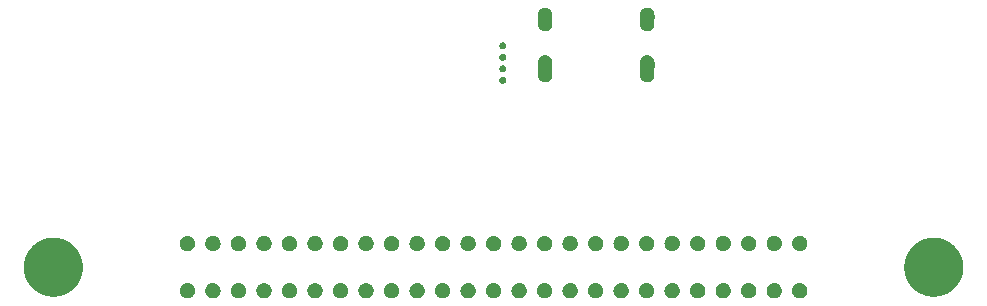
<source format=gbs>
%FSLAX46Y46*%
%MOMM*%
%LPD*%
G01*
%ADD10C,0.050000*%
D10*
%LPC*%
%LPC*%
G36*
X0003778447Y0036183180D02*
G01*
X0003718561Y0036178616D01*
X0003659105Y0036172570D01*
X0003600098Y0036165058D01*
X0003541558Y0036156100D01*
X0003483503Y0036145715D01*
X0003425949Y0036133920D01*
X0003368918Y0036120736D01*
X0003312426Y0036106180D01*
X0003256494Y0036090272D01*
X0003201134Y0036073029D01*
X0003146373Y0036054471D01*
X0003092221Y0036034615D01*
X0003038703Y0036013482D01*
X0002985833Y0035991089D01*
X0002933631Y0035967455D01*
X0002882116Y0035942598D01*
X0002831305Y0035916538D01*
X0002781217Y0035889292D01*
X0002731872Y0035860881D01*
X0002683286Y0035831321D01*
X0002635479Y0035800632D01*
X0002588468Y0035768832D01*
X0002542274Y0035735942D01*
X0002496913Y0035701978D01*
X0002452404Y0035666959D01*
X0002408766Y0035630904D01*
X0002366018Y0035593833D01*
X0002324178Y0035555764D01*
X0002283264Y0035516714D01*
X0002243294Y0035476703D01*
X0002204289Y0035435751D01*
X0002166265Y0035393876D01*
X0002129241Y0035351095D01*
X0002093236Y0035307428D01*
X0002058268Y0035262894D01*
X0002024355Y0035217512D01*
X0001991518Y0035171300D01*
X0001959772Y0035124276D01*
X0001929137Y0035076460D01*
X0001899632Y0035027872D01*
X0001871275Y0034978527D01*
X0001844083Y0034928445D01*
X0001818077Y0034877647D01*
X0001793274Y0034826151D01*
X0001769691Y0034773972D01*
X0001747350Y0034721134D01*
X0001726266Y0034667651D01*
X0001706459Y0034613544D01*
X0001687946Y0034558831D01*
X0001670748Y0034503533D01*
X0001654881Y0034447664D01*
X0001640365Y0034391245D01*
X0001627217Y0034334297D01*
X0001615456Y0034276832D01*
X0001605101Y0034218877D01*
X0001596169Y0034160441D01*
X0001588680Y0034101552D01*
X0001582652Y0034042221D01*
X0001578103Y0033982470D01*
X0001575052Y0033922316D01*
X0001573516Y0033861743D01*
X0001573387Y0033831316D01*
X0001573387Y0001083027D01*
X0084536060Y0001083027D01*
X0084536060Y0033831316D01*
X0084535931Y0033861825D01*
X0084534390Y0033922553D01*
X0084531329Y0033982851D01*
X0084526766Y0034042738D01*
X0084520719Y0034102193D01*
X0084513207Y0034161200D01*
X0084504249Y0034219740D01*
X0084493864Y0034277796D01*
X0084482070Y0034335349D01*
X0084468886Y0034392380D01*
X0084454330Y0034448872D01*
X0084438422Y0034504805D01*
X0084421178Y0034560164D01*
X0084402620Y0034614926D01*
X0084382765Y0034669077D01*
X0084361632Y0034722595D01*
X0084339238Y0034775467D01*
X0084315604Y0034827667D01*
X0084290748Y0034879183D01*
X0084264687Y0034929993D01*
X0084237442Y0034980081D01*
X0084209030Y0035029426D01*
X0084179470Y0035078012D01*
X0084148782Y0035125819D01*
X0084116982Y0035172830D01*
X0084084092Y0035219024D01*
X0084050127Y0035264385D01*
X0084015108Y0035308894D01*
X0083979055Y0035352531D01*
X0083941982Y0035395281D01*
X0083903913Y0035437120D01*
X0083864863Y0035478035D01*
X0083824854Y0035518003D01*
X0083783901Y0035557010D01*
X0083742026Y0035595033D01*
X0083699245Y0035632057D01*
X0083655579Y0035668062D01*
X0083611044Y0035703031D01*
X0083565662Y0035736943D01*
X0083519451Y0035769780D01*
X0083472425Y0035801527D01*
X0083424611Y0035832161D01*
X0083376022Y0035861666D01*
X0083326676Y0035890024D01*
X0083276597Y0035917215D01*
X0083225798Y0035943221D01*
X0083174301Y0035968024D01*
X0083122123Y0035991607D01*
X0083069285Y0036013948D01*
X0083015802Y0036035032D01*
X0082961695Y0036054839D01*
X0082906982Y0036073352D01*
X0082851685Y0036090550D01*
X0082795815Y0036106417D01*
X0082739397Y0036120933D01*
X0082682448Y0036134081D01*
X0082624984Y0036145842D01*
X0082567028Y0036156197D01*
X0082508593Y0036165129D01*
X0082449704Y0036172618D01*
X0082390373Y0036178646D01*
X0082330623Y0036183195D01*
X0082270469Y0036186246D01*
X0082209896Y0036187782D01*
X0082179469Y0036187911D01*
X0003929982Y0036187911D01*
X0082245399Y0036222171D01*
X0082271810Y0036221501D01*
X0082332855Y0036218405D01*
X0082393496Y0036213788D01*
X0082453712Y0036207670D01*
X0082513485Y0036200069D01*
X0082572796Y0036191003D01*
X0082631625Y0036180492D01*
X0082689954Y0036168554D01*
X0082747762Y0036155208D01*
X0082805031Y0036140472D01*
X0082861742Y0036124366D01*
X0082917876Y0036106908D01*
X0082973414Y0036088117D01*
X0083028337Y0036068011D01*
X0083082625Y0036046609D01*
X0083136259Y0036023931D01*
X0083189222Y0035999994D01*
X0083241493Y0035974818D01*
X0083293053Y0035948422D01*
X0083343885Y0035920823D01*
X0083393968Y0035892041D01*
X0083443284Y0035862094D01*
X0083491814Y0035831002D01*
X0083539540Y0035798783D01*
X0083586441Y0035765455D01*
X0083632499Y0035731037D01*
X0083677696Y0035695549D01*
X0083722012Y0035659008D01*
X0083765429Y0035621434D01*
X0083807928Y0035582844D01*
X0083849489Y0035543258D01*
X0083890094Y0035502695D01*
X0083929723Y0035461173D01*
X0083968359Y0035418710D01*
X0084005982Y0035375326D01*
X0084042573Y0035331039D01*
X0084078113Y0035285868D01*
X0084112584Y0035239830D01*
X0084145966Y0035192946D01*
X0084178240Y0035145234D01*
X0084209388Y0035096712D01*
X0084239390Y0035047398D01*
X0084268227Y0034997313D01*
X0084295882Y0034946474D01*
X0084322333Y0034894900D01*
X0084347564Y0034842610D01*
X0084371554Y0034789622D01*
X0084394285Y0034735956D01*
X0084415737Y0034681629D01*
X0084435892Y0034626662D01*
X0084454730Y0034571072D01*
X0084472233Y0034514878D01*
X0084488382Y0034458100D01*
X0084503158Y0034400755D01*
X0084516541Y0034342864D01*
X0084528512Y0034284444D01*
X0084539054Y0034225516D01*
X0084548146Y0034166096D01*
X0084555771Y0034106206D01*
X0084561908Y0034045863D01*
X0084566539Y0033985086D01*
X0084569645Y0033923895D01*
X0084571207Y0033862346D01*
X0084571338Y0033831395D01*
X0084571338Y0001047749D01*
X0001538110Y0001047749D01*
X0001538110Y0033831395D01*
X0001538240Y0033862264D01*
X0001539797Y0033923657D01*
X0001542893Y0033984703D01*
X0001547510Y0034045343D01*
X0001553628Y0034105560D01*
X0001561229Y0034165333D01*
X0001570295Y0034224644D01*
X0001580806Y0034283473D01*
X0001592744Y0034341802D01*
X0001606090Y0034399610D01*
X0001620826Y0034456880D01*
X0001636932Y0034513591D01*
X0001654390Y0034569725D01*
X0001673181Y0034625263D01*
X0001693287Y0034680186D01*
X0001714689Y0034734474D01*
X0001737367Y0034788108D01*
X0001761304Y0034841071D01*
X0001786480Y0034893342D01*
X0001812877Y0034944903D01*
X0001840475Y0034995734D01*
X0001869257Y0035045818D01*
X0001899204Y0035095134D01*
X0001930296Y0035143664D01*
X0001962516Y0035191389D01*
X0001995843Y0035238291D01*
X0002030261Y0035284349D01*
X0002065749Y0035329546D01*
X0002102290Y0035373863D01*
X0002139865Y0035417279D01*
X0002178454Y0035459778D01*
X0002218040Y0035501339D01*
X0002258603Y0035541944D01*
X0002300125Y0035581574D01*
X0002342588Y0035620209D01*
X0002385972Y0035657832D01*
X0002430259Y0035694423D01*
X0002475431Y0035729964D01*
X0002521468Y0035764434D01*
X0002568352Y0035797816D01*
X0002616064Y0035830090D01*
X0002664587Y0035861238D01*
X0002713900Y0035891240D01*
X0002763985Y0035920078D01*
X0002814824Y0035947732D01*
X0002866398Y0035974184D01*
X0002918689Y0035999414D01*
X0002971676Y0036023405D01*
X0003025343Y0036046135D01*
X0003079669Y0036067587D01*
X0003134637Y0036087742D01*
X0003190227Y0036106581D01*
X0003246420Y0036124084D01*
X0003303198Y0036140233D01*
X0003360543Y0036155008D01*
X0003418434Y0036168391D01*
X0003476854Y0036180363D01*
X0003535783Y0036190905D01*
X0003549651Y0036193027D01*
X0003899474Y0036187782D01*
X0003838745Y0036186241D01*
G37*
G36*
X0082210416Y0036223058D02*
G01*
X0082245399Y0036222171D01*
X0003929982Y0036187911D01*
X0003899474Y0036187782D01*
X0003549651Y0036193027D01*
X0003595202Y0036199997D01*
X0003655092Y0036207621D01*
X0003715436Y0036213758D01*
X0003776212Y0036218390D01*
X0003837403Y0036221496D01*
X0003898953Y0036223057D01*
X0003929903Y0036223188D01*
X0082179548Y0036223188D01*
G37*
%LPD*%
G36*
X0056056337Y0030596388D02*
G01*
X0056072510Y0030596252D01*
X0056104509Y0030594639D01*
X0056136057Y0030591452D01*
X0056167116Y0030586730D01*
X0056197647Y0030580513D01*
X0056227610Y0030572841D01*
X0056256967Y0030563752D01*
X0056285680Y0030553287D01*
X0056313709Y0030541484D01*
X0056341016Y0030528383D01*
X0056367562Y0030514024D01*
X0056393309Y0030498445D01*
X0056418217Y0030481686D01*
X0056442248Y0030463787D01*
X0056465363Y0030444787D01*
X0056487523Y0030424725D01*
X0056508689Y0030403641D01*
X0056528824Y0030381574D01*
X0056547887Y0030358564D01*
X0056565841Y0030334650D01*
X0056582646Y0030309871D01*
X0056598264Y0030284267D01*
X0056612656Y0030257877D01*
X0056625783Y0030230741D01*
X0056637606Y0030202898D01*
X0056648088Y0030174387D01*
X0056657188Y0030145248D01*
X0056664868Y0030115520D01*
X0056671090Y0030085243D01*
X0056675815Y0030054456D01*
X0056679003Y0030023198D01*
X0056680617Y0029991509D01*
X0056680753Y0029975500D01*
X0056680312Y0029822483D01*
X0056677501Y0029205343D01*
X0056675020Y0028890819D01*
X0056673697Y0028846612D01*
X0056668984Y0028818638D01*
X0056655538Y0028764184D01*
X0056637472Y0028711732D01*
X0056615013Y0028661516D01*
X0056588390Y0028613767D01*
X0056557828Y0028568718D01*
X0056523557Y0028526601D01*
X0056485802Y0028487650D01*
X0056444791Y0028452097D01*
X0056400753Y0028420173D01*
X0056353913Y0028392113D01*
X0056304500Y0028368148D01*
X0056252741Y0028348511D01*
X0056198864Y0028333434D01*
X0056143094Y0028323151D01*
X0056100116Y0028318886D01*
X0056071026Y0028317557D01*
X0056056337Y0028317445D01*
X0056041647Y0028317558D01*
X0056012557Y0028318908D01*
X0055969581Y0028323238D01*
X0055913823Y0028333676D01*
X0055859968Y0028348978D01*
X0055808250Y0028368905D01*
X0055758902Y0028393218D01*
X0055712156Y0028421682D01*
X0055668244Y0028454057D01*
X0055627399Y0028490107D01*
X0055589853Y0028529593D01*
X0055555840Y0028572278D01*
X0055525591Y0028617924D01*
X0055499339Y0028666293D01*
X0055477317Y0028717148D01*
X0055459758Y0028770251D01*
X0055446893Y0028825363D01*
X0055442504Y0028853668D01*
X0055441181Y0028896663D01*
X0055438700Y0029209698D01*
X0055435889Y0029826011D01*
X0055435448Y0029979028D01*
X0055435584Y0029995038D01*
X0055437198Y0030026726D01*
X0055440385Y0030057983D01*
X0055445106Y0030088767D01*
X0055451323Y0030119039D01*
X0055458995Y0030148758D01*
X0055468084Y0030177886D01*
X0055478549Y0030206381D01*
X0055490352Y0030234203D01*
X0055503453Y0030261313D01*
X0055517813Y0030287671D01*
X0055533392Y0030313236D01*
X0055550150Y0030337968D01*
X0055568049Y0030361828D01*
X0055587049Y0030384775D01*
X0055607111Y0030406769D01*
X0055628195Y0030427770D01*
X0055650262Y0030447738D01*
X0055673272Y0030466634D01*
X0055697186Y0030484416D01*
X0055721965Y0030501046D01*
X0055747569Y0030516482D01*
X0055773959Y0030530685D01*
X0055801095Y0030543615D01*
X0055828939Y0030555232D01*
X0055857449Y0030565496D01*
X0055886588Y0030574366D01*
X0055916316Y0030581803D01*
X0055946593Y0030587766D01*
X0055977381Y0030592216D01*
X0056008638Y0030595113D01*
X0056040327Y0030596416D01*
G37*
%LPD*%
G36*
X0056072510Y0034628498D02*
G01*
X0056104509Y0034626885D01*
X0056136057Y0034623698D01*
X0056167116Y0034618976D01*
X0056197647Y0034612760D01*
X0056227610Y0034605087D01*
X0056256967Y0034595999D01*
X0056285680Y0034585533D01*
X0056313709Y0034573730D01*
X0056341016Y0034560629D01*
X0056367562Y0034546270D01*
X0056393309Y0034530691D01*
X0056418217Y0034513932D01*
X0056442248Y0034496033D01*
X0056465363Y0034477033D01*
X0056487523Y0034456971D01*
X0056508689Y0034435888D01*
X0056528824Y0034413821D01*
X0056547887Y0034390811D01*
X0056565841Y0034366896D01*
X0056582646Y0034342117D01*
X0056598264Y0034316513D01*
X0056612656Y0034290124D01*
X0056625783Y0034262987D01*
X0056637606Y0034235144D01*
X0056648088Y0034206633D01*
X0056657188Y0034177494D01*
X0056664868Y0034147766D01*
X0056671090Y0034117489D01*
X0056675815Y0034086702D01*
X0056679003Y0034055444D01*
X0056680617Y0034023755D01*
X0056680753Y0034007746D01*
X0056680312Y0033891330D01*
X0056677501Y0033438892D01*
X0056675020Y0033206721D01*
X0056673697Y0033171664D01*
X0056668984Y0033143689D01*
X0056655538Y0033089235D01*
X0056637472Y0033036784D01*
X0056615013Y0032986567D01*
X0056588390Y0032938818D01*
X0056557828Y0032893769D01*
X0056523557Y0032851653D01*
X0056485802Y0032812702D01*
X0056444791Y0032777149D01*
X0056400753Y0032745226D01*
X0056353913Y0032717165D01*
X0056304500Y0032693200D01*
X0056252741Y0032673563D01*
X0056198864Y0032658487D01*
X0056143094Y0032648203D01*
X0056100116Y0032643938D01*
X0056071026Y0032642609D01*
X0056056337Y0032642497D01*
X0056041647Y0032642611D01*
X0056012557Y0032643960D01*
X0055969581Y0032648290D01*
X0055913823Y0032658729D01*
X0055859968Y0032674030D01*
X0055808250Y0032693957D01*
X0055758902Y0032718270D01*
X0055712156Y0032746734D01*
X0055668244Y0032779109D01*
X0055627399Y0032815158D01*
X0055589853Y0032854644D01*
X0055555840Y0032897329D01*
X0055525591Y0032942975D01*
X0055499339Y0032991344D01*
X0055477317Y0033042198D01*
X0055459758Y0033095301D01*
X0055446893Y0033150414D01*
X0055442504Y0033178719D01*
X0055441181Y0033212453D01*
X0055438700Y0033442145D01*
X0055435889Y0033891770D01*
X0055435448Y0034007746D01*
X0055435584Y0034023755D01*
X0055437198Y0034055444D01*
X0055440385Y0034086702D01*
X0055445106Y0034117489D01*
X0055451323Y0034147766D01*
X0055458995Y0034177494D01*
X0055468084Y0034206633D01*
X0055478549Y0034235144D01*
X0055490352Y0034262987D01*
X0055503453Y0034290124D01*
X0055517813Y0034316513D01*
X0055533392Y0034342117D01*
X0055550150Y0034366896D01*
X0055568049Y0034390811D01*
X0055587049Y0034413821D01*
X0055607111Y0034435888D01*
X0055628195Y0034456971D01*
X0055650262Y0034477033D01*
X0055673272Y0034496033D01*
X0055697186Y0034513932D01*
X0055721965Y0034530691D01*
X0055747569Y0034546270D01*
X0055773959Y0034560629D01*
X0055801095Y0034573730D01*
X0055828939Y0034585533D01*
X0055857449Y0034595999D01*
X0055886588Y0034605087D01*
X0055916316Y0034612760D01*
X0055946593Y0034618976D01*
X0055977381Y0034623698D01*
X0056008638Y0034626885D01*
X0056040327Y0034628498D01*
X0056056337Y0034628634D01*
G37*
%LPD*%
G36*
X0047416817Y0030596388D02*
G01*
X0047432990Y0030596252D01*
X0047464989Y0030594639D01*
X0047496538Y0030591452D01*
X0047527596Y0030586730D01*
X0047558127Y0030580513D01*
X0047588090Y0030572841D01*
X0047617447Y0030563752D01*
X0047646160Y0030553287D01*
X0047674189Y0030541484D01*
X0047701497Y0030528383D01*
X0047728043Y0030514024D01*
X0047753789Y0030498445D01*
X0047778697Y0030481686D01*
X0047802728Y0030463787D01*
X0047825843Y0030444787D01*
X0047848003Y0030424725D01*
X0047869170Y0030403641D01*
X0047889304Y0030381574D01*
X0047908367Y0030358564D01*
X0047926321Y0030334650D01*
X0047943126Y0030309871D01*
X0047958744Y0030284267D01*
X0047973136Y0030257877D01*
X0047986263Y0030230741D01*
X0047998087Y0030202898D01*
X0048008568Y0030174387D01*
X0048017668Y0030145248D01*
X0048025349Y0030115520D01*
X0048031570Y0030085243D01*
X0048036295Y0030054456D01*
X0048039483Y0030023198D01*
X0048041097Y0029991509D01*
X0048041233Y0029975500D01*
X0048040792Y0029822483D01*
X0048037981Y0029205343D01*
X0048035500Y0028890819D01*
X0048034177Y0028846612D01*
X0048029465Y0028818638D01*
X0048016018Y0028764184D01*
X0047997952Y0028711732D01*
X0047975494Y0028661516D01*
X0047948870Y0028613767D01*
X0047918309Y0028568718D01*
X0047884037Y0028526601D01*
X0047846282Y0028487650D01*
X0047805272Y0028452097D01*
X0047761233Y0028420173D01*
X0047714394Y0028392113D01*
X0047664981Y0028368148D01*
X0047613222Y0028348511D01*
X0047559344Y0028333434D01*
X0047503575Y0028323151D01*
X0047460597Y0028318886D01*
X0047431507Y0028317557D01*
X0047416817Y0028317445D01*
X0047402127Y0028317558D01*
X0047373037Y0028318908D01*
X0047330062Y0028323238D01*
X0047274303Y0028333676D01*
X0047220448Y0028348978D01*
X0047168731Y0028368905D01*
X0047119382Y0028393218D01*
X0047072636Y0028421682D01*
X0047028724Y0028454057D01*
X0046987879Y0028490107D01*
X0046950333Y0028529593D01*
X0046916320Y0028572278D01*
X0046886071Y0028617924D01*
X0046859820Y0028666293D01*
X0046837798Y0028717148D01*
X0046820238Y0028770251D01*
X0046807373Y0028825363D01*
X0046802984Y0028853668D01*
X0046801661Y0028896663D01*
X0046799181Y0029209698D01*
X0046796370Y0029826011D01*
X0046795929Y0029979028D01*
X0046796065Y0029995038D01*
X0046797678Y0030026726D01*
X0046800865Y0030057983D01*
X0046805587Y0030088767D01*
X0046811803Y0030119039D01*
X0046819476Y0030148758D01*
X0046828564Y0030177886D01*
X0046839030Y0030206381D01*
X0046850833Y0030234203D01*
X0046863934Y0030261313D01*
X0046878293Y0030287671D01*
X0046893872Y0030313236D01*
X0046910631Y0030337968D01*
X0046928530Y0030361828D01*
X0046947530Y0030384775D01*
X0046967592Y0030406769D01*
X0046988675Y0030427770D01*
X0047010742Y0030447738D01*
X0047033752Y0030466634D01*
X0047057667Y0030484416D01*
X0047082446Y0030501046D01*
X0047108050Y0030516482D01*
X0047134439Y0030530685D01*
X0047161576Y0030543615D01*
X0047189419Y0030555232D01*
X0047217930Y0030565496D01*
X0047247069Y0030574366D01*
X0047276796Y0030581803D01*
X0047307074Y0030587766D01*
X0047337861Y0030592216D01*
X0047369119Y0030595113D01*
X0047400808Y0030596416D01*
G37*
%LPD*%
G36*
X0047432990Y0034628498D02*
G01*
X0047464989Y0034626885D01*
X0047496538Y0034623698D01*
X0047527596Y0034618976D01*
X0047558127Y0034612760D01*
X0047588090Y0034605087D01*
X0047617447Y0034595999D01*
X0047646160Y0034585533D01*
X0047674189Y0034573730D01*
X0047701497Y0034560629D01*
X0047728043Y0034546270D01*
X0047753789Y0034530691D01*
X0047778697Y0034513932D01*
X0047802728Y0034496033D01*
X0047825843Y0034477033D01*
X0047848003Y0034456971D01*
X0047869170Y0034435888D01*
X0047889304Y0034413821D01*
X0047908367Y0034390811D01*
X0047926321Y0034366896D01*
X0047943126Y0034342117D01*
X0047958744Y0034316513D01*
X0047973136Y0034290124D01*
X0047986263Y0034262987D01*
X0047998087Y0034235144D01*
X0048008568Y0034206633D01*
X0048017668Y0034177494D01*
X0048025349Y0034147766D01*
X0048031570Y0034117489D01*
X0048036295Y0034086702D01*
X0048039483Y0034055444D01*
X0048041097Y0034023755D01*
X0048041233Y0034007746D01*
X0048040792Y0033891330D01*
X0048037981Y0033438892D01*
X0048035500Y0033206721D01*
X0048034177Y0033171664D01*
X0048029465Y0033143689D01*
X0048016018Y0033089235D01*
X0047997952Y0033036784D01*
X0047975494Y0032986567D01*
X0047948870Y0032938818D01*
X0047918309Y0032893769D01*
X0047884037Y0032851653D01*
X0047846282Y0032812702D01*
X0047805272Y0032777149D01*
X0047761233Y0032745226D01*
X0047714394Y0032717165D01*
X0047664981Y0032693200D01*
X0047613222Y0032673563D01*
X0047559344Y0032658487D01*
X0047503575Y0032648203D01*
X0047460597Y0032643938D01*
X0047431507Y0032642609D01*
X0047416817Y0032642497D01*
X0047402127Y0032642611D01*
X0047373037Y0032643960D01*
X0047330062Y0032648290D01*
X0047274303Y0032658729D01*
X0047220448Y0032674030D01*
X0047168731Y0032693957D01*
X0047119382Y0032718270D01*
X0047072636Y0032746734D01*
X0047028724Y0032779109D01*
X0046987879Y0032815158D01*
X0046950333Y0032854644D01*
X0046916320Y0032897329D01*
X0046886071Y0032942975D01*
X0046859820Y0032991344D01*
X0046837798Y0033042198D01*
X0046820238Y0033095301D01*
X0046807373Y0033150414D01*
X0046802984Y0033178719D01*
X0046801661Y0033212453D01*
X0046799181Y0033442145D01*
X0046796370Y0033891770D01*
X0046795929Y0034007746D01*
X0046796065Y0034023755D01*
X0046797678Y0034055444D01*
X0046800865Y0034086702D01*
X0046805587Y0034117489D01*
X0046811803Y0034147766D01*
X0046819476Y0034177494D01*
X0046828564Y0034206633D01*
X0046839030Y0034235144D01*
X0046850833Y0034262987D01*
X0046863934Y0034290124D01*
X0046878293Y0034316513D01*
X0046893872Y0034342117D01*
X0046910631Y0034366896D01*
X0046928530Y0034390811D01*
X0046947530Y0034413821D01*
X0046967592Y0034435888D01*
X0046988675Y0034456971D01*
X0047010742Y0034477033D01*
X0047033752Y0034496033D01*
X0047057667Y0034513932D01*
X0047082446Y0034530691D01*
X0047108050Y0034546270D01*
X0047134439Y0034560629D01*
X0047161576Y0034573730D01*
X0047189419Y0034585533D01*
X0047217930Y0034595999D01*
X0047247069Y0034605087D01*
X0047276796Y0034612760D01*
X0047307074Y0034618976D01*
X0047337861Y0034623698D01*
X0047369119Y0034626885D01*
X0047400808Y0034628498D01*
X0047416817Y0034628634D01*
G37*
%LPD*%
G36*
X0043851591Y0029756516D02*
G01*
X0043881832Y0029753445D01*
X0043911113Y0029747453D01*
X0043939281Y0029738692D01*
X0043966187Y0029727311D01*
X0043991680Y0029713463D01*
X0044015609Y0029697297D01*
X0044037823Y0029678964D01*
X0044058171Y0029658615D01*
X0044076504Y0029636400D01*
X0044092669Y0029612471D01*
X0044106518Y0029586978D01*
X0044117897Y0029560072D01*
X0044126658Y0029531903D01*
X0044132650Y0029502623D01*
X0044135721Y0029472382D01*
X0044135983Y0029456917D01*
X0044135721Y0029441452D01*
X0044132650Y0029411211D01*
X0044126658Y0029381931D01*
X0044117897Y0029353762D01*
X0044106518Y0029326856D01*
X0044092669Y0029301363D01*
X0044076504Y0029277434D01*
X0044058171Y0029255220D01*
X0044037823Y0029234871D01*
X0044015609Y0029216538D01*
X0043991680Y0029200371D01*
X0043966187Y0029186523D01*
X0043939281Y0029175142D01*
X0043911113Y0029166381D01*
X0043881832Y0029160390D01*
X0043851591Y0029157318D01*
X0043836126Y0029157056D01*
X0043820661Y0029157318D01*
X0043790420Y0029160390D01*
X0043761140Y0029166381D01*
X0043732971Y0029175142D01*
X0043706065Y0029186523D01*
X0043680572Y0029200371D01*
X0043656643Y0029216538D01*
X0043634429Y0029234871D01*
X0043614080Y0029255220D01*
X0043595747Y0029277434D01*
X0043579580Y0029301363D01*
X0043565732Y0029326856D01*
X0043554351Y0029353762D01*
X0043545590Y0029381931D01*
X0043539598Y0029411211D01*
X0043536527Y0029441452D01*
X0043536265Y0029456917D01*
X0043536527Y0029472382D01*
X0043539598Y0029502623D01*
X0043545590Y0029531903D01*
X0043554351Y0029560072D01*
X0043565732Y0029586978D01*
X0043579580Y0029612471D01*
X0043595747Y0029636400D01*
X0043614080Y0029658615D01*
X0043634429Y0029678964D01*
X0043656643Y0029697297D01*
X0043680572Y0029713463D01*
X0043706065Y0029727311D01*
X0043732971Y0029738692D01*
X0043761140Y0029747453D01*
X0043790420Y0029753445D01*
X0043820661Y0029756516D01*
X0043836126Y0029756778D01*
G37*
%LPD*%
G36*
X0043851591Y0030726654D02*
G01*
X0043881832Y0030723583D01*
X0043911113Y0030717591D01*
X0043939281Y0030708830D01*
X0043966187Y0030697449D01*
X0043991680Y0030683601D01*
X0044015609Y0030667435D01*
X0044037823Y0030649102D01*
X0044058171Y0030628753D01*
X0044076504Y0030606538D01*
X0044092669Y0030582609D01*
X0044106518Y0030557116D01*
X0044117897Y0030530210D01*
X0044126658Y0030502041D01*
X0044132650Y0030472761D01*
X0044135721Y0030442520D01*
X0044135983Y0030427055D01*
X0044135721Y0030411590D01*
X0044132650Y0030381349D01*
X0044126658Y0030352069D01*
X0044117897Y0030323900D01*
X0044106518Y0030296994D01*
X0044092669Y0030271501D01*
X0044076504Y0030247572D01*
X0044058171Y0030225358D01*
X0044037823Y0030205009D01*
X0044015609Y0030186676D01*
X0043991680Y0030170509D01*
X0043966187Y0030156661D01*
X0043939281Y0030145280D01*
X0043911113Y0030136519D01*
X0043881832Y0030130528D01*
X0043851591Y0030127456D01*
X0043836126Y0030127194D01*
X0043820661Y0030127456D01*
X0043790420Y0030130528D01*
X0043761140Y0030136519D01*
X0043732971Y0030145280D01*
X0043706065Y0030156661D01*
X0043680572Y0030170509D01*
X0043656643Y0030186676D01*
X0043634429Y0030205009D01*
X0043614080Y0030225358D01*
X0043595747Y0030247572D01*
X0043579580Y0030271501D01*
X0043565732Y0030296994D01*
X0043554351Y0030323900D01*
X0043545590Y0030352069D01*
X0043539598Y0030381349D01*
X0043536527Y0030411590D01*
X0043536265Y0030427055D01*
X0043536527Y0030442520D01*
X0043539598Y0030472761D01*
X0043545590Y0030502041D01*
X0043554351Y0030530210D01*
X0043565732Y0030557116D01*
X0043579580Y0030582609D01*
X0043595747Y0030606538D01*
X0043614080Y0030628753D01*
X0043634429Y0030649102D01*
X0043656643Y0030667435D01*
X0043680572Y0030683601D01*
X0043706065Y0030697449D01*
X0043732971Y0030708830D01*
X0043761140Y0030717591D01*
X0043790420Y0030723583D01*
X0043820661Y0030726654D01*
X0043836126Y0030726916D01*
G37*
%LPD*%
G36*
X0043851591Y0028782850D02*
G01*
X0043881832Y0028779779D01*
X0043911113Y0028773787D01*
X0043939281Y0028765026D01*
X0043966187Y0028753646D01*
X0043991680Y0028739797D01*
X0044015609Y0028723631D01*
X0044037823Y0028705298D01*
X0044058171Y0028684949D01*
X0044076504Y0028662735D01*
X0044092669Y0028638806D01*
X0044106518Y0028613313D01*
X0044117897Y0028586406D01*
X0044126658Y0028558238D01*
X0044132650Y0028528957D01*
X0044135721Y0028498716D01*
X0044135983Y0028483251D01*
X0044135721Y0028467787D01*
X0044132650Y0028437545D01*
X0044126658Y0028408265D01*
X0044117897Y0028380096D01*
X0044106518Y0028353190D01*
X0044092669Y0028327697D01*
X0044076504Y0028303768D01*
X0044058171Y0028281554D01*
X0044037823Y0028261205D01*
X0044015609Y0028242872D01*
X0043991680Y0028226706D01*
X0043966187Y0028212857D01*
X0043939281Y0028201477D01*
X0043911113Y0028192715D01*
X0043881832Y0028186724D01*
X0043851591Y0028183653D01*
X0043836126Y0028183390D01*
X0043820661Y0028183653D01*
X0043790420Y0028186724D01*
X0043761140Y0028192715D01*
X0043732971Y0028201477D01*
X0043706065Y0028212857D01*
X0043680572Y0028226706D01*
X0043656643Y0028242872D01*
X0043634429Y0028261205D01*
X0043614080Y0028281554D01*
X0043595747Y0028303768D01*
X0043579580Y0028327697D01*
X0043565732Y0028353190D01*
X0043554351Y0028380096D01*
X0043545590Y0028408265D01*
X0043539598Y0028437545D01*
X0043536527Y0028467787D01*
X0043536265Y0028483251D01*
X0043536527Y0028498716D01*
X0043539598Y0028528957D01*
X0043545590Y0028558238D01*
X0043554351Y0028586406D01*
X0043565732Y0028613313D01*
X0043579580Y0028638806D01*
X0043595747Y0028662735D01*
X0043614080Y0028684949D01*
X0043634429Y0028705298D01*
X0043656643Y0028723631D01*
X0043680572Y0028739797D01*
X0043706065Y0028753646D01*
X0043732971Y0028765026D01*
X0043761140Y0028773787D01*
X0043790420Y0028779779D01*
X0043820661Y0028782850D01*
X0043836126Y0028783112D01*
G37*
%LPD*%
G36*
X0043851591Y0031700320D02*
G01*
X0043881832Y0031697249D01*
X0043911113Y0031691257D01*
X0043939281Y0031682496D01*
X0043966187Y0031671115D01*
X0043991680Y0031657267D01*
X0044015609Y0031641100D01*
X0044037823Y0031622767D01*
X0044058171Y0031602418D01*
X0044076504Y0031580204D01*
X0044092669Y0031556275D01*
X0044106518Y0031530782D01*
X0044117897Y0031503876D01*
X0044126658Y0031475707D01*
X0044132650Y0031446427D01*
X0044135721Y0031416185D01*
X0044135983Y0031400721D01*
X0044135721Y0031385256D01*
X0044132650Y0031355015D01*
X0044126658Y0031325735D01*
X0044117897Y0031297566D01*
X0044106518Y0031270660D01*
X0044092669Y0031245167D01*
X0044076504Y0031221238D01*
X0044058171Y0031199023D01*
X0044037823Y0031178674D01*
X0044015609Y0031160341D01*
X0043991680Y0031144175D01*
X0043966187Y0031130327D01*
X0043939281Y0031118946D01*
X0043911113Y0031110185D01*
X0043881832Y0031104193D01*
X0043851591Y0031101122D01*
X0043836126Y0031100860D01*
X0043820661Y0031101122D01*
X0043790420Y0031104193D01*
X0043761140Y0031110185D01*
X0043732971Y0031118946D01*
X0043706065Y0031130327D01*
X0043680572Y0031144175D01*
X0043656643Y0031160341D01*
X0043634429Y0031178674D01*
X0043614080Y0031199023D01*
X0043595747Y0031221238D01*
X0043579580Y0031245167D01*
X0043565732Y0031270660D01*
X0043554351Y0031297566D01*
X0043545590Y0031325735D01*
X0043539598Y0031355015D01*
X0043536527Y0031385256D01*
X0043536265Y0031400721D01*
X0043536527Y0031416185D01*
X0043539598Y0031446427D01*
X0043545590Y0031475707D01*
X0043554351Y0031503876D01*
X0043565732Y0031530782D01*
X0043579580Y0031556275D01*
X0043595747Y0031580204D01*
X0043614080Y0031602418D01*
X0043634429Y0031622767D01*
X0043656643Y0031641100D01*
X0043680572Y0031657267D01*
X0043706065Y0031671115D01*
X0043732971Y0031682496D01*
X0043761140Y0031691257D01*
X0043790420Y0031697249D01*
X0043820661Y0031700320D01*
X0043836126Y0031700582D01*
G37*
%LPD*%
G36*
X0080359769Y0015162238D02*
G01*
X0080424128Y0015160608D01*
X0080488074Y0015157366D01*
X0080551588Y0015152533D01*
X0080614649Y0015146129D01*
X0080677240Y0015138173D01*
X0080739339Y0015128684D01*
X0080800928Y0015117683D01*
X0080861986Y0015105189D01*
X0080922494Y0015091221D01*
X0080982432Y0015075799D01*
X0081041781Y0015058944D01*
X0081100520Y0015040674D01*
X0081158631Y0015021009D01*
X0081216094Y0014999969D01*
X0081272889Y0014977574D01*
X0081328996Y0014953842D01*
X0081384396Y0014928795D01*
X0081439069Y0014902450D01*
X0081492996Y0014874829D01*
X0081546156Y0014845951D01*
X0081598530Y0014815835D01*
X0081650099Y0014784501D01*
X0081700843Y0014751968D01*
X0081750742Y0014718257D01*
X0081799777Y0014683387D01*
X0081847928Y0014647377D01*
X0081895175Y0014610248D01*
X0081941498Y0014572018D01*
X0081986879Y0014532708D01*
X0082031297Y0014492337D01*
X0082074733Y0014450925D01*
X0082117166Y0014408491D01*
X0082158579Y0014365055D01*
X0082198950Y0014320637D01*
X0082238260Y0014275257D01*
X0082276489Y0014228933D01*
X0082313619Y0014181686D01*
X0082349629Y0014133535D01*
X0082384499Y0014084501D01*
X0082418210Y0014034602D01*
X0082450743Y0013983858D01*
X0082482077Y0013932289D01*
X0082512193Y0013879914D01*
X0082541071Y0013826754D01*
X0082568693Y0013772827D01*
X0082595037Y0013718154D01*
X0082620084Y0013662754D01*
X0082643816Y0013606647D01*
X0082666211Y0013549852D01*
X0082687251Y0013492390D01*
X0082706916Y0013434278D01*
X0082725186Y0013375539D01*
X0082742042Y0013316190D01*
X0082757463Y0013256252D01*
X0082771431Y0013195744D01*
X0082783925Y0013134686D01*
X0082794927Y0013073097D01*
X0082804415Y0013010998D01*
X0082812371Y0012948407D01*
X0082818776Y0012885345D01*
X0082823609Y0012821831D01*
X0082826850Y0012757885D01*
X0082828481Y0012693527D01*
X0082828617Y0012661183D01*
X0082828481Y0012628839D01*
X0082826850Y0012564480D01*
X0082823609Y0012500534D01*
X0082818776Y0012437020D01*
X0082812371Y0012373958D01*
X0082804415Y0012311367D01*
X0082794927Y0012249268D01*
X0082783925Y0012187680D01*
X0082771431Y0012126622D01*
X0082757463Y0012066114D01*
X0082742042Y0012006175D01*
X0082725186Y0011946827D01*
X0082706916Y0011888087D01*
X0082687251Y0011829976D01*
X0082666211Y0011772513D01*
X0082643816Y0011715718D01*
X0082620084Y0011659611D01*
X0082595037Y0011604211D01*
X0082568693Y0011549538D01*
X0082541071Y0011495611D01*
X0082512193Y0011442451D01*
X0082482077Y0011390077D01*
X0082450743Y0011338508D01*
X0082418210Y0011287764D01*
X0082384499Y0011237865D01*
X0082349629Y0011188830D01*
X0082313619Y0011140679D01*
X0082276489Y0011093432D01*
X0082238260Y0011047109D01*
X0082198950Y0011001728D01*
X0082158579Y0010957310D01*
X0082117166Y0010913874D01*
X0082074733Y0010871441D01*
X0082031297Y0010830028D01*
X0081986879Y0010789657D01*
X0081941498Y0010750347D01*
X0081895175Y0010712118D01*
X0081847928Y0010674988D01*
X0081799777Y0010638978D01*
X0081750742Y0010604108D01*
X0081700843Y0010570397D01*
X0081650099Y0010537865D01*
X0081598530Y0010506530D01*
X0081546156Y0010476414D01*
X0081492996Y0010447536D01*
X0081439069Y0010419915D01*
X0081384396Y0010393571D01*
X0081328996Y0010368523D01*
X0081272889Y0010344792D01*
X0081216094Y0010322396D01*
X0081158631Y0010301356D01*
X0081100520Y0010281691D01*
X0081041781Y0010263421D01*
X0080982432Y0010246566D01*
X0080922494Y0010231144D01*
X0080861986Y0010217177D01*
X0080800928Y0010204682D01*
X0080739339Y0010193681D01*
X0080677240Y0010184193D01*
X0080614649Y0010176236D01*
X0080551588Y0010169832D01*
X0080488074Y0010164999D01*
X0080424128Y0010161758D01*
X0080359769Y0010160127D01*
X0080327425Y0010159991D01*
X0080295081Y0010160127D01*
X0080230722Y0010161758D01*
X0080166776Y0010164999D01*
X0080103262Y0010169832D01*
X0080040200Y0010176236D01*
X0079977610Y0010184193D01*
X0079915510Y0010193681D01*
X0079853922Y0010204682D01*
X0079792864Y0010217177D01*
X0079732356Y0010231144D01*
X0079672417Y0010246566D01*
X0079613068Y0010263421D01*
X0079554329Y0010281691D01*
X0079496217Y0010301356D01*
X0079438755Y0010322396D01*
X0079381960Y0010344792D01*
X0079325853Y0010368523D01*
X0079270453Y0010393571D01*
X0079215780Y0010419915D01*
X0079161853Y0010447536D01*
X0079108693Y0010476414D01*
X0079056318Y0010506530D01*
X0079004749Y0010537865D01*
X0078954005Y0010570397D01*
X0078904106Y0010604108D01*
X0078855072Y0010638978D01*
X0078806921Y0010674988D01*
X0078759674Y0010712118D01*
X0078713350Y0010750347D01*
X0078667970Y0010789657D01*
X0078623552Y0010830028D01*
X0078580116Y0010871441D01*
X0078537682Y0010913874D01*
X0078496270Y0010957310D01*
X0078455899Y0011001728D01*
X0078416589Y0011047109D01*
X0078378360Y0011093432D01*
X0078341230Y0011140679D01*
X0078305220Y0011188830D01*
X0078270350Y0011237865D01*
X0078236639Y0011287764D01*
X0078204107Y0011338508D01*
X0078172773Y0011390077D01*
X0078142656Y0011442451D01*
X0078113778Y0011495611D01*
X0078086157Y0011549538D01*
X0078059813Y0011604211D01*
X0078034765Y0011659611D01*
X0078011034Y0011715718D01*
X0077988638Y0011772513D01*
X0077967598Y0011829976D01*
X0077947934Y0011888087D01*
X0077929664Y0011946827D01*
X0077912808Y0012006175D01*
X0077897387Y0012066114D01*
X0077883419Y0012126622D01*
X0077870925Y0012187680D01*
X0077859924Y0012249268D01*
X0077850435Y0012311367D01*
X0077842479Y0012373958D01*
X0077836074Y0012437020D01*
X0077831242Y0012500534D01*
X0077828000Y0012564480D01*
X0077826370Y0012628839D01*
X0077826233Y0012661183D01*
X0077826370Y0012693527D01*
X0077828000Y0012757885D01*
X0077831242Y0012821831D01*
X0077836074Y0012885345D01*
X0077842479Y0012948407D01*
X0077850435Y0013010998D01*
X0077859924Y0013073097D01*
X0077870925Y0013134686D01*
X0077883419Y0013195744D01*
X0077897387Y0013256252D01*
X0077912808Y0013316190D01*
X0077929664Y0013375539D01*
X0077947934Y0013434278D01*
X0077967598Y0013492390D01*
X0077988638Y0013549852D01*
X0078011034Y0013606647D01*
X0078034765Y0013662754D01*
X0078059813Y0013718154D01*
X0078086157Y0013772827D01*
X0078113778Y0013826754D01*
X0078142656Y0013879914D01*
X0078172773Y0013932289D01*
X0078204107Y0013983858D01*
X0078236639Y0014034602D01*
X0078270350Y0014084501D01*
X0078305220Y0014133535D01*
X0078341230Y0014181686D01*
X0078378360Y0014228933D01*
X0078416589Y0014275257D01*
X0078455899Y0014320637D01*
X0078496270Y0014365055D01*
X0078537682Y0014408491D01*
X0078580116Y0014450925D01*
X0078623552Y0014492337D01*
X0078667970Y0014532708D01*
X0078713350Y0014572018D01*
X0078759674Y0014610248D01*
X0078806921Y0014647377D01*
X0078855072Y0014683387D01*
X0078904106Y0014718257D01*
X0078954005Y0014751968D01*
X0079004749Y0014784501D01*
X0079056318Y0014815835D01*
X0079108693Y0014845951D01*
X0079161853Y0014874829D01*
X0079215780Y0014902450D01*
X0079270453Y0014928795D01*
X0079325853Y0014953842D01*
X0079381960Y0014977574D01*
X0079438755Y0014999969D01*
X0079496217Y0015021009D01*
X0079554329Y0015040674D01*
X0079613068Y0015058944D01*
X0079672417Y0015075799D01*
X0079732356Y0015091221D01*
X0079792864Y0015105189D01*
X0079853922Y0015117683D01*
X0079915510Y0015128684D01*
X0079977610Y0015138173D01*
X0080040200Y0015146129D01*
X0080103262Y0015152533D01*
X0080166776Y0015157366D01*
X0080230722Y0015160608D01*
X0080295081Y0015162238D01*
X0080327425Y0015162375D01*
G37*
%LPD*%
G36*
X0005814366Y0015162238D02*
G01*
X0005878725Y0015160608D01*
X0005942671Y0015157366D01*
X0006006185Y0015152533D01*
X0006069247Y0015146129D01*
X0006131838Y0015138173D01*
X0006193937Y0015128684D01*
X0006255526Y0015117683D01*
X0006316584Y0015105189D01*
X0006377092Y0015091221D01*
X0006437030Y0015075799D01*
X0006496379Y0015058944D01*
X0006555119Y0015040674D01*
X0006613230Y0015021009D01*
X0006670693Y0014999969D01*
X0006727487Y0014977574D01*
X0006783595Y0014953842D01*
X0006838995Y0014928795D01*
X0006893668Y0014902450D01*
X0006947594Y0014874829D01*
X0007000754Y0014845951D01*
X0007053129Y0014815835D01*
X0007104698Y0014784501D01*
X0007155442Y0014751968D01*
X0007205341Y0014718257D01*
X0007254376Y0014683387D01*
X0007302526Y0014647377D01*
X0007349773Y0014610248D01*
X0007396097Y0014572018D01*
X0007441477Y0014532708D01*
X0007485895Y0014492337D01*
X0007529331Y0014450925D01*
X0007571765Y0014408491D01*
X0007613177Y0014365055D01*
X0007653548Y0014320637D01*
X0007692858Y0014275257D01*
X0007731088Y0014228933D01*
X0007768217Y0014181686D01*
X0007804227Y0014133535D01*
X0007839097Y0014084501D01*
X0007872808Y0014034602D01*
X0007905341Y0013983858D01*
X0007936675Y0013932289D01*
X0007966791Y0013879914D01*
X0007995669Y0013826754D01*
X0008023290Y0013772827D01*
X0008049635Y0013718154D01*
X0008074682Y0013662754D01*
X0008098414Y0013606647D01*
X0008120809Y0013549852D01*
X0008141849Y0013492390D01*
X0008161514Y0013434278D01*
X0008179784Y0013375539D01*
X0008196639Y0013316190D01*
X0008212061Y0013256252D01*
X0008226028Y0013195744D01*
X0008238523Y0013134686D01*
X0008249524Y0013073097D01*
X0008259013Y0013010998D01*
X0008266969Y0012948407D01*
X0008273373Y0012885345D01*
X0008278206Y0012821831D01*
X0008281447Y0012757885D01*
X0008283078Y0012693527D01*
X0008283214Y0012661183D01*
X0008283078Y0012628839D01*
X0008281447Y0012564480D01*
X0008278206Y0012500534D01*
X0008273373Y0012437020D01*
X0008266969Y0012373958D01*
X0008259012Y0012311367D01*
X0008249524Y0012249268D01*
X0008238522Y0012187680D01*
X0008226028Y0012126622D01*
X0008212060Y0012066114D01*
X0008196639Y0012006175D01*
X0008179783Y0011946827D01*
X0008161513Y0011888087D01*
X0008141849Y0011829976D01*
X0008120809Y0011772513D01*
X0008098413Y0011715718D01*
X0008074682Y0011659611D01*
X0008049634Y0011604211D01*
X0008023290Y0011549538D01*
X0007995669Y0011495611D01*
X0007966790Y0011442451D01*
X0007936674Y0011390077D01*
X0007905340Y0011338508D01*
X0007872808Y0011287764D01*
X0007839097Y0011237865D01*
X0007804226Y0011188830D01*
X0007768217Y0011140679D01*
X0007731087Y0011093432D01*
X0007692858Y0011047109D01*
X0007653547Y0011001728D01*
X0007613176Y0010957310D01*
X0007571764Y0010913874D01*
X0007529330Y0010871441D01*
X0007485895Y0010830028D01*
X0007441477Y0010789657D01*
X0007396096Y0010750347D01*
X0007349773Y0010712118D01*
X0007302526Y0010674988D01*
X0007254375Y0010638978D01*
X0007205340Y0010604108D01*
X0007155441Y0010570397D01*
X0007104697Y0010537865D01*
X0007053128Y0010506530D01*
X0007000754Y0010476414D01*
X0006947594Y0010447536D01*
X0006893667Y0010419915D01*
X0006838994Y0010393571D01*
X0006783594Y0010368523D01*
X0006727487Y0010344792D01*
X0006670692Y0010322396D01*
X0006613229Y0010301356D01*
X0006555118Y0010281691D01*
X0006496379Y0010263421D01*
X0006437030Y0010246566D01*
X0006377091Y0010231144D01*
X0006316584Y0010217177D01*
X0006255525Y0010204682D01*
X0006193937Y0010193681D01*
X0006131838Y0010184193D01*
X0006069247Y0010176236D01*
X0006006185Y0010169832D01*
X0005942671Y0010164999D01*
X0005878725Y0010161758D01*
X0005814366Y0010160127D01*
X0005782022Y0010159991D01*
X0005749678Y0010160127D01*
X0005685320Y0010161758D01*
X0005621373Y0010164999D01*
X0005557860Y0010169832D01*
X0005494798Y0010176236D01*
X0005432207Y0010184193D01*
X0005370108Y0010193681D01*
X0005308519Y0010204682D01*
X0005247461Y0010217177D01*
X0005186953Y0010231144D01*
X0005127015Y0010246566D01*
X0005067666Y0010263421D01*
X0005008926Y0010281691D01*
X0004950815Y0010301356D01*
X0004893352Y0010322396D01*
X0004836557Y0010344792D01*
X0004780450Y0010368523D01*
X0004725050Y0010393571D01*
X0004670377Y0010419915D01*
X0004616451Y0010447536D01*
X0004563290Y0010476414D01*
X0004510916Y0010506530D01*
X0004459347Y0010537865D01*
X0004408603Y0010570397D01*
X0004358704Y0010604108D01*
X0004309669Y0010638978D01*
X0004261519Y0010674988D01*
X0004214272Y0010712118D01*
X0004167948Y0010750347D01*
X0004122568Y0010789657D01*
X0004078150Y0010830028D01*
X0004034714Y0010871441D01*
X0003992280Y0010913874D01*
X0003950868Y0010957310D01*
X0003910497Y0011001728D01*
X0003871187Y0011047109D01*
X0003832957Y0011093432D01*
X0003795828Y0011140679D01*
X0003759818Y0011188830D01*
X0003724948Y0011237865D01*
X0003691237Y0011287764D01*
X0003658704Y0011338508D01*
X0003627370Y0011390077D01*
X0003597254Y0011442451D01*
X0003568376Y0011495611D01*
X0003540754Y0011549538D01*
X0003514410Y0011604211D01*
X0003489363Y0011659611D01*
X0003465631Y0011715718D01*
X0003443236Y0011772513D01*
X0003422196Y0011829976D01*
X0003402531Y0011888087D01*
X0003384261Y0011946827D01*
X0003367405Y0012006175D01*
X0003351984Y0012066114D01*
X0003338016Y0012126622D01*
X0003325522Y0012187680D01*
X0003314521Y0012249268D01*
X0003305032Y0012311367D01*
X0003297076Y0012373958D01*
X0003290671Y0012437020D01*
X0003285839Y0012500534D01*
X0003282597Y0012564480D01*
X0003280967Y0012628839D01*
X0003280830Y0012661183D01*
X0003280967Y0012693527D01*
X0003282597Y0012757885D01*
X0003285839Y0012821831D01*
X0003290671Y0012885345D01*
X0003297076Y0012948407D01*
X0003305032Y0013010998D01*
X0003314520Y0013073097D01*
X0003325522Y0013134686D01*
X0003338016Y0013195744D01*
X0003351984Y0013256252D01*
X0003367405Y0013316190D01*
X0003384261Y0013375539D01*
X0003402531Y0013434278D01*
X0003422195Y0013492390D01*
X0003443235Y0013549852D01*
X0003465631Y0013606647D01*
X0003489362Y0013662754D01*
X0003514410Y0013718154D01*
X0003540754Y0013772827D01*
X0003568375Y0013826754D01*
X0003597253Y0013879914D01*
X0003627370Y0013932289D01*
X0003658704Y0013983858D01*
X0003691236Y0014034602D01*
X0003724947Y0014084501D01*
X0003759818Y0014133535D01*
X0003795827Y0014181686D01*
X0003832957Y0014228933D01*
X0003871186Y0014275257D01*
X0003910496Y0014320637D01*
X0003950867Y0014365055D01*
X0003992280Y0014408491D01*
X0004034713Y0014450925D01*
X0004078149Y0014492337D01*
X0004122567Y0014532708D01*
X0004167948Y0014572018D01*
X0004214271Y0014610248D01*
X0004261518Y0014647377D01*
X0004309669Y0014683387D01*
X0004358703Y0014718257D01*
X0004408603Y0014751968D01*
X0004459346Y0014784501D01*
X0004510915Y0014815835D01*
X0004563290Y0014845951D01*
X0004616450Y0014874829D01*
X0004670377Y0014902450D01*
X0004725050Y0014928795D01*
X0004780450Y0014953842D01*
X0004836557Y0014977574D01*
X0004893352Y0014999969D01*
X0004950815Y0015021009D01*
X0005008926Y0015040674D01*
X0005067666Y0015058944D01*
X0005127015Y0015075799D01*
X0005186953Y0015091221D01*
X0005247461Y0015105189D01*
X0005308519Y0015117683D01*
X0005370107Y0015128684D01*
X0005432207Y0015138173D01*
X0005494797Y0015146129D01*
X0005557859Y0015152533D01*
X0005621373Y0015157366D01*
X0005685320Y0015160608D01*
X0005749678Y0015162238D01*
X0005782022Y0015162375D01*
G37*
%LPD*%
G36*
X0066832823Y0015310399D02*
G01*
X0066866014Y0015308716D01*
X0066898745Y0015305392D01*
X0066930977Y0015300467D01*
X0066962668Y0015293982D01*
X0066993778Y0015285977D01*
X0067024266Y0015276494D01*
X0067054091Y0015265573D01*
X0067083213Y0015253256D01*
X0067111590Y0015239582D01*
X0067139182Y0015224593D01*
X0067165948Y0015208329D01*
X0067191848Y0015190832D01*
X0067216839Y0015172141D01*
X0067240883Y0015152298D01*
X0067263938Y0015131344D01*
X0067285962Y0015109319D01*
X0067306916Y0015086265D01*
X0067326759Y0015062221D01*
X0067345449Y0015037229D01*
X0067362946Y0015011329D01*
X0067379210Y0014984563D01*
X0067394199Y0014956971D01*
X0067407872Y0014928593D01*
X0067420190Y0014899472D01*
X0067431110Y0014869646D01*
X0067440593Y0014839158D01*
X0067448597Y0014808048D01*
X0067455082Y0014776356D01*
X0067460007Y0014744124D01*
X0067463331Y0014711393D01*
X0067465014Y0014678202D01*
X0067465156Y0014661431D01*
X0067465014Y0014644659D01*
X0067463331Y0014611469D01*
X0067460007Y0014578737D01*
X0067455082Y0014546504D01*
X0067448597Y0014514813D01*
X0067440593Y0014483702D01*
X0067431110Y0014453214D01*
X0067420190Y0014423388D01*
X0067407872Y0014394266D01*
X0067394199Y0014365889D01*
X0067379210Y0014338296D01*
X0067362946Y0014311530D01*
X0067345449Y0014285630D01*
X0067326759Y0014260638D01*
X0067306916Y0014236594D01*
X0067285962Y0014213539D01*
X0067263938Y0014191515D01*
X0067240883Y0014170561D01*
X0067216839Y0014150718D01*
X0067191848Y0014132027D01*
X0067165948Y0014114530D01*
X0067139182Y0014098266D01*
X0067111590Y0014083277D01*
X0067083213Y0014069604D01*
X0067054091Y0014057286D01*
X0067024266Y0014046366D01*
X0066993778Y0014036883D01*
X0066962668Y0014028879D01*
X0066930977Y0014022394D01*
X0066898745Y0014017469D01*
X0066866014Y0014014145D01*
X0066832823Y0014012462D01*
X0066816052Y0014012320D01*
X0066799281Y0014012462D01*
X0066766090Y0014014145D01*
X0066733357Y0014017469D01*
X0066701125Y0014022394D01*
X0066669433Y0014028879D01*
X0066638322Y0014036883D01*
X0066607834Y0014046366D01*
X0066578008Y0014057286D01*
X0066548886Y0014069604D01*
X0066520508Y0014083277D01*
X0066492915Y0014098266D01*
X0066466149Y0014114530D01*
X0066440249Y0014132027D01*
X0066415257Y0014150718D01*
X0066391213Y0014170561D01*
X0066368158Y0014191515D01*
X0066346133Y0014213539D01*
X0066325179Y0014236594D01*
X0066305336Y0014260638D01*
X0066286646Y0014285630D01*
X0066269148Y0014311530D01*
X0066252885Y0014338296D01*
X0066237895Y0014365889D01*
X0066224222Y0014394266D01*
X0066211904Y0014423388D01*
X0066200984Y0014453214D01*
X0066191501Y0014483702D01*
X0066183497Y0014514813D01*
X0066177012Y0014546504D01*
X0066172087Y0014578737D01*
X0066168763Y0014611469D01*
X0066167080Y0014644659D01*
X0066166938Y0014661431D01*
X0066167080Y0014678202D01*
X0066168763Y0014711393D01*
X0066172087Y0014744124D01*
X0066177012Y0014776356D01*
X0066183497Y0014808048D01*
X0066191501Y0014839158D01*
X0066200984Y0014869646D01*
X0066211904Y0014899472D01*
X0066224222Y0014928593D01*
X0066237895Y0014956971D01*
X0066252885Y0014984563D01*
X0066269148Y0015011329D01*
X0066286646Y0015037229D01*
X0066305336Y0015062221D01*
X0066325179Y0015086265D01*
X0066346133Y0015109319D01*
X0066368158Y0015131344D01*
X0066391213Y0015152298D01*
X0066415257Y0015172141D01*
X0066440249Y0015190832D01*
X0066466149Y0015208329D01*
X0066492915Y0015224593D01*
X0066520508Y0015239582D01*
X0066548886Y0015253256D01*
X0066578008Y0015265573D01*
X0066607834Y0015276494D01*
X0066638322Y0015285977D01*
X0066669433Y0015293982D01*
X0066701125Y0015300467D01*
X0066733357Y0015305392D01*
X0066766090Y0015308716D01*
X0066799281Y0015310399D01*
X0066816052Y0015310541D01*
G37*
%LPD*%
G36*
X0068991818Y0015310399D02*
G01*
X0069025009Y0015308716D01*
X0069057742Y0015305392D01*
X0069089974Y0015300467D01*
X0069121666Y0015293982D01*
X0069152777Y0015285977D01*
X0069183265Y0015276494D01*
X0069213091Y0015265573D01*
X0069242213Y0015253256D01*
X0069270591Y0015239582D01*
X0069298183Y0015224593D01*
X0069324949Y0015208329D01*
X0069350849Y0015190832D01*
X0069375841Y0015172141D01*
X0069399885Y0015152298D01*
X0069422939Y0015131344D01*
X0069444964Y0015109319D01*
X0069465918Y0015086265D01*
X0069485761Y0015062221D01*
X0069504451Y0015037229D01*
X0069521948Y0015011329D01*
X0069538212Y0014984563D01*
X0069553201Y0014956971D01*
X0069566874Y0014928593D01*
X0069579192Y0014899472D01*
X0069590112Y0014869646D01*
X0069599595Y0014839158D01*
X0069607599Y0014808048D01*
X0069614084Y0014776356D01*
X0069619009Y0014744124D01*
X0069622333Y0014711393D01*
X0069624015Y0014678202D01*
X0069624157Y0014661431D01*
X0069624015Y0014644659D01*
X0069622333Y0014611469D01*
X0069619009Y0014578737D01*
X0069614084Y0014546504D01*
X0069607599Y0014514813D01*
X0069599595Y0014483702D01*
X0069590112Y0014453214D01*
X0069579192Y0014423388D01*
X0069566874Y0014394266D01*
X0069553201Y0014365889D01*
X0069538212Y0014338296D01*
X0069521948Y0014311530D01*
X0069504451Y0014285630D01*
X0069485761Y0014260638D01*
X0069465918Y0014236594D01*
X0069444964Y0014213539D01*
X0069422939Y0014191515D01*
X0069399885Y0014170561D01*
X0069375841Y0014150718D01*
X0069350849Y0014132027D01*
X0069324949Y0014114530D01*
X0069298183Y0014098266D01*
X0069270591Y0014083277D01*
X0069242213Y0014069604D01*
X0069213091Y0014057286D01*
X0069183265Y0014046366D01*
X0069152777Y0014036883D01*
X0069121666Y0014028879D01*
X0069089974Y0014022394D01*
X0069057742Y0014017469D01*
X0069025009Y0014014145D01*
X0068991818Y0014012462D01*
X0068975047Y0014012320D01*
X0068958276Y0014012462D01*
X0068925085Y0014014145D01*
X0068892353Y0014017469D01*
X0068860121Y0014022394D01*
X0068828430Y0014028879D01*
X0068797320Y0014036883D01*
X0068766831Y0014046366D01*
X0068737006Y0014057286D01*
X0068707884Y0014069604D01*
X0068679507Y0014083277D01*
X0068651915Y0014098266D01*
X0068625148Y0014114530D01*
X0068599249Y0014132027D01*
X0068574257Y0014150718D01*
X0068550213Y0014170561D01*
X0068527159Y0014191515D01*
X0068505134Y0014213539D01*
X0068484180Y0014236594D01*
X0068464337Y0014260638D01*
X0068445647Y0014285630D01*
X0068428149Y0014311530D01*
X0068411886Y0014338296D01*
X0068396897Y0014365889D01*
X0068383223Y0014394266D01*
X0068370906Y0014423388D01*
X0068359985Y0014453214D01*
X0068350502Y0014483702D01*
X0068342498Y0014514813D01*
X0068336013Y0014546504D01*
X0068331088Y0014578737D01*
X0068327764Y0014611469D01*
X0068326082Y0014644659D01*
X0068325940Y0014661431D01*
X0068326082Y0014678202D01*
X0068327764Y0014711393D01*
X0068331088Y0014744124D01*
X0068336013Y0014776356D01*
X0068342498Y0014808048D01*
X0068350502Y0014839158D01*
X0068359985Y0014869646D01*
X0068370906Y0014899472D01*
X0068383223Y0014928593D01*
X0068396897Y0014956971D01*
X0068411886Y0014984563D01*
X0068428149Y0015011329D01*
X0068445647Y0015037229D01*
X0068464337Y0015062221D01*
X0068484180Y0015086265D01*
X0068505134Y0015109319D01*
X0068527159Y0015131344D01*
X0068550213Y0015152298D01*
X0068574257Y0015172141D01*
X0068599249Y0015190832D01*
X0068625148Y0015208329D01*
X0068651915Y0015224593D01*
X0068679507Y0015239582D01*
X0068707884Y0015253256D01*
X0068737006Y0015265573D01*
X0068766831Y0015276494D01*
X0068797320Y0015285977D01*
X0068828430Y0015293982D01*
X0068860121Y0015300467D01*
X0068892353Y0015305392D01*
X0068925085Y0015308716D01*
X0068958276Y0015310399D01*
X0068975047Y0015310541D01*
G37*
%LPD*%
G36*
X0066832823Y0011309903D02*
G01*
X0066866014Y0011308221D01*
X0066898745Y0011304897D01*
X0066930977Y0011299972D01*
X0066962668Y0011293487D01*
X0066993778Y0011285482D01*
X0067024266Y0011276000D01*
X0067054091Y0011265079D01*
X0067083213Y0011252762D01*
X0067111590Y0011239088D01*
X0067139182Y0011224099D01*
X0067165948Y0011207835D01*
X0067191848Y0011190338D01*
X0067216839Y0011171647D01*
X0067240883Y0011151805D01*
X0067263938Y0011130851D01*
X0067285962Y0011108826D01*
X0067306916Y0011085771D01*
X0067326759Y0011061727D01*
X0067345449Y0011036735D01*
X0067362946Y0011010836D01*
X0067379210Y0010984069D01*
X0067394199Y0010956477D01*
X0067407872Y0010928099D01*
X0067420190Y0010898977D01*
X0067431110Y0010869152D01*
X0067440593Y0010838663D01*
X0067448597Y0010807553D01*
X0067455082Y0010775861D01*
X0067460007Y0010743629D01*
X0067463331Y0010710897D01*
X0067465014Y0010677706D01*
X0067465156Y0010660935D01*
X0067465014Y0010644163D01*
X0067463331Y0010610973D01*
X0067460007Y0010578241D01*
X0067455082Y0010546009D01*
X0067448597Y0010514318D01*
X0067440593Y0010483207D01*
X0067431110Y0010452719D01*
X0067420190Y0010422894D01*
X0067407872Y0010393772D01*
X0067394199Y0010365394D01*
X0067379210Y0010337802D01*
X0067362946Y0010311036D01*
X0067345449Y0010285136D01*
X0067326759Y0010260144D01*
X0067306916Y0010236100D01*
X0067285962Y0010213045D01*
X0067263938Y0010191021D01*
X0067240883Y0010170066D01*
X0067216839Y0010150224D01*
X0067191848Y0010131533D01*
X0067165948Y0010114036D01*
X0067139182Y0010097772D01*
X0067111590Y0010082783D01*
X0067083213Y0010069109D01*
X0067054091Y0010056792D01*
X0067024266Y0010045871D01*
X0066993778Y0010036389D01*
X0066962668Y0010028384D01*
X0066930977Y0010021899D01*
X0066898745Y0010016974D01*
X0066866014Y0010013650D01*
X0066832823Y0010011968D01*
X0066816052Y0010011826D01*
X0066799281Y0010011968D01*
X0066766090Y0010013650D01*
X0066733357Y0010016974D01*
X0066701125Y0010021899D01*
X0066669433Y0010028384D01*
X0066638322Y0010036389D01*
X0066607834Y0010045871D01*
X0066578008Y0010056792D01*
X0066548886Y0010069109D01*
X0066520508Y0010082783D01*
X0066492915Y0010097772D01*
X0066466149Y0010114036D01*
X0066440249Y0010131533D01*
X0066415257Y0010150224D01*
X0066391213Y0010170066D01*
X0066368158Y0010191021D01*
X0066346133Y0010213045D01*
X0066325179Y0010236100D01*
X0066305336Y0010260144D01*
X0066286646Y0010285136D01*
X0066269148Y0010311036D01*
X0066252885Y0010337802D01*
X0066237895Y0010365394D01*
X0066224222Y0010393772D01*
X0066211904Y0010422894D01*
X0066200984Y0010452719D01*
X0066191501Y0010483207D01*
X0066183497Y0010514318D01*
X0066177012Y0010546009D01*
X0066172087Y0010578241D01*
X0066168763Y0010610973D01*
X0066167080Y0010644163D01*
X0066166938Y0010660935D01*
X0066167080Y0010677706D01*
X0066168763Y0010710897D01*
X0066172087Y0010743629D01*
X0066177012Y0010775861D01*
X0066183497Y0010807553D01*
X0066191501Y0010838663D01*
X0066200984Y0010869152D01*
X0066211904Y0010898977D01*
X0066224222Y0010928099D01*
X0066237895Y0010956477D01*
X0066252885Y0010984069D01*
X0066269148Y0011010836D01*
X0066286646Y0011036735D01*
X0066305336Y0011061727D01*
X0066325179Y0011085771D01*
X0066346133Y0011108826D01*
X0066368158Y0011130851D01*
X0066391213Y0011151805D01*
X0066415257Y0011171647D01*
X0066440249Y0011190338D01*
X0066466149Y0011207835D01*
X0066492915Y0011224099D01*
X0066520508Y0011239088D01*
X0066548886Y0011252762D01*
X0066578008Y0011265079D01*
X0066607834Y0011276000D01*
X0066638322Y0011285482D01*
X0066669433Y0011293487D01*
X0066701125Y0011299972D01*
X0066733357Y0011304897D01*
X0066766090Y0011308221D01*
X0066799281Y0011309903D01*
X0066816052Y0011310045D01*
G37*
%LPD*%
G36*
X0068991818Y0011309903D02*
G01*
X0069025009Y0011308221D01*
X0069057742Y0011304897D01*
X0069089974Y0011299972D01*
X0069121666Y0011293487D01*
X0069152777Y0011285482D01*
X0069183265Y0011276000D01*
X0069213091Y0011265079D01*
X0069242213Y0011252762D01*
X0069270591Y0011239088D01*
X0069298183Y0011224099D01*
X0069324949Y0011207835D01*
X0069350849Y0011190338D01*
X0069375841Y0011171647D01*
X0069399885Y0011151805D01*
X0069422939Y0011130851D01*
X0069444964Y0011108826D01*
X0069465918Y0011085771D01*
X0069485761Y0011061727D01*
X0069504451Y0011036735D01*
X0069521948Y0011010836D01*
X0069538212Y0010984069D01*
X0069553201Y0010956477D01*
X0069566874Y0010928099D01*
X0069579192Y0010898977D01*
X0069590112Y0010869152D01*
X0069599595Y0010838663D01*
X0069607599Y0010807553D01*
X0069614084Y0010775861D01*
X0069619009Y0010743629D01*
X0069622333Y0010710897D01*
X0069624015Y0010677706D01*
X0069624157Y0010660935D01*
X0069624015Y0010644163D01*
X0069622333Y0010610973D01*
X0069619009Y0010578241D01*
X0069614084Y0010546009D01*
X0069607599Y0010514318D01*
X0069599595Y0010483207D01*
X0069590112Y0010452719D01*
X0069579192Y0010422894D01*
X0069566874Y0010393772D01*
X0069553201Y0010365394D01*
X0069538212Y0010337802D01*
X0069521948Y0010311036D01*
X0069504451Y0010285136D01*
X0069485761Y0010260144D01*
X0069465918Y0010236100D01*
X0069444964Y0010213045D01*
X0069422939Y0010191021D01*
X0069399885Y0010170066D01*
X0069375841Y0010150224D01*
X0069350849Y0010131533D01*
X0069324949Y0010114036D01*
X0069298183Y0010097772D01*
X0069270591Y0010082783D01*
X0069242213Y0010069109D01*
X0069213091Y0010056792D01*
X0069183265Y0010045871D01*
X0069152777Y0010036389D01*
X0069121666Y0010028384D01*
X0069089974Y0010021899D01*
X0069057742Y0010016974D01*
X0069025009Y0010013650D01*
X0068991818Y0010011968D01*
X0068975047Y0010011826D01*
X0068958276Y0010011968D01*
X0068925085Y0010013650D01*
X0068892353Y0010016974D01*
X0068860121Y0010021899D01*
X0068828430Y0010028384D01*
X0068797320Y0010036389D01*
X0068766831Y0010045871D01*
X0068737006Y0010056792D01*
X0068707884Y0010069109D01*
X0068679507Y0010082783D01*
X0068651915Y0010097772D01*
X0068625148Y0010114036D01*
X0068599249Y0010131533D01*
X0068574257Y0010150224D01*
X0068550213Y0010170066D01*
X0068527159Y0010191021D01*
X0068505134Y0010213045D01*
X0068484180Y0010236100D01*
X0068464337Y0010260144D01*
X0068445647Y0010285136D01*
X0068428149Y0010311036D01*
X0068411886Y0010337802D01*
X0068396897Y0010365394D01*
X0068383223Y0010393772D01*
X0068370906Y0010422894D01*
X0068359985Y0010452719D01*
X0068350502Y0010483207D01*
X0068342498Y0010514318D01*
X0068336013Y0010546009D01*
X0068331088Y0010578241D01*
X0068327764Y0010610973D01*
X0068326082Y0010644163D01*
X0068325940Y0010660935D01*
X0068326082Y0010677706D01*
X0068327764Y0010710897D01*
X0068331088Y0010743629D01*
X0068336013Y0010775861D01*
X0068342498Y0010807553D01*
X0068350502Y0010838663D01*
X0068359985Y0010869152D01*
X0068370906Y0010898977D01*
X0068383223Y0010928099D01*
X0068396897Y0010956477D01*
X0068411886Y0010984069D01*
X0068428149Y0011010836D01*
X0068445647Y0011036735D01*
X0068464337Y0011061727D01*
X0068484180Y0011085771D01*
X0068505134Y0011108826D01*
X0068527159Y0011130851D01*
X0068550213Y0011151805D01*
X0068574257Y0011171647D01*
X0068599249Y0011190338D01*
X0068625148Y0011207835D01*
X0068651915Y0011224099D01*
X0068679507Y0011239088D01*
X0068707884Y0011252762D01*
X0068737006Y0011265079D01*
X0068766831Y0011276000D01*
X0068797320Y0011285482D01*
X0068828430Y0011293487D01*
X0068860121Y0011299972D01*
X0068892353Y0011304897D01*
X0068925085Y0011308221D01*
X0068958276Y0011309903D01*
X0068975047Y0011310045D01*
G37*
%LPD*%
G36*
X0062511296Y0015310399D02*
G01*
X0062544486Y0015308716D01*
X0062577217Y0015305392D01*
X0062609449Y0015300467D01*
X0062641140Y0015293982D01*
X0062672250Y0015285977D01*
X0062702738Y0015276494D01*
X0062732563Y0015265573D01*
X0062761685Y0015253256D01*
X0062790063Y0015239582D01*
X0062817655Y0015224593D01*
X0062844421Y0015208329D01*
X0062870321Y0015190832D01*
X0062895313Y0015172141D01*
X0062919357Y0015152298D01*
X0062942412Y0015131344D01*
X0062964437Y0015109319D01*
X0062985392Y0015086265D01*
X0063005235Y0015062221D01*
X0063023925Y0015037229D01*
X0063041423Y0015011329D01*
X0063057687Y0014984563D01*
X0063072676Y0014956971D01*
X0063086350Y0014928593D01*
X0063098668Y0014899472D01*
X0063109589Y0014869646D01*
X0063119072Y0014839158D01*
X0063127077Y0014808048D01*
X0063133562Y0014776356D01*
X0063138487Y0014744124D01*
X0063141811Y0014711393D01*
X0063143494Y0014678202D01*
X0063143636Y0014661431D01*
X0063143494Y0014644659D01*
X0063141811Y0014611469D01*
X0063138487Y0014578737D01*
X0063133562Y0014546504D01*
X0063127077Y0014514813D01*
X0063119072Y0014483702D01*
X0063109589Y0014453214D01*
X0063098668Y0014423388D01*
X0063086350Y0014394266D01*
X0063072676Y0014365889D01*
X0063057687Y0014338296D01*
X0063041423Y0014311530D01*
X0063023925Y0014285630D01*
X0063005235Y0014260638D01*
X0062985392Y0014236594D01*
X0062964437Y0014213539D01*
X0062942412Y0014191515D01*
X0062919357Y0014170561D01*
X0062895313Y0014150718D01*
X0062870321Y0014132027D01*
X0062844421Y0014114530D01*
X0062817655Y0014098266D01*
X0062790063Y0014083277D01*
X0062761685Y0014069604D01*
X0062732563Y0014057286D01*
X0062702738Y0014046366D01*
X0062672250Y0014036883D01*
X0062641140Y0014028879D01*
X0062609449Y0014022394D01*
X0062577217Y0014017469D01*
X0062544486Y0014014145D01*
X0062511296Y0014012462D01*
X0062494525Y0014012320D01*
X0062477754Y0014012462D01*
X0062444563Y0014014145D01*
X0062411831Y0014017469D01*
X0062379598Y0014022394D01*
X0062347907Y0014028879D01*
X0062316796Y0014036883D01*
X0062286307Y0014046366D01*
X0062256481Y0014057286D01*
X0062227359Y0014069604D01*
X0062198981Y0014083277D01*
X0062171389Y0014098266D01*
X0062144622Y0014114530D01*
X0062118722Y0014132027D01*
X0062093730Y0014150718D01*
X0062069685Y0014170561D01*
X0062046630Y0014191515D01*
X0062024605Y0014213539D01*
X0062003651Y0014236594D01*
X0061983808Y0014260638D01*
X0061965117Y0014285630D01*
X0061947619Y0014311530D01*
X0061931355Y0014338296D01*
X0061916366Y0014365889D01*
X0061902692Y0014394266D01*
X0061890374Y0014423388D01*
X0061879454Y0014453214D01*
X0061869971Y0014483702D01*
X0061861966Y0014514813D01*
X0061855481Y0014546504D01*
X0061850556Y0014578737D01*
X0061847232Y0014611469D01*
X0061845549Y0014644659D01*
X0061845407Y0014661431D01*
X0061845549Y0014678202D01*
X0061847232Y0014711393D01*
X0061850556Y0014744124D01*
X0061855481Y0014776356D01*
X0061861966Y0014808048D01*
X0061869971Y0014839158D01*
X0061879454Y0014869646D01*
X0061890374Y0014899472D01*
X0061902692Y0014928593D01*
X0061916366Y0014956971D01*
X0061931355Y0014984563D01*
X0061947619Y0015011329D01*
X0061965117Y0015037229D01*
X0061983808Y0015062221D01*
X0062003651Y0015086265D01*
X0062024605Y0015109319D01*
X0062046630Y0015131344D01*
X0062069685Y0015152298D01*
X0062093730Y0015172141D01*
X0062118722Y0015190832D01*
X0062144622Y0015208329D01*
X0062171389Y0015224593D01*
X0062198981Y0015239582D01*
X0062227359Y0015253256D01*
X0062256481Y0015265573D01*
X0062286307Y0015276494D01*
X0062316796Y0015285977D01*
X0062347907Y0015293982D01*
X0062379598Y0015300467D01*
X0062411831Y0015305392D01*
X0062444563Y0015308716D01*
X0062477754Y0015310399D01*
X0062494525Y0015310541D01*
G37*
%LPD*%
G36*
X0064670294Y0015310399D02*
G01*
X0064703485Y0015308716D01*
X0064736217Y0015305392D01*
X0064768449Y0015300467D01*
X0064800141Y0015293982D01*
X0064831252Y0015285977D01*
X0064861740Y0015276494D01*
X0064891566Y0015265573D01*
X0064920688Y0015253256D01*
X0064949065Y0015239582D01*
X0064976658Y0015224593D01*
X0065003424Y0015208329D01*
X0065029324Y0015190832D01*
X0065054316Y0015172141D01*
X0065078360Y0015152298D01*
X0065101414Y0015131344D01*
X0065123439Y0015109319D01*
X0065144393Y0015086265D01*
X0065164236Y0015062221D01*
X0065182926Y0015037229D01*
X0065200424Y0015011329D01*
X0065216687Y0014984563D01*
X0065231676Y0014956971D01*
X0065245350Y0014928593D01*
X0065257668Y0014899472D01*
X0065268588Y0014869646D01*
X0065278071Y0014839158D01*
X0065286075Y0014808048D01*
X0065292560Y0014776356D01*
X0065297485Y0014744124D01*
X0065300809Y0014711393D01*
X0065302492Y0014678202D01*
X0065302634Y0014661431D01*
X0065302492Y0014644659D01*
X0065300809Y0014611469D01*
X0065297485Y0014578737D01*
X0065292560Y0014546504D01*
X0065286075Y0014514813D01*
X0065278071Y0014483702D01*
X0065268588Y0014453214D01*
X0065257668Y0014423388D01*
X0065245350Y0014394266D01*
X0065231676Y0014365889D01*
X0065216687Y0014338296D01*
X0065200424Y0014311530D01*
X0065182926Y0014285630D01*
X0065164236Y0014260638D01*
X0065144393Y0014236594D01*
X0065123439Y0014213539D01*
X0065101414Y0014191515D01*
X0065078360Y0014170561D01*
X0065054316Y0014150718D01*
X0065029324Y0014132027D01*
X0065003424Y0014114530D01*
X0064976658Y0014098266D01*
X0064949065Y0014083277D01*
X0064920688Y0014069604D01*
X0064891566Y0014057286D01*
X0064861740Y0014046366D01*
X0064831252Y0014036883D01*
X0064800141Y0014028879D01*
X0064768449Y0014022394D01*
X0064736217Y0014017469D01*
X0064703485Y0014014145D01*
X0064670294Y0014012462D01*
X0064653523Y0014012320D01*
X0064636752Y0014012462D01*
X0064603561Y0014014145D01*
X0064570830Y0014017469D01*
X0064538598Y0014022394D01*
X0064506906Y0014028879D01*
X0064475796Y0014036883D01*
X0064445308Y0014046366D01*
X0064415482Y0014057286D01*
X0064386361Y0014069604D01*
X0064357983Y0014083277D01*
X0064330391Y0014098266D01*
X0064303625Y0014114530D01*
X0064277725Y0014132027D01*
X0064252733Y0014150718D01*
X0064228689Y0014170561D01*
X0064205635Y0014191515D01*
X0064183610Y0014213539D01*
X0064162656Y0014236594D01*
X0064142813Y0014260638D01*
X0064124123Y0014285630D01*
X0064106626Y0014311530D01*
X0064090362Y0014338296D01*
X0064075373Y0014365889D01*
X0064061699Y0014394266D01*
X0064049382Y0014423388D01*
X0064038461Y0014453214D01*
X0064028979Y0014483702D01*
X0064020974Y0014514813D01*
X0064014489Y0014546504D01*
X0064009564Y0014578737D01*
X0064006240Y0014611469D01*
X0064004558Y0014644659D01*
X0064004416Y0014661431D01*
X0064004558Y0014678202D01*
X0064006240Y0014711393D01*
X0064009564Y0014744124D01*
X0064014489Y0014776356D01*
X0064020974Y0014808048D01*
X0064028979Y0014839158D01*
X0064038461Y0014869646D01*
X0064049382Y0014899472D01*
X0064061699Y0014928593D01*
X0064075373Y0014956971D01*
X0064090362Y0014984563D01*
X0064106626Y0015011329D01*
X0064124123Y0015037229D01*
X0064142813Y0015062221D01*
X0064162656Y0015086265D01*
X0064183610Y0015109319D01*
X0064205635Y0015131344D01*
X0064228689Y0015152298D01*
X0064252733Y0015172141D01*
X0064277725Y0015190832D01*
X0064303625Y0015208329D01*
X0064330391Y0015224593D01*
X0064357983Y0015239582D01*
X0064386361Y0015253256D01*
X0064415482Y0015265573D01*
X0064445308Y0015276494D01*
X0064475796Y0015285977D01*
X0064506906Y0015293982D01*
X0064538598Y0015300467D01*
X0064570830Y0015305392D01*
X0064603561Y0015308716D01*
X0064636752Y0015310399D01*
X0064653523Y0015310541D01*
G37*
%LPD*%
G36*
X0062511296Y0011309903D02*
G01*
X0062544486Y0011308221D01*
X0062577217Y0011304897D01*
X0062609449Y0011299972D01*
X0062641140Y0011293487D01*
X0062672250Y0011285482D01*
X0062702738Y0011276000D01*
X0062732563Y0011265079D01*
X0062761685Y0011252762D01*
X0062790063Y0011239088D01*
X0062817655Y0011224099D01*
X0062844421Y0011207835D01*
X0062870321Y0011190338D01*
X0062895313Y0011171647D01*
X0062919357Y0011151805D01*
X0062942412Y0011130851D01*
X0062964437Y0011108826D01*
X0062985392Y0011085771D01*
X0063005235Y0011061727D01*
X0063023925Y0011036735D01*
X0063041423Y0011010836D01*
X0063057687Y0010984069D01*
X0063072676Y0010956477D01*
X0063086350Y0010928099D01*
X0063098668Y0010898977D01*
X0063109589Y0010869152D01*
X0063119072Y0010838663D01*
X0063127077Y0010807553D01*
X0063133562Y0010775861D01*
X0063138487Y0010743629D01*
X0063141811Y0010710897D01*
X0063143494Y0010677706D01*
X0063143636Y0010660935D01*
X0063143494Y0010644163D01*
X0063141811Y0010610973D01*
X0063138487Y0010578241D01*
X0063133562Y0010546009D01*
X0063127077Y0010514318D01*
X0063119072Y0010483207D01*
X0063109589Y0010452719D01*
X0063098668Y0010422894D01*
X0063086350Y0010393772D01*
X0063072676Y0010365394D01*
X0063057687Y0010337802D01*
X0063041423Y0010311036D01*
X0063023925Y0010285136D01*
X0063005235Y0010260144D01*
X0062985392Y0010236100D01*
X0062964437Y0010213045D01*
X0062942412Y0010191021D01*
X0062919357Y0010170066D01*
X0062895313Y0010150224D01*
X0062870321Y0010131533D01*
X0062844421Y0010114036D01*
X0062817655Y0010097772D01*
X0062790063Y0010082783D01*
X0062761685Y0010069109D01*
X0062732563Y0010056792D01*
X0062702738Y0010045871D01*
X0062672250Y0010036389D01*
X0062641140Y0010028384D01*
X0062609449Y0010021899D01*
X0062577217Y0010016974D01*
X0062544486Y0010013650D01*
X0062511296Y0010011968D01*
X0062494525Y0010011826D01*
X0062477754Y0010011968D01*
X0062444563Y0010013650D01*
X0062411831Y0010016974D01*
X0062379598Y0010021899D01*
X0062347907Y0010028384D01*
X0062316796Y0010036389D01*
X0062286307Y0010045871D01*
X0062256481Y0010056792D01*
X0062227359Y0010069109D01*
X0062198981Y0010082783D01*
X0062171389Y0010097772D01*
X0062144622Y0010114036D01*
X0062118722Y0010131533D01*
X0062093730Y0010150224D01*
X0062069685Y0010170066D01*
X0062046630Y0010191021D01*
X0062024605Y0010213045D01*
X0062003651Y0010236100D01*
X0061983808Y0010260144D01*
X0061965117Y0010285136D01*
X0061947619Y0010311036D01*
X0061931355Y0010337802D01*
X0061916366Y0010365394D01*
X0061902692Y0010393772D01*
X0061890374Y0010422894D01*
X0061879454Y0010452719D01*
X0061869971Y0010483207D01*
X0061861966Y0010514318D01*
X0061855481Y0010546009D01*
X0061850556Y0010578241D01*
X0061847232Y0010610973D01*
X0061845549Y0010644163D01*
X0061845407Y0010660935D01*
X0061845549Y0010677706D01*
X0061847232Y0010710897D01*
X0061850556Y0010743629D01*
X0061855481Y0010775861D01*
X0061861966Y0010807553D01*
X0061869971Y0010838663D01*
X0061879454Y0010869152D01*
X0061890374Y0010898977D01*
X0061902692Y0010928099D01*
X0061916366Y0010956477D01*
X0061931355Y0010984069D01*
X0061947619Y0011010836D01*
X0061965117Y0011036735D01*
X0061983808Y0011061727D01*
X0062003651Y0011085771D01*
X0062024605Y0011108826D01*
X0062046630Y0011130851D01*
X0062069685Y0011151805D01*
X0062093730Y0011171647D01*
X0062118722Y0011190338D01*
X0062144622Y0011207835D01*
X0062171389Y0011224099D01*
X0062198981Y0011239088D01*
X0062227359Y0011252762D01*
X0062256481Y0011265079D01*
X0062286307Y0011276000D01*
X0062316796Y0011285482D01*
X0062347907Y0011293487D01*
X0062379598Y0011299972D01*
X0062411831Y0011304897D01*
X0062444563Y0011308221D01*
X0062477754Y0011309903D01*
X0062494525Y0011310045D01*
G37*
%LPD*%
G36*
X0064670294Y0011309903D02*
G01*
X0064703485Y0011308221D01*
X0064736217Y0011304897D01*
X0064768449Y0011299972D01*
X0064800141Y0011293487D01*
X0064831252Y0011285482D01*
X0064861740Y0011276000D01*
X0064891566Y0011265079D01*
X0064920688Y0011252762D01*
X0064949065Y0011239088D01*
X0064976658Y0011224099D01*
X0065003424Y0011207835D01*
X0065029324Y0011190338D01*
X0065054316Y0011171647D01*
X0065078360Y0011151805D01*
X0065101414Y0011130851D01*
X0065123439Y0011108826D01*
X0065144393Y0011085771D01*
X0065164236Y0011061727D01*
X0065182926Y0011036735D01*
X0065200424Y0011010836D01*
X0065216687Y0010984069D01*
X0065231676Y0010956477D01*
X0065245350Y0010928099D01*
X0065257668Y0010898977D01*
X0065268588Y0010869152D01*
X0065278071Y0010838663D01*
X0065286075Y0010807553D01*
X0065292560Y0010775861D01*
X0065297485Y0010743629D01*
X0065300809Y0010710897D01*
X0065302492Y0010677706D01*
X0065302634Y0010660935D01*
X0065302492Y0010644163D01*
X0065300809Y0010610973D01*
X0065297485Y0010578241D01*
X0065292560Y0010546009D01*
X0065286075Y0010514318D01*
X0065278071Y0010483207D01*
X0065268588Y0010452719D01*
X0065257668Y0010422894D01*
X0065245350Y0010393772D01*
X0065231676Y0010365394D01*
X0065216687Y0010337802D01*
X0065200424Y0010311036D01*
X0065182926Y0010285136D01*
X0065164236Y0010260144D01*
X0065144393Y0010236100D01*
X0065123439Y0010213045D01*
X0065101414Y0010191021D01*
X0065078360Y0010170066D01*
X0065054316Y0010150224D01*
X0065029324Y0010131533D01*
X0065003424Y0010114036D01*
X0064976658Y0010097772D01*
X0064949065Y0010082783D01*
X0064920688Y0010069109D01*
X0064891566Y0010056792D01*
X0064861740Y0010045871D01*
X0064831252Y0010036389D01*
X0064800141Y0010028384D01*
X0064768449Y0010021899D01*
X0064736217Y0010016974D01*
X0064703485Y0010013650D01*
X0064670294Y0010011968D01*
X0064653523Y0010011826D01*
X0064636752Y0010011968D01*
X0064603561Y0010013650D01*
X0064570830Y0010016974D01*
X0064538598Y0010021899D01*
X0064506906Y0010028384D01*
X0064475796Y0010036389D01*
X0064445308Y0010045871D01*
X0064415482Y0010056792D01*
X0064386361Y0010069109D01*
X0064357983Y0010082783D01*
X0064330391Y0010097772D01*
X0064303625Y0010114036D01*
X0064277725Y0010131533D01*
X0064252733Y0010150224D01*
X0064228689Y0010170066D01*
X0064205635Y0010191021D01*
X0064183610Y0010213045D01*
X0064162656Y0010236100D01*
X0064142813Y0010260144D01*
X0064124123Y0010285136D01*
X0064106626Y0010311036D01*
X0064090362Y0010337802D01*
X0064075373Y0010365394D01*
X0064061699Y0010393772D01*
X0064049382Y0010422894D01*
X0064038461Y0010452719D01*
X0064028979Y0010483207D01*
X0064020974Y0010514318D01*
X0064014489Y0010546009D01*
X0064009564Y0010578241D01*
X0064006240Y0010610973D01*
X0064004558Y0010644163D01*
X0064004416Y0010660935D01*
X0064004558Y0010677706D01*
X0064006240Y0010710897D01*
X0064009564Y0010743629D01*
X0064014489Y0010775861D01*
X0064020974Y0010807553D01*
X0064028979Y0010838663D01*
X0064038461Y0010869152D01*
X0064049382Y0010898977D01*
X0064061699Y0010928099D01*
X0064075373Y0010956477D01*
X0064090362Y0010984069D01*
X0064106626Y0011010836D01*
X0064124123Y0011036735D01*
X0064142813Y0011061727D01*
X0064162656Y0011085771D01*
X0064183610Y0011108826D01*
X0064205635Y0011130851D01*
X0064228689Y0011151805D01*
X0064252733Y0011171647D01*
X0064277725Y0011190338D01*
X0064303625Y0011207835D01*
X0064330391Y0011224099D01*
X0064357983Y0011239088D01*
X0064386361Y0011252762D01*
X0064415482Y0011265079D01*
X0064445308Y0011276000D01*
X0064475796Y0011285482D01*
X0064506906Y0011293487D01*
X0064538598Y0011299972D01*
X0064570830Y0011304897D01*
X0064603561Y0011308221D01*
X0064636752Y0011309903D01*
X0064653523Y0011310045D01*
G37*
%LPD*%
G36*
X0058189772Y0015310399D02*
G01*
X0058222963Y0015308716D01*
X0058255695Y0015305392D01*
X0058287927Y0015300467D01*
X0058319618Y0015293982D01*
X0058350728Y0015285977D01*
X0058381217Y0015276494D01*
X0058411042Y0015265573D01*
X0058440164Y0015253256D01*
X0058468541Y0015239582D01*
X0058496133Y0015224593D01*
X0058522900Y0015208329D01*
X0058548799Y0015190832D01*
X0058573791Y0015172141D01*
X0058597835Y0015152298D01*
X0058620890Y0015131344D01*
X0058642914Y0015109319D01*
X0058663868Y0015086265D01*
X0058683711Y0015062221D01*
X0058702401Y0015037229D01*
X0058719899Y0015011329D01*
X0058736162Y0014984563D01*
X0058751151Y0014956971D01*
X0058764825Y0014928593D01*
X0058777142Y0014899472D01*
X0058788063Y0014869646D01*
X0058797546Y0014839158D01*
X0058805550Y0014808048D01*
X0058812035Y0014776356D01*
X0058816960Y0014744124D01*
X0058820284Y0014711393D01*
X0058821966Y0014678202D01*
X0058822108Y0014661431D01*
X0058821966Y0014644659D01*
X0058820284Y0014611469D01*
X0058816960Y0014578737D01*
X0058812035Y0014546504D01*
X0058805550Y0014514813D01*
X0058797546Y0014483702D01*
X0058788063Y0014453214D01*
X0058777142Y0014423388D01*
X0058764825Y0014394266D01*
X0058751151Y0014365889D01*
X0058736162Y0014338296D01*
X0058719899Y0014311530D01*
X0058702401Y0014285630D01*
X0058683711Y0014260638D01*
X0058663868Y0014236594D01*
X0058642914Y0014213539D01*
X0058620890Y0014191515D01*
X0058597835Y0014170561D01*
X0058573791Y0014150718D01*
X0058548799Y0014132027D01*
X0058522900Y0014114530D01*
X0058496133Y0014098266D01*
X0058468541Y0014083277D01*
X0058440164Y0014069604D01*
X0058411042Y0014057286D01*
X0058381217Y0014046366D01*
X0058350728Y0014036883D01*
X0058319618Y0014028879D01*
X0058287927Y0014022394D01*
X0058255695Y0014017469D01*
X0058222963Y0014014145D01*
X0058189772Y0014012462D01*
X0058173001Y0014012320D01*
X0058156230Y0014012462D01*
X0058123039Y0014014145D01*
X0058090307Y0014017469D01*
X0058058075Y0014022394D01*
X0058026383Y0014028879D01*
X0057995273Y0014036883D01*
X0057964784Y0014046366D01*
X0057934959Y0014057286D01*
X0057905837Y0014069604D01*
X0057877459Y0014083277D01*
X0057849867Y0014098266D01*
X0057823100Y0014114530D01*
X0057797201Y0014132027D01*
X0057772208Y0014150718D01*
X0057748165Y0014170561D01*
X0057725110Y0014191515D01*
X0057703085Y0014213539D01*
X0057682131Y0014236594D01*
X0057662288Y0014260638D01*
X0057643598Y0014285630D01*
X0057626101Y0014311530D01*
X0057609837Y0014338296D01*
X0057594848Y0014365889D01*
X0057581174Y0014394266D01*
X0057568857Y0014423388D01*
X0057557936Y0014453214D01*
X0057548453Y0014483702D01*
X0057540449Y0014514813D01*
X0057533964Y0014546504D01*
X0057529039Y0014578737D01*
X0057525715Y0014611469D01*
X0057524033Y0014644659D01*
X0057523891Y0014661431D01*
X0057524033Y0014678202D01*
X0057525715Y0014711393D01*
X0057529039Y0014744124D01*
X0057533964Y0014776356D01*
X0057540449Y0014808048D01*
X0057548453Y0014839158D01*
X0057557936Y0014869646D01*
X0057568857Y0014899472D01*
X0057581174Y0014928593D01*
X0057594848Y0014956971D01*
X0057609837Y0014984563D01*
X0057626101Y0015011329D01*
X0057643598Y0015037229D01*
X0057662288Y0015062221D01*
X0057682131Y0015086265D01*
X0057703085Y0015109319D01*
X0057725110Y0015131344D01*
X0057748165Y0015152298D01*
X0057772208Y0015172141D01*
X0057797201Y0015190832D01*
X0057823100Y0015208329D01*
X0057849867Y0015224593D01*
X0057877459Y0015239582D01*
X0057905837Y0015253256D01*
X0057934959Y0015265573D01*
X0057964784Y0015276494D01*
X0057995273Y0015285977D01*
X0058026383Y0015293982D01*
X0058058075Y0015300467D01*
X0058090307Y0015305392D01*
X0058123039Y0015308716D01*
X0058156230Y0015310399D01*
X0058173001Y0015310541D01*
G37*
%LPD*%
G36*
X0060352299Y0015310399D02*
G01*
X0060385490Y0015308716D01*
X0060418222Y0015305392D01*
X0060450454Y0015300467D01*
X0060482146Y0015293982D01*
X0060513257Y0015285977D01*
X0060543746Y0015276494D01*
X0060573571Y0015265573D01*
X0060602693Y0015253256D01*
X0060631071Y0015239582D01*
X0060658663Y0015224593D01*
X0060685430Y0015208329D01*
X0060711329Y0015190832D01*
X0060736321Y0015172141D01*
X0060760365Y0015152298D01*
X0060783420Y0015131344D01*
X0060805444Y0015109319D01*
X0060826399Y0015086265D01*
X0060846241Y0015062221D01*
X0060864931Y0015037229D01*
X0060882429Y0015011329D01*
X0060898692Y0014984563D01*
X0060913681Y0014956971D01*
X0060927355Y0014928593D01*
X0060939672Y0014899472D01*
X0060950592Y0014869646D01*
X0060960075Y0014839158D01*
X0060968079Y0014808048D01*
X0060974564Y0014776356D01*
X0060979489Y0014744124D01*
X0060982813Y0014711393D01*
X0060984496Y0014678202D01*
X0060984638Y0014661431D01*
X0060984496Y0014644659D01*
X0060982813Y0014611469D01*
X0060979489Y0014578737D01*
X0060974564Y0014546504D01*
X0060968079Y0014514813D01*
X0060960075Y0014483702D01*
X0060950592Y0014453214D01*
X0060939672Y0014423388D01*
X0060927355Y0014394266D01*
X0060913681Y0014365889D01*
X0060898692Y0014338296D01*
X0060882429Y0014311530D01*
X0060864931Y0014285630D01*
X0060846241Y0014260638D01*
X0060826399Y0014236594D01*
X0060805444Y0014213539D01*
X0060783420Y0014191515D01*
X0060760365Y0014170561D01*
X0060736321Y0014150718D01*
X0060711329Y0014132027D01*
X0060685430Y0014114530D01*
X0060658663Y0014098266D01*
X0060631071Y0014083277D01*
X0060602693Y0014069604D01*
X0060573571Y0014057286D01*
X0060543746Y0014046366D01*
X0060513257Y0014036883D01*
X0060482146Y0014028879D01*
X0060450454Y0014022394D01*
X0060418222Y0014017469D01*
X0060385490Y0014014145D01*
X0060352299Y0014012462D01*
X0060335527Y0014012320D01*
X0060318756Y0014012462D01*
X0060285565Y0014014145D01*
X0060252834Y0014017469D01*
X0060220602Y0014022394D01*
X0060188910Y0014028879D01*
X0060157800Y0014036883D01*
X0060127311Y0014046366D01*
X0060097486Y0014057286D01*
X0060068364Y0014069604D01*
X0060039986Y0014083277D01*
X0060012394Y0014098266D01*
X0059985628Y0014114530D01*
X0059959728Y0014132027D01*
X0059934736Y0014150718D01*
X0059910692Y0014170561D01*
X0059887637Y0014191515D01*
X0059865612Y0014213539D01*
X0059844658Y0014236594D01*
X0059824815Y0014260638D01*
X0059806125Y0014285630D01*
X0059788627Y0014311530D01*
X0059772363Y0014338296D01*
X0059757374Y0014365889D01*
X0059743701Y0014394266D01*
X0059731383Y0014423388D01*
X0059720462Y0014453214D01*
X0059710979Y0014483702D01*
X0059702975Y0014514813D01*
X0059696490Y0014546504D01*
X0059691565Y0014578737D01*
X0059688241Y0014611469D01*
X0059686558Y0014644659D01*
X0059686417Y0014661431D01*
X0059686558Y0014678202D01*
X0059688241Y0014711393D01*
X0059691565Y0014744124D01*
X0059696490Y0014776356D01*
X0059702975Y0014808048D01*
X0059710979Y0014839158D01*
X0059720462Y0014869646D01*
X0059731383Y0014899472D01*
X0059743701Y0014928593D01*
X0059757374Y0014956971D01*
X0059772363Y0014984563D01*
X0059788627Y0015011329D01*
X0059806125Y0015037229D01*
X0059824815Y0015062221D01*
X0059844658Y0015086265D01*
X0059865612Y0015109319D01*
X0059887637Y0015131344D01*
X0059910692Y0015152298D01*
X0059934736Y0015172141D01*
X0059959728Y0015190832D01*
X0059985628Y0015208329D01*
X0060012394Y0015224593D01*
X0060039986Y0015239582D01*
X0060068364Y0015253256D01*
X0060097486Y0015265573D01*
X0060127311Y0015276494D01*
X0060157800Y0015285977D01*
X0060188910Y0015293982D01*
X0060220602Y0015300467D01*
X0060252834Y0015305392D01*
X0060285565Y0015308716D01*
X0060318756Y0015310399D01*
X0060335527Y0015310541D01*
G37*
%LPD*%
G36*
X0058189772Y0011309903D02*
G01*
X0058222963Y0011308221D01*
X0058255695Y0011304897D01*
X0058287927Y0011299972D01*
X0058319618Y0011293487D01*
X0058350728Y0011285482D01*
X0058381217Y0011276000D01*
X0058411042Y0011265079D01*
X0058440164Y0011252762D01*
X0058468541Y0011239088D01*
X0058496133Y0011224099D01*
X0058522900Y0011207835D01*
X0058548799Y0011190338D01*
X0058573791Y0011171647D01*
X0058597835Y0011151805D01*
X0058620890Y0011130851D01*
X0058642914Y0011108826D01*
X0058663868Y0011085771D01*
X0058683711Y0011061727D01*
X0058702401Y0011036735D01*
X0058719899Y0011010836D01*
X0058736162Y0010984069D01*
X0058751151Y0010956477D01*
X0058764825Y0010928099D01*
X0058777142Y0010898977D01*
X0058788063Y0010869152D01*
X0058797546Y0010838663D01*
X0058805550Y0010807553D01*
X0058812035Y0010775861D01*
X0058816960Y0010743629D01*
X0058820284Y0010710897D01*
X0058821966Y0010677706D01*
X0058822108Y0010660935D01*
X0058821966Y0010644163D01*
X0058820284Y0010610973D01*
X0058816960Y0010578241D01*
X0058812035Y0010546009D01*
X0058805550Y0010514318D01*
X0058797546Y0010483207D01*
X0058788063Y0010452719D01*
X0058777142Y0010422894D01*
X0058764825Y0010393772D01*
X0058751151Y0010365394D01*
X0058736162Y0010337802D01*
X0058719899Y0010311036D01*
X0058702401Y0010285136D01*
X0058683711Y0010260144D01*
X0058663868Y0010236100D01*
X0058642914Y0010213045D01*
X0058620890Y0010191021D01*
X0058597835Y0010170066D01*
X0058573791Y0010150224D01*
X0058548799Y0010131533D01*
X0058522900Y0010114036D01*
X0058496133Y0010097772D01*
X0058468541Y0010082783D01*
X0058440164Y0010069109D01*
X0058411042Y0010056792D01*
X0058381217Y0010045871D01*
X0058350728Y0010036389D01*
X0058319618Y0010028384D01*
X0058287927Y0010021899D01*
X0058255695Y0010016974D01*
X0058222963Y0010013650D01*
X0058189772Y0010011968D01*
X0058173001Y0010011826D01*
X0058156230Y0010011968D01*
X0058123039Y0010013650D01*
X0058090307Y0010016974D01*
X0058058075Y0010021899D01*
X0058026383Y0010028384D01*
X0057995273Y0010036389D01*
X0057964784Y0010045871D01*
X0057934959Y0010056792D01*
X0057905837Y0010069109D01*
X0057877459Y0010082783D01*
X0057849867Y0010097772D01*
X0057823100Y0010114036D01*
X0057797201Y0010131533D01*
X0057772208Y0010150224D01*
X0057748165Y0010170066D01*
X0057725110Y0010191021D01*
X0057703085Y0010213045D01*
X0057682131Y0010236100D01*
X0057662288Y0010260144D01*
X0057643598Y0010285136D01*
X0057626101Y0010311036D01*
X0057609837Y0010337802D01*
X0057594848Y0010365394D01*
X0057581174Y0010393772D01*
X0057568857Y0010422894D01*
X0057557936Y0010452719D01*
X0057548453Y0010483207D01*
X0057540449Y0010514318D01*
X0057533964Y0010546009D01*
X0057529039Y0010578241D01*
X0057525715Y0010610973D01*
X0057524033Y0010644163D01*
X0057523891Y0010660935D01*
X0057524033Y0010677706D01*
X0057525715Y0010710897D01*
X0057529039Y0010743629D01*
X0057533964Y0010775861D01*
X0057540449Y0010807553D01*
X0057548453Y0010838663D01*
X0057557936Y0010869152D01*
X0057568857Y0010898977D01*
X0057581174Y0010928099D01*
X0057594848Y0010956477D01*
X0057609837Y0010984069D01*
X0057626101Y0011010836D01*
X0057643598Y0011036735D01*
X0057662288Y0011061727D01*
X0057682131Y0011085771D01*
X0057703085Y0011108826D01*
X0057725110Y0011130851D01*
X0057748165Y0011151805D01*
X0057772208Y0011171647D01*
X0057797201Y0011190338D01*
X0057823100Y0011207835D01*
X0057849867Y0011224099D01*
X0057877459Y0011239088D01*
X0057905837Y0011252762D01*
X0057934959Y0011265079D01*
X0057964784Y0011276000D01*
X0057995273Y0011285482D01*
X0058026383Y0011293487D01*
X0058058075Y0011299972D01*
X0058090307Y0011304897D01*
X0058123039Y0011308221D01*
X0058156230Y0011309903D01*
X0058173001Y0011310045D01*
G37*
%LPD*%
G36*
X0060352299Y0011309903D02*
G01*
X0060385490Y0011308221D01*
X0060418222Y0011304897D01*
X0060450454Y0011299972D01*
X0060482146Y0011293487D01*
X0060513257Y0011285482D01*
X0060543746Y0011276000D01*
X0060573571Y0011265079D01*
X0060602693Y0011252762D01*
X0060631071Y0011239088D01*
X0060658663Y0011224099D01*
X0060685430Y0011207835D01*
X0060711329Y0011190338D01*
X0060736321Y0011171647D01*
X0060760365Y0011151805D01*
X0060783420Y0011130851D01*
X0060805444Y0011108826D01*
X0060826399Y0011085771D01*
X0060846241Y0011061727D01*
X0060864931Y0011036735D01*
X0060882429Y0011010836D01*
X0060898692Y0010984069D01*
X0060913681Y0010956477D01*
X0060927355Y0010928099D01*
X0060939672Y0010898977D01*
X0060950592Y0010869152D01*
X0060960075Y0010838663D01*
X0060968079Y0010807553D01*
X0060974564Y0010775861D01*
X0060979489Y0010743629D01*
X0060982813Y0010710897D01*
X0060984496Y0010677706D01*
X0060984638Y0010660935D01*
X0060984496Y0010644163D01*
X0060982813Y0010610973D01*
X0060979489Y0010578241D01*
X0060974564Y0010546009D01*
X0060968079Y0010514318D01*
X0060960075Y0010483207D01*
X0060950592Y0010452719D01*
X0060939672Y0010422894D01*
X0060927355Y0010393772D01*
X0060913681Y0010365394D01*
X0060898692Y0010337802D01*
X0060882429Y0010311036D01*
X0060864931Y0010285136D01*
X0060846241Y0010260144D01*
X0060826399Y0010236100D01*
X0060805444Y0010213045D01*
X0060783420Y0010191021D01*
X0060760365Y0010170066D01*
X0060736321Y0010150224D01*
X0060711329Y0010131533D01*
X0060685430Y0010114036D01*
X0060658663Y0010097772D01*
X0060631071Y0010082783D01*
X0060602693Y0010069109D01*
X0060573571Y0010056792D01*
X0060543746Y0010045871D01*
X0060513257Y0010036389D01*
X0060482146Y0010028384D01*
X0060450454Y0010021899D01*
X0060418222Y0010016974D01*
X0060385490Y0010013650D01*
X0060352299Y0010011968D01*
X0060335527Y0010011826D01*
X0060318756Y0010011968D01*
X0060285565Y0010013650D01*
X0060252834Y0010016974D01*
X0060220602Y0010021899D01*
X0060188910Y0010028384D01*
X0060157800Y0010036389D01*
X0060127311Y0010045871D01*
X0060097486Y0010056792D01*
X0060068364Y0010069109D01*
X0060039986Y0010082783D01*
X0060012394Y0010097772D01*
X0059985628Y0010114036D01*
X0059959728Y0010131533D01*
X0059934736Y0010150224D01*
X0059910692Y0010170066D01*
X0059887637Y0010191021D01*
X0059865612Y0010213045D01*
X0059844658Y0010236100D01*
X0059824815Y0010260144D01*
X0059806125Y0010285136D01*
X0059788627Y0010311036D01*
X0059772363Y0010337802D01*
X0059757374Y0010365394D01*
X0059743701Y0010393772D01*
X0059731383Y0010422894D01*
X0059720462Y0010452719D01*
X0059710979Y0010483207D01*
X0059702975Y0010514318D01*
X0059696490Y0010546009D01*
X0059691565Y0010578241D01*
X0059688241Y0010610973D01*
X0059686558Y0010644163D01*
X0059686417Y0010660935D01*
X0059686558Y0010677706D01*
X0059688241Y0010710897D01*
X0059691565Y0010743629D01*
X0059696490Y0010775861D01*
X0059702975Y0010807553D01*
X0059710979Y0010838663D01*
X0059720462Y0010869152D01*
X0059731383Y0010898977D01*
X0059743701Y0010928099D01*
X0059757374Y0010956477D01*
X0059772363Y0010984069D01*
X0059788627Y0011010836D01*
X0059806125Y0011036735D01*
X0059824815Y0011061727D01*
X0059844658Y0011085771D01*
X0059865612Y0011108826D01*
X0059887637Y0011130851D01*
X0059910692Y0011151805D01*
X0059934736Y0011171647D01*
X0059959728Y0011190338D01*
X0059985628Y0011207835D01*
X0060012394Y0011224099D01*
X0060039986Y0011239088D01*
X0060068364Y0011252762D01*
X0060097486Y0011265079D01*
X0060127311Y0011276000D01*
X0060157800Y0011285482D01*
X0060188910Y0011293487D01*
X0060220602Y0011299972D01*
X0060252834Y0011304897D01*
X0060285565Y0011308221D01*
X0060318756Y0011309903D01*
X0060335527Y0011310045D01*
G37*
%LPD*%
G36*
X0053871777Y0015310399D02*
G01*
X0053904968Y0015308716D01*
X0053937700Y0015305392D01*
X0053969932Y0015300467D01*
X0054001623Y0015293982D01*
X0054032734Y0015285977D01*
X0054063222Y0015276494D01*
X0054093048Y0015265573D01*
X0054122170Y0015253256D01*
X0054150548Y0015239582D01*
X0054178140Y0015224593D01*
X0054204906Y0015208329D01*
X0054230806Y0015190832D01*
X0054255798Y0015172141D01*
X0054279842Y0015152298D01*
X0054302897Y0015131344D01*
X0054324921Y0015109319D01*
X0054345876Y0015086265D01*
X0054365718Y0015062221D01*
X0054384409Y0015037229D01*
X0054401906Y0015011329D01*
X0054418170Y0014984563D01*
X0054433159Y0014956971D01*
X0054446832Y0014928593D01*
X0054459150Y0014899472D01*
X0054470070Y0014869646D01*
X0054479553Y0014839158D01*
X0054487557Y0014808048D01*
X0054494042Y0014776356D01*
X0054498967Y0014744124D01*
X0054502292Y0014711393D01*
X0054503974Y0014678202D01*
X0054504116Y0014661431D01*
X0054503974Y0014644659D01*
X0054502292Y0014611469D01*
X0054498967Y0014578737D01*
X0054494042Y0014546504D01*
X0054487557Y0014514813D01*
X0054479553Y0014483702D01*
X0054470070Y0014453214D01*
X0054459150Y0014423388D01*
X0054446832Y0014394266D01*
X0054433159Y0014365889D01*
X0054418170Y0014338296D01*
X0054401906Y0014311530D01*
X0054384409Y0014285630D01*
X0054365718Y0014260638D01*
X0054345876Y0014236594D01*
X0054324921Y0014213539D01*
X0054302897Y0014191515D01*
X0054279842Y0014170561D01*
X0054255798Y0014150718D01*
X0054230806Y0014132027D01*
X0054204906Y0014114530D01*
X0054178140Y0014098266D01*
X0054150548Y0014083277D01*
X0054122170Y0014069604D01*
X0054093048Y0014057286D01*
X0054063222Y0014046366D01*
X0054032734Y0014036883D01*
X0054001623Y0014028879D01*
X0053969932Y0014022394D01*
X0053937700Y0014017469D01*
X0053904968Y0014014145D01*
X0053871777Y0014012462D01*
X0053855005Y0014012320D01*
X0053838234Y0014012462D01*
X0053805044Y0014014145D01*
X0053772312Y0014017469D01*
X0053740080Y0014022394D01*
X0053708388Y0014028879D01*
X0053677278Y0014036883D01*
X0053646790Y0014046366D01*
X0053616964Y0014057286D01*
X0053587842Y0014069604D01*
X0053559465Y0014083277D01*
X0053531872Y0014098266D01*
X0053505106Y0014114530D01*
X0053479206Y0014132027D01*
X0053454214Y0014150718D01*
X0053430170Y0014170561D01*
X0053407115Y0014191515D01*
X0053385090Y0014213539D01*
X0053364136Y0014236594D01*
X0053344293Y0014260638D01*
X0053325603Y0014285630D01*
X0053308105Y0014311530D01*
X0053291842Y0014338296D01*
X0053276853Y0014365889D01*
X0053263179Y0014394266D01*
X0053250861Y0014423388D01*
X0053239941Y0014453214D01*
X0053230458Y0014483702D01*
X0053222453Y0014514813D01*
X0053215968Y0014546504D01*
X0053211043Y0014578737D01*
X0053207719Y0014611469D01*
X0053206037Y0014644659D01*
X0053205895Y0014661431D01*
X0053206037Y0014678202D01*
X0053207719Y0014711393D01*
X0053211043Y0014744124D01*
X0053215968Y0014776356D01*
X0053222453Y0014808048D01*
X0053230458Y0014839158D01*
X0053239941Y0014869646D01*
X0053250861Y0014899472D01*
X0053263179Y0014928593D01*
X0053276853Y0014956971D01*
X0053291842Y0014984563D01*
X0053308105Y0015011329D01*
X0053325603Y0015037229D01*
X0053344293Y0015062221D01*
X0053364136Y0015086265D01*
X0053385090Y0015109319D01*
X0053407115Y0015131344D01*
X0053430170Y0015152298D01*
X0053454214Y0015172141D01*
X0053479206Y0015190832D01*
X0053505106Y0015208329D01*
X0053531872Y0015224593D01*
X0053559465Y0015239582D01*
X0053587842Y0015253256D01*
X0053616964Y0015265573D01*
X0053646790Y0015276494D01*
X0053677278Y0015285977D01*
X0053708388Y0015293982D01*
X0053740080Y0015300467D01*
X0053772312Y0015305392D01*
X0053805044Y0015308716D01*
X0053838234Y0015310399D01*
X0053855005Y0015310541D01*
G37*
%LPD*%
G36*
X0056030775Y0015310399D02*
G01*
X0056063965Y0015308716D01*
X0056096697Y0015305392D01*
X0056128929Y0015300467D01*
X0056160620Y0015293982D01*
X0056191731Y0015285977D01*
X0056222219Y0015276494D01*
X0056252045Y0015265573D01*
X0056281166Y0015253256D01*
X0056309544Y0015239582D01*
X0056337136Y0015224593D01*
X0056363903Y0015208329D01*
X0056389802Y0015190832D01*
X0056414795Y0015172141D01*
X0056438838Y0015152298D01*
X0056461893Y0015131344D01*
X0056483918Y0015109319D01*
X0056504872Y0015086265D01*
X0056524715Y0015062221D01*
X0056543406Y0015037229D01*
X0056560903Y0015011329D01*
X0056577167Y0014984563D01*
X0056592156Y0014956971D01*
X0056605830Y0014928593D01*
X0056618147Y0014899472D01*
X0056629068Y0014869646D01*
X0056638551Y0014839158D01*
X0056646555Y0014808048D01*
X0056653040Y0014776356D01*
X0056657965Y0014744124D01*
X0056661289Y0014711393D01*
X0056662972Y0014678202D01*
X0056663114Y0014661431D01*
X0056662972Y0014644659D01*
X0056661289Y0014611469D01*
X0056657965Y0014578737D01*
X0056653040Y0014546504D01*
X0056646555Y0014514813D01*
X0056638551Y0014483702D01*
X0056629068Y0014453214D01*
X0056618147Y0014423388D01*
X0056605830Y0014394266D01*
X0056592156Y0014365889D01*
X0056577167Y0014338296D01*
X0056560903Y0014311530D01*
X0056543406Y0014285630D01*
X0056524715Y0014260638D01*
X0056504872Y0014236594D01*
X0056483918Y0014213539D01*
X0056461893Y0014191515D01*
X0056438838Y0014170561D01*
X0056414795Y0014150718D01*
X0056389802Y0014132027D01*
X0056363903Y0014114530D01*
X0056337136Y0014098266D01*
X0056309544Y0014083277D01*
X0056281166Y0014069604D01*
X0056252045Y0014057286D01*
X0056222219Y0014046366D01*
X0056191731Y0014036883D01*
X0056160620Y0014028879D01*
X0056128929Y0014022394D01*
X0056096697Y0014017469D01*
X0056063965Y0014014145D01*
X0056030775Y0014012462D01*
X0056014003Y0014012320D01*
X0055997232Y0014012462D01*
X0055964042Y0014014145D01*
X0055931310Y0014017469D01*
X0055899078Y0014022394D01*
X0055867386Y0014028879D01*
X0055836276Y0014036883D01*
X0055805788Y0014046366D01*
X0055775962Y0014057286D01*
X0055746840Y0014069604D01*
X0055718463Y0014083277D01*
X0055690870Y0014098266D01*
X0055664104Y0014114530D01*
X0055638204Y0014132027D01*
X0055613212Y0014150718D01*
X0055589168Y0014170561D01*
X0055566113Y0014191515D01*
X0055544088Y0014213539D01*
X0055523134Y0014236594D01*
X0055503291Y0014260638D01*
X0055484601Y0014285630D01*
X0055467103Y0014311530D01*
X0055450840Y0014338296D01*
X0055435851Y0014365889D01*
X0055422177Y0014394266D01*
X0055409859Y0014423388D01*
X0055398939Y0014453214D01*
X0055389456Y0014483702D01*
X0055381451Y0014514813D01*
X0055374966Y0014546504D01*
X0055370041Y0014578737D01*
X0055366717Y0014611469D01*
X0055365035Y0014644659D01*
X0055364893Y0014661431D01*
X0055365035Y0014678202D01*
X0055366717Y0014711393D01*
X0055370041Y0014744124D01*
X0055374966Y0014776356D01*
X0055381451Y0014808048D01*
X0055389456Y0014839158D01*
X0055398939Y0014869646D01*
X0055409859Y0014899472D01*
X0055422177Y0014928593D01*
X0055435851Y0014956971D01*
X0055450840Y0014984563D01*
X0055467103Y0015011329D01*
X0055484601Y0015037229D01*
X0055503291Y0015062221D01*
X0055523134Y0015086265D01*
X0055544088Y0015109319D01*
X0055566113Y0015131344D01*
X0055589168Y0015152298D01*
X0055613212Y0015172141D01*
X0055638204Y0015190832D01*
X0055664104Y0015208329D01*
X0055690870Y0015224593D01*
X0055718463Y0015239582D01*
X0055746840Y0015253256D01*
X0055775962Y0015265573D01*
X0055805788Y0015276494D01*
X0055836276Y0015285977D01*
X0055867386Y0015293982D01*
X0055899078Y0015300467D01*
X0055931310Y0015305392D01*
X0055964042Y0015308716D01*
X0055997232Y0015310399D01*
X0056014003Y0015310541D01*
G37*
%LPD*%
G36*
X0053871777Y0011309903D02*
G01*
X0053904968Y0011308221D01*
X0053937700Y0011304897D01*
X0053969932Y0011299972D01*
X0054001623Y0011293487D01*
X0054032734Y0011285482D01*
X0054063222Y0011276000D01*
X0054093048Y0011265079D01*
X0054122170Y0011252762D01*
X0054150548Y0011239088D01*
X0054178140Y0011224099D01*
X0054204906Y0011207835D01*
X0054230806Y0011190338D01*
X0054255798Y0011171647D01*
X0054279842Y0011151805D01*
X0054302897Y0011130851D01*
X0054324921Y0011108826D01*
X0054345876Y0011085771D01*
X0054365718Y0011061727D01*
X0054384409Y0011036735D01*
X0054401906Y0011010836D01*
X0054418170Y0010984069D01*
X0054433159Y0010956477D01*
X0054446832Y0010928099D01*
X0054459150Y0010898977D01*
X0054470070Y0010869152D01*
X0054479553Y0010838663D01*
X0054487557Y0010807553D01*
X0054494042Y0010775861D01*
X0054498967Y0010743629D01*
X0054502292Y0010710897D01*
X0054503974Y0010677706D01*
X0054504116Y0010660935D01*
X0054503974Y0010644163D01*
X0054502292Y0010610973D01*
X0054498967Y0010578241D01*
X0054494042Y0010546009D01*
X0054487557Y0010514318D01*
X0054479553Y0010483207D01*
X0054470070Y0010452719D01*
X0054459150Y0010422894D01*
X0054446832Y0010393772D01*
X0054433159Y0010365394D01*
X0054418170Y0010337802D01*
X0054401906Y0010311036D01*
X0054384409Y0010285136D01*
X0054365718Y0010260144D01*
X0054345876Y0010236100D01*
X0054324921Y0010213045D01*
X0054302897Y0010191021D01*
X0054279842Y0010170066D01*
X0054255798Y0010150224D01*
X0054230806Y0010131533D01*
X0054204906Y0010114036D01*
X0054178140Y0010097772D01*
X0054150548Y0010082783D01*
X0054122170Y0010069109D01*
X0054093048Y0010056792D01*
X0054063222Y0010045871D01*
X0054032734Y0010036389D01*
X0054001623Y0010028384D01*
X0053969932Y0010021899D01*
X0053937700Y0010016974D01*
X0053904968Y0010013650D01*
X0053871777Y0010011968D01*
X0053855005Y0010011826D01*
X0053838234Y0010011968D01*
X0053805044Y0010013650D01*
X0053772312Y0010016974D01*
X0053740080Y0010021899D01*
X0053708388Y0010028384D01*
X0053677278Y0010036389D01*
X0053646790Y0010045871D01*
X0053616964Y0010056792D01*
X0053587842Y0010069109D01*
X0053559465Y0010082783D01*
X0053531872Y0010097772D01*
X0053505106Y0010114036D01*
X0053479206Y0010131533D01*
X0053454214Y0010150224D01*
X0053430170Y0010170066D01*
X0053407115Y0010191021D01*
X0053385090Y0010213045D01*
X0053364136Y0010236100D01*
X0053344293Y0010260144D01*
X0053325603Y0010285136D01*
X0053308105Y0010311036D01*
X0053291842Y0010337802D01*
X0053276853Y0010365394D01*
X0053263179Y0010393772D01*
X0053250861Y0010422894D01*
X0053239941Y0010452719D01*
X0053230458Y0010483207D01*
X0053222453Y0010514318D01*
X0053215968Y0010546009D01*
X0053211043Y0010578241D01*
X0053207719Y0010610973D01*
X0053206037Y0010644163D01*
X0053205895Y0010660935D01*
X0053206037Y0010677706D01*
X0053207719Y0010710897D01*
X0053211043Y0010743629D01*
X0053215968Y0010775861D01*
X0053222453Y0010807553D01*
X0053230458Y0010838663D01*
X0053239941Y0010869152D01*
X0053250861Y0010898977D01*
X0053263179Y0010928099D01*
X0053276853Y0010956477D01*
X0053291842Y0010984069D01*
X0053308105Y0011010836D01*
X0053325603Y0011036735D01*
X0053344293Y0011061727D01*
X0053364136Y0011085771D01*
X0053385090Y0011108826D01*
X0053407115Y0011130851D01*
X0053430170Y0011151805D01*
X0053454214Y0011171647D01*
X0053479206Y0011190338D01*
X0053505106Y0011207835D01*
X0053531872Y0011224099D01*
X0053559465Y0011239088D01*
X0053587842Y0011252762D01*
X0053616964Y0011265079D01*
X0053646790Y0011276000D01*
X0053677278Y0011285482D01*
X0053708388Y0011293487D01*
X0053740080Y0011299972D01*
X0053772312Y0011304897D01*
X0053805044Y0011308221D01*
X0053838234Y0011309903D01*
X0053855005Y0011310045D01*
G37*
%LPD*%
G36*
X0056030775Y0011309903D02*
G01*
X0056063965Y0011308221D01*
X0056096697Y0011304897D01*
X0056128929Y0011299972D01*
X0056160620Y0011293487D01*
X0056191731Y0011285482D01*
X0056222219Y0011276000D01*
X0056252045Y0011265079D01*
X0056281166Y0011252762D01*
X0056309544Y0011239088D01*
X0056337136Y0011224099D01*
X0056363903Y0011207835D01*
X0056389802Y0011190338D01*
X0056414795Y0011171647D01*
X0056438838Y0011151805D01*
X0056461893Y0011130851D01*
X0056483918Y0011108826D01*
X0056504872Y0011085771D01*
X0056524715Y0011061727D01*
X0056543406Y0011036735D01*
X0056560903Y0011010836D01*
X0056577167Y0010984069D01*
X0056592156Y0010956477D01*
X0056605830Y0010928099D01*
X0056618147Y0010898977D01*
X0056629068Y0010869152D01*
X0056638551Y0010838663D01*
X0056646555Y0010807553D01*
X0056653040Y0010775861D01*
X0056657965Y0010743629D01*
X0056661289Y0010710897D01*
X0056662972Y0010677706D01*
X0056663114Y0010660935D01*
X0056662972Y0010644163D01*
X0056661289Y0010610973D01*
X0056657965Y0010578241D01*
X0056653040Y0010546009D01*
X0056646555Y0010514318D01*
X0056638551Y0010483207D01*
X0056629068Y0010452719D01*
X0056618147Y0010422894D01*
X0056605830Y0010393772D01*
X0056592156Y0010365394D01*
X0056577167Y0010337802D01*
X0056560903Y0010311036D01*
X0056543406Y0010285136D01*
X0056524715Y0010260144D01*
X0056504872Y0010236100D01*
X0056483918Y0010213045D01*
X0056461893Y0010191021D01*
X0056438838Y0010170066D01*
X0056414795Y0010150224D01*
X0056389802Y0010131533D01*
X0056363903Y0010114036D01*
X0056337136Y0010097772D01*
X0056309544Y0010082783D01*
X0056281166Y0010069109D01*
X0056252045Y0010056792D01*
X0056222219Y0010045871D01*
X0056191731Y0010036389D01*
X0056160620Y0010028384D01*
X0056128929Y0010021899D01*
X0056096697Y0010016974D01*
X0056063965Y0010013650D01*
X0056030775Y0010011968D01*
X0056014003Y0010011826D01*
X0055997232Y0010011968D01*
X0055964042Y0010013650D01*
X0055931310Y0010016974D01*
X0055899078Y0010021899D01*
X0055867386Y0010028384D01*
X0055836276Y0010036389D01*
X0055805788Y0010045871D01*
X0055775962Y0010056792D01*
X0055746840Y0010069109D01*
X0055718463Y0010082783D01*
X0055690870Y0010097772D01*
X0055664104Y0010114036D01*
X0055638204Y0010131533D01*
X0055613212Y0010150224D01*
X0055589168Y0010170066D01*
X0055566113Y0010191021D01*
X0055544088Y0010213045D01*
X0055523134Y0010236100D01*
X0055503291Y0010260144D01*
X0055484601Y0010285136D01*
X0055467103Y0010311036D01*
X0055450840Y0010337802D01*
X0055435851Y0010365394D01*
X0055422177Y0010393772D01*
X0055409859Y0010422894D01*
X0055398939Y0010452719D01*
X0055389456Y0010483207D01*
X0055381451Y0010514318D01*
X0055374966Y0010546009D01*
X0055370041Y0010578241D01*
X0055366717Y0010610973D01*
X0055365035Y0010644163D01*
X0055364893Y0010660935D01*
X0055365035Y0010677706D01*
X0055366717Y0010710897D01*
X0055370041Y0010743629D01*
X0055374966Y0010775861D01*
X0055381451Y0010807553D01*
X0055389456Y0010838663D01*
X0055398939Y0010869152D01*
X0055409859Y0010898977D01*
X0055422177Y0010928099D01*
X0055435851Y0010956477D01*
X0055450840Y0010984069D01*
X0055467103Y0011010836D01*
X0055484601Y0011036735D01*
X0055503291Y0011061727D01*
X0055523134Y0011085771D01*
X0055544088Y0011108826D01*
X0055566113Y0011130851D01*
X0055589168Y0011151805D01*
X0055613212Y0011171647D01*
X0055638204Y0011190338D01*
X0055664104Y0011207835D01*
X0055690870Y0011224099D01*
X0055718463Y0011239088D01*
X0055746840Y0011252762D01*
X0055775962Y0011265079D01*
X0055805788Y0011276000D01*
X0055836276Y0011285482D01*
X0055867386Y0011293487D01*
X0055899078Y0011299972D01*
X0055931310Y0011304897D01*
X0055964042Y0011308221D01*
X0055997232Y0011309903D01*
X0056014003Y0011310045D01*
G37*
%LPD*%
G36*
X0049550253Y0015310399D02*
G01*
X0049583444Y0015308716D01*
X0049616176Y0015305392D01*
X0049648408Y0015300467D01*
X0049680100Y0015293982D01*
X0049711210Y0015285977D01*
X0049741699Y0015276494D01*
X0049771524Y0015265573D01*
X0049800646Y0015253256D01*
X0049829024Y0015239582D01*
X0049856616Y0015224593D01*
X0049883383Y0015208329D01*
X0049909282Y0015190832D01*
X0049934274Y0015172141D01*
X0049958318Y0015152298D01*
X0049981373Y0015131344D01*
X0050003398Y0015109319D01*
X0050024352Y0015086265D01*
X0050044195Y0015062221D01*
X0050062885Y0015037229D01*
X0050080382Y0015011329D01*
X0050096646Y0014984563D01*
X0050111635Y0014956971D01*
X0050125309Y0014928593D01*
X0050137626Y0014899472D01*
X0050148547Y0014869646D01*
X0050158029Y0014839158D01*
X0050166034Y0014808048D01*
X0050172519Y0014776356D01*
X0050177444Y0014744124D01*
X0050180768Y0014711393D01*
X0050182450Y0014678202D01*
X0050182592Y0014661431D01*
X0050182450Y0014644659D01*
X0050180768Y0014611469D01*
X0050177444Y0014578737D01*
X0050172519Y0014546504D01*
X0050166034Y0014514813D01*
X0050158029Y0014483702D01*
X0050148547Y0014453214D01*
X0050137626Y0014423388D01*
X0050125309Y0014394266D01*
X0050111635Y0014365889D01*
X0050096646Y0014338296D01*
X0050080382Y0014311530D01*
X0050062885Y0014285630D01*
X0050044195Y0014260638D01*
X0050024352Y0014236594D01*
X0050003398Y0014213539D01*
X0049981373Y0014191515D01*
X0049958318Y0014170561D01*
X0049934274Y0014150718D01*
X0049909282Y0014132027D01*
X0049883383Y0014114530D01*
X0049856616Y0014098266D01*
X0049829024Y0014083277D01*
X0049800646Y0014069604D01*
X0049771524Y0014057286D01*
X0049741699Y0014046366D01*
X0049711210Y0014036883D01*
X0049680100Y0014028879D01*
X0049648408Y0014022394D01*
X0049616176Y0014017469D01*
X0049583444Y0014014145D01*
X0049550253Y0014012462D01*
X0049533482Y0014012320D01*
X0049516710Y0014012462D01*
X0049483520Y0014014145D01*
X0049450788Y0014017469D01*
X0049418556Y0014022394D01*
X0049386865Y0014028879D01*
X0049355754Y0014036883D01*
X0049325266Y0014046366D01*
X0049295440Y0014057286D01*
X0049266318Y0014069604D01*
X0049237941Y0014083277D01*
X0049210349Y0014098266D01*
X0049183582Y0014114530D01*
X0049157682Y0014132027D01*
X0049132690Y0014150718D01*
X0049108646Y0014170561D01*
X0049085592Y0014191515D01*
X0049063567Y0014213539D01*
X0049042613Y0014236594D01*
X0049022770Y0014260638D01*
X0049004079Y0014285630D01*
X0048986582Y0014311530D01*
X0048970318Y0014338296D01*
X0048955329Y0014365889D01*
X0048941655Y0014394266D01*
X0048929338Y0014423388D01*
X0048918417Y0014453214D01*
X0048908934Y0014483702D01*
X0048900930Y0014514813D01*
X0048894445Y0014546504D01*
X0048889520Y0014578737D01*
X0048886195Y0014611469D01*
X0048884513Y0014644659D01*
X0048884371Y0014661431D01*
X0048884513Y0014678202D01*
X0048886195Y0014711393D01*
X0048889520Y0014744124D01*
X0048894445Y0014776356D01*
X0048900930Y0014808048D01*
X0048908934Y0014839158D01*
X0048918417Y0014869646D01*
X0048929338Y0014899472D01*
X0048941655Y0014928593D01*
X0048955329Y0014956971D01*
X0048970318Y0014984563D01*
X0048986582Y0015011329D01*
X0049004079Y0015037229D01*
X0049022770Y0015062221D01*
X0049042613Y0015086265D01*
X0049063567Y0015109319D01*
X0049085592Y0015131344D01*
X0049108646Y0015152298D01*
X0049132690Y0015172141D01*
X0049157682Y0015190832D01*
X0049183582Y0015208329D01*
X0049210349Y0015224593D01*
X0049237941Y0015239582D01*
X0049266318Y0015253256D01*
X0049295440Y0015265573D01*
X0049325266Y0015276494D01*
X0049355754Y0015285977D01*
X0049386865Y0015293982D01*
X0049418556Y0015300467D01*
X0049450788Y0015305392D01*
X0049483520Y0015308716D01*
X0049516710Y0015310399D01*
X0049533482Y0015310541D01*
G37*
%LPD*%
G36*
X0051712779Y0015310399D02*
G01*
X0051745969Y0015308716D01*
X0051778701Y0015305392D01*
X0051810933Y0015300467D01*
X0051842624Y0015293982D01*
X0051873734Y0015285977D01*
X0051904223Y0015276494D01*
X0051934048Y0015265573D01*
X0051963170Y0015253256D01*
X0051991547Y0015239582D01*
X0052019139Y0015224593D01*
X0052045906Y0015208329D01*
X0052071805Y0015190832D01*
X0052096797Y0015172141D01*
X0052120841Y0015152298D01*
X0052143896Y0015131344D01*
X0052165920Y0015109319D01*
X0052186874Y0015086265D01*
X0052206717Y0015062221D01*
X0052225407Y0015037229D01*
X0052242905Y0015011329D01*
X0052259168Y0014984563D01*
X0052274157Y0014956971D01*
X0052287831Y0014928593D01*
X0052300148Y0014899472D01*
X0052311069Y0014869646D01*
X0052320552Y0014839158D01*
X0052328556Y0014808048D01*
X0052335041Y0014776356D01*
X0052339966Y0014744124D01*
X0052343290Y0014711393D01*
X0052344972Y0014678202D01*
X0052345114Y0014661431D01*
X0052344972Y0014644659D01*
X0052343290Y0014611469D01*
X0052339966Y0014578737D01*
X0052335041Y0014546504D01*
X0052328556Y0014514813D01*
X0052320552Y0014483702D01*
X0052311069Y0014453214D01*
X0052300148Y0014423388D01*
X0052287831Y0014394266D01*
X0052274157Y0014365889D01*
X0052259168Y0014338296D01*
X0052242905Y0014311530D01*
X0052225407Y0014285630D01*
X0052206717Y0014260638D01*
X0052186874Y0014236594D01*
X0052165920Y0014213539D01*
X0052143896Y0014191515D01*
X0052120841Y0014170561D01*
X0052096797Y0014150718D01*
X0052071805Y0014132027D01*
X0052045906Y0014114530D01*
X0052019139Y0014098266D01*
X0051991547Y0014083277D01*
X0051963170Y0014069604D01*
X0051934048Y0014057286D01*
X0051904223Y0014046366D01*
X0051873734Y0014036883D01*
X0051842624Y0014028879D01*
X0051810933Y0014022394D01*
X0051778701Y0014017469D01*
X0051745969Y0014014145D01*
X0051712779Y0014012462D01*
X0051696007Y0014012320D01*
X0051679236Y0014012462D01*
X0051646045Y0014014145D01*
X0051613313Y0014017469D01*
X0051581081Y0014022394D01*
X0051549389Y0014028879D01*
X0051518279Y0014036883D01*
X0051487790Y0014046366D01*
X0051457965Y0014057286D01*
X0051428843Y0014069604D01*
X0051400465Y0014083277D01*
X0051372873Y0014098266D01*
X0051346106Y0014114530D01*
X0051320207Y0014132027D01*
X0051295215Y0014150718D01*
X0051271171Y0014170561D01*
X0051248116Y0014191515D01*
X0051226091Y0014213539D01*
X0051205137Y0014236594D01*
X0051185294Y0014260638D01*
X0051166604Y0014285630D01*
X0051149107Y0014311530D01*
X0051132843Y0014338296D01*
X0051117854Y0014365889D01*
X0051104180Y0014394266D01*
X0051091863Y0014423388D01*
X0051080942Y0014453214D01*
X0051071460Y0014483702D01*
X0051063455Y0014514813D01*
X0051056970Y0014546504D01*
X0051052045Y0014578737D01*
X0051048721Y0014611469D01*
X0051047039Y0014644659D01*
X0051046897Y0014661431D01*
X0051047039Y0014678202D01*
X0051048721Y0014711393D01*
X0051052045Y0014744124D01*
X0051056970Y0014776356D01*
X0051063455Y0014808048D01*
X0051071460Y0014839158D01*
X0051080942Y0014869646D01*
X0051091863Y0014899472D01*
X0051104180Y0014928593D01*
X0051117854Y0014956971D01*
X0051132843Y0014984563D01*
X0051149107Y0015011329D01*
X0051166604Y0015037229D01*
X0051185294Y0015062221D01*
X0051205137Y0015086265D01*
X0051226091Y0015109319D01*
X0051248116Y0015131344D01*
X0051271171Y0015152298D01*
X0051295215Y0015172141D01*
X0051320207Y0015190832D01*
X0051346106Y0015208329D01*
X0051372873Y0015224593D01*
X0051400465Y0015239582D01*
X0051428843Y0015253256D01*
X0051457965Y0015265573D01*
X0051487790Y0015276494D01*
X0051518279Y0015285977D01*
X0051549389Y0015293982D01*
X0051581081Y0015300467D01*
X0051613313Y0015305392D01*
X0051646045Y0015308716D01*
X0051679236Y0015310399D01*
X0051696007Y0015310541D01*
G37*
%LPD*%
G36*
X0049550253Y0011309903D02*
G01*
X0049583444Y0011308221D01*
X0049616176Y0011304897D01*
X0049648408Y0011299972D01*
X0049680100Y0011293487D01*
X0049711210Y0011285482D01*
X0049741699Y0011276000D01*
X0049771524Y0011265079D01*
X0049800646Y0011252762D01*
X0049829024Y0011239088D01*
X0049856616Y0011224099D01*
X0049883383Y0011207835D01*
X0049909282Y0011190338D01*
X0049934274Y0011171647D01*
X0049958318Y0011151805D01*
X0049981373Y0011130851D01*
X0050003398Y0011108826D01*
X0050024352Y0011085771D01*
X0050044195Y0011061727D01*
X0050062885Y0011036735D01*
X0050080382Y0011010836D01*
X0050096646Y0010984069D01*
X0050111635Y0010956477D01*
X0050125309Y0010928099D01*
X0050137626Y0010898977D01*
X0050148547Y0010869152D01*
X0050158029Y0010838663D01*
X0050166034Y0010807553D01*
X0050172519Y0010775861D01*
X0050177444Y0010743629D01*
X0050180768Y0010710897D01*
X0050182450Y0010677706D01*
X0050182592Y0010660935D01*
X0050182450Y0010644163D01*
X0050180768Y0010610973D01*
X0050177444Y0010578241D01*
X0050172519Y0010546009D01*
X0050166034Y0010514318D01*
X0050158029Y0010483207D01*
X0050148547Y0010452719D01*
X0050137626Y0010422894D01*
X0050125309Y0010393772D01*
X0050111635Y0010365394D01*
X0050096646Y0010337802D01*
X0050080382Y0010311036D01*
X0050062885Y0010285136D01*
X0050044195Y0010260144D01*
X0050024352Y0010236100D01*
X0050003398Y0010213045D01*
X0049981373Y0010191021D01*
X0049958318Y0010170066D01*
X0049934274Y0010150224D01*
X0049909282Y0010131533D01*
X0049883383Y0010114036D01*
X0049856616Y0010097772D01*
X0049829024Y0010082783D01*
X0049800646Y0010069109D01*
X0049771524Y0010056792D01*
X0049741699Y0010045871D01*
X0049711210Y0010036389D01*
X0049680100Y0010028384D01*
X0049648408Y0010021899D01*
X0049616176Y0010016974D01*
X0049583444Y0010013650D01*
X0049550253Y0010011968D01*
X0049533482Y0010011826D01*
X0049516710Y0010011968D01*
X0049483520Y0010013650D01*
X0049450788Y0010016974D01*
X0049418556Y0010021899D01*
X0049386865Y0010028384D01*
X0049355754Y0010036389D01*
X0049325266Y0010045871D01*
X0049295440Y0010056792D01*
X0049266318Y0010069109D01*
X0049237941Y0010082783D01*
X0049210349Y0010097772D01*
X0049183582Y0010114036D01*
X0049157682Y0010131533D01*
X0049132690Y0010150224D01*
X0049108646Y0010170066D01*
X0049085592Y0010191021D01*
X0049063567Y0010213045D01*
X0049042613Y0010236100D01*
X0049022770Y0010260144D01*
X0049004079Y0010285136D01*
X0048986582Y0010311036D01*
X0048970318Y0010337802D01*
X0048955329Y0010365394D01*
X0048941655Y0010393772D01*
X0048929338Y0010422894D01*
X0048918417Y0010452719D01*
X0048908934Y0010483207D01*
X0048900930Y0010514318D01*
X0048894445Y0010546009D01*
X0048889520Y0010578241D01*
X0048886195Y0010610973D01*
X0048884513Y0010644163D01*
X0048884371Y0010660935D01*
X0048884513Y0010677706D01*
X0048886195Y0010710897D01*
X0048889520Y0010743629D01*
X0048894445Y0010775861D01*
X0048900930Y0010807553D01*
X0048908934Y0010838663D01*
X0048918417Y0010869152D01*
X0048929338Y0010898977D01*
X0048941655Y0010928099D01*
X0048955329Y0010956477D01*
X0048970318Y0010984069D01*
X0048986582Y0011010836D01*
X0049004079Y0011036735D01*
X0049022770Y0011061727D01*
X0049042613Y0011085771D01*
X0049063567Y0011108826D01*
X0049085592Y0011130851D01*
X0049108646Y0011151805D01*
X0049132690Y0011171647D01*
X0049157682Y0011190338D01*
X0049183582Y0011207835D01*
X0049210349Y0011224099D01*
X0049237941Y0011239088D01*
X0049266318Y0011252762D01*
X0049295440Y0011265079D01*
X0049325266Y0011276000D01*
X0049355754Y0011285482D01*
X0049386865Y0011293487D01*
X0049418556Y0011299972D01*
X0049450788Y0011304897D01*
X0049483520Y0011308221D01*
X0049516710Y0011309903D01*
X0049533482Y0011310045D01*
G37*
%LPD*%
G36*
X0051712779Y0011309903D02*
G01*
X0051745969Y0011308221D01*
X0051778701Y0011304897D01*
X0051810933Y0011299972D01*
X0051842624Y0011293487D01*
X0051873734Y0011285482D01*
X0051904223Y0011276000D01*
X0051934048Y0011265079D01*
X0051963170Y0011252762D01*
X0051991547Y0011239088D01*
X0052019139Y0011224099D01*
X0052045906Y0011207835D01*
X0052071805Y0011190338D01*
X0052096797Y0011171647D01*
X0052120841Y0011151805D01*
X0052143896Y0011130851D01*
X0052165920Y0011108826D01*
X0052186874Y0011085771D01*
X0052206717Y0011061727D01*
X0052225407Y0011036735D01*
X0052242905Y0011010836D01*
X0052259168Y0010984069D01*
X0052274157Y0010956477D01*
X0052287831Y0010928099D01*
X0052300148Y0010898977D01*
X0052311069Y0010869152D01*
X0052320552Y0010838663D01*
X0052328556Y0010807553D01*
X0052335041Y0010775861D01*
X0052339966Y0010743629D01*
X0052343290Y0010710897D01*
X0052344972Y0010677706D01*
X0052345114Y0010660935D01*
X0052344972Y0010644163D01*
X0052343290Y0010610973D01*
X0052339966Y0010578241D01*
X0052335041Y0010546009D01*
X0052328556Y0010514318D01*
X0052320552Y0010483207D01*
X0052311069Y0010452719D01*
X0052300148Y0010422894D01*
X0052287831Y0010393772D01*
X0052274157Y0010365394D01*
X0052259168Y0010337802D01*
X0052242905Y0010311036D01*
X0052225407Y0010285136D01*
X0052206717Y0010260144D01*
X0052186874Y0010236100D01*
X0052165920Y0010213045D01*
X0052143896Y0010191021D01*
X0052120841Y0010170066D01*
X0052096797Y0010150224D01*
X0052071805Y0010131533D01*
X0052045906Y0010114036D01*
X0052019139Y0010097772D01*
X0051991547Y0010082783D01*
X0051963170Y0010069109D01*
X0051934048Y0010056792D01*
X0051904223Y0010045871D01*
X0051873734Y0010036389D01*
X0051842624Y0010028384D01*
X0051810933Y0010021899D01*
X0051778701Y0010016974D01*
X0051745969Y0010013650D01*
X0051712779Y0010011968D01*
X0051696007Y0010011826D01*
X0051679236Y0010011968D01*
X0051646045Y0010013650D01*
X0051613313Y0010016974D01*
X0051581081Y0010021899D01*
X0051549389Y0010028384D01*
X0051518279Y0010036389D01*
X0051487790Y0010045871D01*
X0051457965Y0010056792D01*
X0051428843Y0010069109D01*
X0051400465Y0010082783D01*
X0051372873Y0010097772D01*
X0051346106Y0010114036D01*
X0051320207Y0010131533D01*
X0051295215Y0010150224D01*
X0051271171Y0010170066D01*
X0051248116Y0010191021D01*
X0051226091Y0010213045D01*
X0051205137Y0010236100D01*
X0051185294Y0010260144D01*
X0051166604Y0010285136D01*
X0051149107Y0010311036D01*
X0051132843Y0010337802D01*
X0051117854Y0010365394D01*
X0051104180Y0010393772D01*
X0051091863Y0010422894D01*
X0051080942Y0010452719D01*
X0051071460Y0010483207D01*
X0051063455Y0010514318D01*
X0051056970Y0010546009D01*
X0051052045Y0010578241D01*
X0051048721Y0010610973D01*
X0051047039Y0010644163D01*
X0051046897Y0010660935D01*
X0051047039Y0010677706D01*
X0051048721Y0010710897D01*
X0051052045Y0010743629D01*
X0051056970Y0010775861D01*
X0051063455Y0010807553D01*
X0051071460Y0010838663D01*
X0051080942Y0010869152D01*
X0051091863Y0010898977D01*
X0051104180Y0010928099D01*
X0051117854Y0010956477D01*
X0051132843Y0010984069D01*
X0051149107Y0011010836D01*
X0051166604Y0011036735D01*
X0051185294Y0011061727D01*
X0051205137Y0011085771D01*
X0051226091Y0011108826D01*
X0051248116Y0011130851D01*
X0051271171Y0011151805D01*
X0051295215Y0011171647D01*
X0051320207Y0011190338D01*
X0051346106Y0011207835D01*
X0051372873Y0011224099D01*
X0051400465Y0011239088D01*
X0051428843Y0011252762D01*
X0051457965Y0011265079D01*
X0051487790Y0011276000D01*
X0051518279Y0011285482D01*
X0051549389Y0011293487D01*
X0051581081Y0011299972D01*
X0051613313Y0011304897D01*
X0051646045Y0011308221D01*
X0051679236Y0011309903D01*
X0051696007Y0011310045D01*
G37*
%LPD*%
G36*
X0045232257Y0015310399D02*
G01*
X0045265447Y0015308716D01*
X0045298179Y0015305392D01*
X0045330411Y0015300467D01*
X0045362103Y0015293982D01*
X0045393213Y0015285977D01*
X0045423701Y0015276494D01*
X0045453527Y0015265573D01*
X0045482649Y0015253256D01*
X0045511026Y0015239582D01*
X0045538619Y0015224593D01*
X0045565385Y0015208329D01*
X0045591285Y0015190832D01*
X0045616277Y0015172141D01*
X0045640321Y0015152298D01*
X0045663376Y0015131344D01*
X0045685400Y0015109319D01*
X0045706355Y0015086265D01*
X0045726197Y0015062221D01*
X0045744888Y0015037229D01*
X0045762386Y0015011329D01*
X0045778649Y0014984563D01*
X0045793638Y0014956971D01*
X0045807312Y0014928593D01*
X0045819630Y0014899472D01*
X0045830550Y0014869646D01*
X0045840033Y0014839158D01*
X0045848038Y0014808048D01*
X0045854523Y0014776356D01*
X0045859448Y0014744124D01*
X0045862772Y0014711393D01*
X0045864454Y0014678202D01*
X0045864596Y0014661431D01*
X0045864454Y0014644659D01*
X0045862772Y0014611469D01*
X0045859448Y0014578737D01*
X0045854523Y0014546504D01*
X0045848038Y0014514813D01*
X0045840033Y0014483702D01*
X0045830550Y0014453214D01*
X0045819630Y0014423388D01*
X0045807312Y0014394266D01*
X0045793638Y0014365889D01*
X0045778649Y0014338296D01*
X0045762386Y0014311530D01*
X0045744888Y0014285630D01*
X0045726197Y0014260638D01*
X0045706355Y0014236594D01*
X0045685400Y0014213539D01*
X0045663376Y0014191515D01*
X0045640321Y0014170561D01*
X0045616277Y0014150718D01*
X0045591285Y0014132027D01*
X0045565385Y0014114530D01*
X0045538619Y0014098266D01*
X0045511026Y0014083277D01*
X0045482649Y0014069604D01*
X0045453527Y0014057286D01*
X0045423701Y0014046366D01*
X0045393213Y0014036883D01*
X0045362103Y0014028879D01*
X0045330411Y0014022394D01*
X0045298179Y0014017469D01*
X0045265447Y0014014145D01*
X0045232257Y0014012462D01*
X0045215486Y0014012320D01*
X0045198714Y0014012462D01*
X0045165523Y0014014145D01*
X0045132791Y0014017469D01*
X0045100559Y0014022394D01*
X0045068867Y0014028879D01*
X0045037757Y0014036883D01*
X0045007269Y0014046366D01*
X0044977443Y0014057286D01*
X0044948321Y0014069604D01*
X0044919943Y0014083277D01*
X0044892351Y0014098266D01*
X0044865585Y0014114530D01*
X0044839685Y0014132027D01*
X0044814693Y0014150718D01*
X0044790649Y0014170561D01*
X0044767594Y0014191515D01*
X0044745570Y0014213539D01*
X0044724615Y0014236594D01*
X0044704773Y0014260638D01*
X0044686082Y0014285630D01*
X0044668585Y0014311530D01*
X0044652321Y0014338296D01*
X0044637332Y0014365889D01*
X0044623659Y0014394266D01*
X0044611341Y0014423388D01*
X0044600421Y0014453214D01*
X0044590938Y0014483702D01*
X0044582933Y0014514813D01*
X0044576448Y0014546504D01*
X0044571524Y0014578737D01*
X0044568199Y0014611469D01*
X0044566517Y0014644659D01*
X0044566375Y0014661431D01*
X0044566517Y0014678202D01*
X0044568199Y0014711393D01*
X0044571524Y0014744124D01*
X0044576448Y0014776356D01*
X0044582933Y0014808048D01*
X0044590938Y0014839158D01*
X0044600421Y0014869646D01*
X0044611341Y0014899472D01*
X0044623659Y0014928593D01*
X0044637332Y0014956971D01*
X0044652321Y0014984563D01*
X0044668585Y0015011329D01*
X0044686082Y0015037229D01*
X0044704773Y0015062221D01*
X0044724615Y0015086265D01*
X0044745570Y0015109319D01*
X0044767594Y0015131344D01*
X0044790649Y0015152298D01*
X0044814693Y0015172141D01*
X0044839685Y0015190832D01*
X0044865585Y0015208329D01*
X0044892351Y0015224593D01*
X0044919943Y0015239582D01*
X0044948321Y0015253256D01*
X0044977443Y0015265573D01*
X0045007269Y0015276494D01*
X0045037757Y0015285977D01*
X0045068867Y0015293982D01*
X0045100559Y0015300467D01*
X0045132791Y0015305392D01*
X0045165523Y0015308716D01*
X0045198714Y0015310399D01*
X0045215486Y0015310541D01*
G37*
%LPD*%
G36*
X0047391255Y0015310399D02*
G01*
X0047424445Y0015308716D01*
X0047457177Y0015305392D01*
X0047489409Y0015300467D01*
X0047521100Y0015293982D01*
X0047552211Y0015285977D01*
X0047582699Y0015276494D01*
X0047612524Y0015265573D01*
X0047641646Y0015253256D01*
X0047670024Y0015239582D01*
X0047697616Y0015224593D01*
X0047724382Y0015208329D01*
X0047750282Y0015190832D01*
X0047775274Y0015172141D01*
X0047799317Y0015152298D01*
X0047822372Y0015131344D01*
X0047844397Y0015109319D01*
X0047865351Y0015086265D01*
X0047885193Y0015062221D01*
X0047903884Y0015037229D01*
X0047921381Y0015011329D01*
X0047937645Y0014984563D01*
X0047952634Y0014956971D01*
X0047966307Y0014928593D01*
X0047978625Y0014899472D01*
X0047989545Y0014869646D01*
X0047999028Y0014839158D01*
X0048007032Y0014808048D01*
X0048013517Y0014776356D01*
X0048018442Y0014744124D01*
X0048021766Y0014711393D01*
X0048023449Y0014678202D01*
X0048023591Y0014661431D01*
X0048023449Y0014644659D01*
X0048021766Y0014611469D01*
X0048018442Y0014578737D01*
X0048013517Y0014546504D01*
X0048007032Y0014514813D01*
X0047999028Y0014483702D01*
X0047989545Y0014453214D01*
X0047978625Y0014423388D01*
X0047966307Y0014394266D01*
X0047952634Y0014365889D01*
X0047937645Y0014338296D01*
X0047921381Y0014311530D01*
X0047903884Y0014285630D01*
X0047885193Y0014260638D01*
X0047865351Y0014236594D01*
X0047844397Y0014213539D01*
X0047822372Y0014191515D01*
X0047799317Y0014170561D01*
X0047775274Y0014150718D01*
X0047750282Y0014132027D01*
X0047724382Y0014114530D01*
X0047697616Y0014098266D01*
X0047670024Y0014083277D01*
X0047641646Y0014069604D01*
X0047612524Y0014057286D01*
X0047582699Y0014046366D01*
X0047552211Y0014036883D01*
X0047521100Y0014028879D01*
X0047489409Y0014022394D01*
X0047457177Y0014017469D01*
X0047424445Y0014014145D01*
X0047391255Y0014012462D01*
X0047374484Y0014012320D01*
X0047357712Y0014012462D01*
X0047324521Y0014014145D01*
X0047291789Y0014017469D01*
X0047259557Y0014022394D01*
X0047227865Y0014028879D01*
X0047196755Y0014036883D01*
X0047166267Y0014046366D01*
X0047136441Y0014057286D01*
X0047107319Y0014069604D01*
X0047078941Y0014083277D01*
X0047051349Y0014098266D01*
X0047024583Y0014114530D01*
X0046998683Y0014132027D01*
X0046973691Y0014150718D01*
X0046949647Y0014170561D01*
X0046926592Y0014191515D01*
X0046904567Y0014213539D01*
X0046883613Y0014236594D01*
X0046863771Y0014260638D01*
X0046845080Y0014285630D01*
X0046827583Y0014311530D01*
X0046811319Y0014338296D01*
X0046796330Y0014365889D01*
X0046782657Y0014394266D01*
X0046770339Y0014423388D01*
X0046759419Y0014453214D01*
X0046749936Y0014483702D01*
X0046741931Y0014514813D01*
X0046735446Y0014546504D01*
X0046730521Y0014578737D01*
X0046727197Y0014611469D01*
X0046725515Y0014644659D01*
X0046725373Y0014661431D01*
X0046725515Y0014678202D01*
X0046727197Y0014711393D01*
X0046730521Y0014744124D01*
X0046735446Y0014776356D01*
X0046741931Y0014808048D01*
X0046749936Y0014839158D01*
X0046759419Y0014869646D01*
X0046770339Y0014899472D01*
X0046782657Y0014928593D01*
X0046796330Y0014956971D01*
X0046811319Y0014984563D01*
X0046827583Y0015011329D01*
X0046845080Y0015037229D01*
X0046863771Y0015062221D01*
X0046883613Y0015086265D01*
X0046904567Y0015109319D01*
X0046926592Y0015131344D01*
X0046949647Y0015152298D01*
X0046973691Y0015172141D01*
X0046998683Y0015190832D01*
X0047024583Y0015208329D01*
X0047051349Y0015224593D01*
X0047078941Y0015239582D01*
X0047107319Y0015253256D01*
X0047136441Y0015265573D01*
X0047166267Y0015276494D01*
X0047196755Y0015285977D01*
X0047227865Y0015293982D01*
X0047259557Y0015300467D01*
X0047291789Y0015305392D01*
X0047324521Y0015308716D01*
X0047357712Y0015310399D01*
X0047374484Y0015310541D01*
G37*
%LPD*%
G36*
X0045232257Y0011309903D02*
G01*
X0045265447Y0011308221D01*
X0045298179Y0011304897D01*
X0045330411Y0011299972D01*
X0045362103Y0011293487D01*
X0045393213Y0011285482D01*
X0045423701Y0011276000D01*
X0045453527Y0011265079D01*
X0045482649Y0011252762D01*
X0045511026Y0011239088D01*
X0045538619Y0011224099D01*
X0045565385Y0011207835D01*
X0045591285Y0011190338D01*
X0045616277Y0011171647D01*
X0045640321Y0011151805D01*
X0045663376Y0011130851D01*
X0045685400Y0011108826D01*
X0045706355Y0011085771D01*
X0045726197Y0011061727D01*
X0045744888Y0011036735D01*
X0045762386Y0011010836D01*
X0045778649Y0010984069D01*
X0045793638Y0010956477D01*
X0045807312Y0010928099D01*
X0045819630Y0010898977D01*
X0045830550Y0010869152D01*
X0045840033Y0010838663D01*
X0045848038Y0010807553D01*
X0045854523Y0010775861D01*
X0045859448Y0010743629D01*
X0045862772Y0010710897D01*
X0045864454Y0010677706D01*
X0045864596Y0010660935D01*
X0045864454Y0010644163D01*
X0045862772Y0010610973D01*
X0045859448Y0010578241D01*
X0045854523Y0010546009D01*
X0045848038Y0010514318D01*
X0045840033Y0010483207D01*
X0045830550Y0010452719D01*
X0045819630Y0010422894D01*
X0045807312Y0010393772D01*
X0045793638Y0010365394D01*
X0045778649Y0010337802D01*
X0045762386Y0010311036D01*
X0045744888Y0010285136D01*
X0045726197Y0010260144D01*
X0045706355Y0010236100D01*
X0045685400Y0010213045D01*
X0045663376Y0010191021D01*
X0045640321Y0010170066D01*
X0045616277Y0010150224D01*
X0045591285Y0010131533D01*
X0045565385Y0010114036D01*
X0045538619Y0010097772D01*
X0045511026Y0010082783D01*
X0045482649Y0010069109D01*
X0045453527Y0010056792D01*
X0045423701Y0010045871D01*
X0045393213Y0010036389D01*
X0045362103Y0010028384D01*
X0045330411Y0010021899D01*
X0045298179Y0010016974D01*
X0045265447Y0010013650D01*
X0045232257Y0010011968D01*
X0045215486Y0010011826D01*
X0045198714Y0010011968D01*
X0045165523Y0010013650D01*
X0045132791Y0010016974D01*
X0045100559Y0010021899D01*
X0045068867Y0010028384D01*
X0045037757Y0010036389D01*
X0045007269Y0010045871D01*
X0044977443Y0010056792D01*
X0044948321Y0010069109D01*
X0044919943Y0010082783D01*
X0044892351Y0010097772D01*
X0044865585Y0010114036D01*
X0044839685Y0010131533D01*
X0044814693Y0010150224D01*
X0044790649Y0010170066D01*
X0044767594Y0010191021D01*
X0044745570Y0010213045D01*
X0044724615Y0010236100D01*
X0044704773Y0010260144D01*
X0044686082Y0010285136D01*
X0044668585Y0010311036D01*
X0044652321Y0010337802D01*
X0044637332Y0010365394D01*
X0044623659Y0010393772D01*
X0044611341Y0010422894D01*
X0044600421Y0010452719D01*
X0044590938Y0010483207D01*
X0044582933Y0010514318D01*
X0044576448Y0010546009D01*
X0044571524Y0010578241D01*
X0044568199Y0010610973D01*
X0044566517Y0010644163D01*
X0044566375Y0010660935D01*
X0044566517Y0010677706D01*
X0044568199Y0010710897D01*
X0044571524Y0010743629D01*
X0044576448Y0010775861D01*
X0044582933Y0010807553D01*
X0044590938Y0010838663D01*
X0044600421Y0010869152D01*
X0044611341Y0010898977D01*
X0044623659Y0010928099D01*
X0044637332Y0010956477D01*
X0044652321Y0010984069D01*
X0044668585Y0011010836D01*
X0044686082Y0011036735D01*
X0044704773Y0011061727D01*
X0044724615Y0011085771D01*
X0044745570Y0011108826D01*
X0044767594Y0011130851D01*
X0044790649Y0011151805D01*
X0044814693Y0011171647D01*
X0044839685Y0011190338D01*
X0044865585Y0011207835D01*
X0044892351Y0011224099D01*
X0044919943Y0011239088D01*
X0044948321Y0011252762D01*
X0044977443Y0011265079D01*
X0045007269Y0011276000D01*
X0045037757Y0011285482D01*
X0045068867Y0011293487D01*
X0045100559Y0011299972D01*
X0045132791Y0011304897D01*
X0045165523Y0011308221D01*
X0045198714Y0011309903D01*
X0045215486Y0011310045D01*
G37*
%LPD*%
G36*
X0047391255Y0011309903D02*
G01*
X0047424445Y0011308221D01*
X0047457177Y0011304897D01*
X0047489409Y0011299972D01*
X0047521100Y0011293487D01*
X0047552211Y0011285482D01*
X0047582699Y0011276000D01*
X0047612524Y0011265079D01*
X0047641646Y0011252762D01*
X0047670024Y0011239088D01*
X0047697616Y0011224099D01*
X0047724382Y0011207835D01*
X0047750282Y0011190338D01*
X0047775274Y0011171647D01*
X0047799317Y0011151805D01*
X0047822372Y0011130851D01*
X0047844397Y0011108826D01*
X0047865351Y0011085771D01*
X0047885193Y0011061727D01*
X0047903884Y0011036735D01*
X0047921381Y0011010836D01*
X0047937645Y0010984069D01*
X0047952634Y0010956477D01*
X0047966307Y0010928099D01*
X0047978625Y0010898977D01*
X0047989545Y0010869152D01*
X0047999028Y0010838663D01*
X0048007032Y0010807553D01*
X0048013517Y0010775861D01*
X0048018442Y0010743629D01*
X0048021766Y0010710897D01*
X0048023449Y0010677706D01*
X0048023591Y0010660935D01*
X0048023449Y0010644163D01*
X0048021766Y0010610973D01*
X0048018442Y0010578241D01*
X0048013517Y0010546009D01*
X0048007032Y0010514318D01*
X0047999028Y0010483207D01*
X0047989545Y0010452719D01*
X0047978625Y0010422894D01*
X0047966307Y0010393772D01*
X0047952634Y0010365394D01*
X0047937645Y0010337802D01*
X0047921381Y0010311036D01*
X0047903884Y0010285136D01*
X0047885193Y0010260144D01*
X0047865351Y0010236100D01*
X0047844397Y0010213045D01*
X0047822372Y0010191021D01*
X0047799317Y0010170066D01*
X0047775274Y0010150224D01*
X0047750282Y0010131533D01*
X0047724382Y0010114036D01*
X0047697616Y0010097772D01*
X0047670024Y0010082783D01*
X0047641646Y0010069109D01*
X0047612524Y0010056792D01*
X0047582699Y0010045871D01*
X0047552211Y0010036389D01*
X0047521100Y0010028384D01*
X0047489409Y0010021899D01*
X0047457177Y0010016974D01*
X0047424445Y0010013650D01*
X0047391255Y0010011968D01*
X0047374484Y0010011826D01*
X0047357712Y0010011968D01*
X0047324521Y0010013650D01*
X0047291789Y0010016974D01*
X0047259557Y0010021899D01*
X0047227865Y0010028384D01*
X0047196755Y0010036389D01*
X0047166267Y0010045871D01*
X0047136441Y0010056792D01*
X0047107319Y0010069109D01*
X0047078941Y0010082783D01*
X0047051349Y0010097772D01*
X0047024583Y0010114036D01*
X0046998683Y0010131533D01*
X0046973691Y0010150224D01*
X0046949647Y0010170066D01*
X0046926592Y0010191021D01*
X0046904567Y0010213045D01*
X0046883613Y0010236100D01*
X0046863771Y0010260144D01*
X0046845080Y0010285136D01*
X0046827583Y0010311036D01*
X0046811319Y0010337802D01*
X0046796330Y0010365394D01*
X0046782657Y0010393772D01*
X0046770339Y0010422894D01*
X0046759419Y0010452719D01*
X0046749936Y0010483207D01*
X0046741931Y0010514318D01*
X0046735446Y0010546009D01*
X0046730521Y0010578241D01*
X0046727197Y0010610973D01*
X0046725515Y0010644163D01*
X0046725373Y0010660935D01*
X0046725515Y0010677706D01*
X0046727197Y0010710897D01*
X0046730521Y0010743629D01*
X0046735446Y0010775861D01*
X0046741931Y0010807553D01*
X0046749936Y0010838663D01*
X0046759419Y0010869152D01*
X0046770339Y0010898977D01*
X0046782657Y0010928099D01*
X0046796330Y0010956477D01*
X0046811319Y0010984069D01*
X0046827583Y0011010836D01*
X0046845080Y0011036735D01*
X0046863771Y0011061727D01*
X0046883613Y0011085771D01*
X0046904567Y0011108826D01*
X0046926592Y0011130851D01*
X0046949647Y0011151805D01*
X0046973691Y0011171647D01*
X0046998683Y0011190338D01*
X0047024583Y0011207835D01*
X0047051349Y0011224099D01*
X0047078941Y0011239088D01*
X0047107319Y0011252762D01*
X0047136441Y0011265079D01*
X0047166267Y0011276000D01*
X0047196755Y0011285482D01*
X0047227865Y0011293487D01*
X0047259557Y0011299972D01*
X0047291789Y0011304897D01*
X0047324521Y0011308221D01*
X0047357712Y0011309903D01*
X0047374484Y0011310045D01*
G37*
%LPD*%
G36*
X0040910733Y0015310399D02*
G01*
X0040943924Y0015308716D01*
X0040976655Y0015305392D01*
X0041008887Y0015300467D01*
X0041040579Y0015293982D01*
X0041071689Y0015285977D01*
X0041102177Y0015276494D01*
X0041132003Y0015265573D01*
X0041161124Y0015253256D01*
X0041189502Y0015239582D01*
X0041217094Y0015224593D01*
X0041243860Y0015208329D01*
X0041269760Y0015190832D01*
X0041294752Y0015172141D01*
X0041318796Y0015152298D01*
X0041341850Y0015131344D01*
X0041363875Y0015109319D01*
X0041384829Y0015086265D01*
X0041404672Y0015062221D01*
X0041423362Y0015037229D01*
X0041440859Y0015011329D01*
X0041457123Y0014984563D01*
X0041472112Y0014956971D01*
X0041485785Y0014928593D01*
X0041498103Y0014899472D01*
X0041509023Y0014869646D01*
X0041518506Y0014839158D01*
X0041526511Y0014808048D01*
X0041532996Y0014776356D01*
X0041537920Y0014744124D01*
X0041541245Y0014711393D01*
X0041542927Y0014678202D01*
X0041543069Y0014661431D01*
X0041542927Y0014644659D01*
X0041541245Y0014611469D01*
X0041537920Y0014578737D01*
X0041532996Y0014546504D01*
X0041526511Y0014514813D01*
X0041518506Y0014483702D01*
X0041509023Y0014453214D01*
X0041498103Y0014423388D01*
X0041485785Y0014394266D01*
X0041472112Y0014365889D01*
X0041457123Y0014338296D01*
X0041440859Y0014311530D01*
X0041423362Y0014285630D01*
X0041404672Y0014260638D01*
X0041384829Y0014236594D01*
X0041363875Y0014213539D01*
X0041341850Y0014191515D01*
X0041318796Y0014170561D01*
X0041294752Y0014150718D01*
X0041269760Y0014132027D01*
X0041243860Y0014114530D01*
X0041217094Y0014098266D01*
X0041189502Y0014083277D01*
X0041161124Y0014069604D01*
X0041132003Y0014057286D01*
X0041102177Y0014046366D01*
X0041071689Y0014036883D01*
X0041040579Y0014028879D01*
X0041008887Y0014022394D01*
X0040976655Y0014017469D01*
X0040943924Y0014014145D01*
X0040910733Y0014012462D01*
X0040893962Y0014012320D01*
X0040877191Y0014012462D01*
X0040844000Y0014014145D01*
X0040811268Y0014017469D01*
X0040779036Y0014022394D01*
X0040747345Y0014028879D01*
X0040716234Y0014036883D01*
X0040685746Y0014046366D01*
X0040655921Y0014057286D01*
X0040626799Y0014069604D01*
X0040598421Y0014083277D01*
X0040570829Y0014098266D01*
X0040544062Y0014114530D01*
X0040518163Y0014132027D01*
X0040493171Y0014150718D01*
X0040469127Y0014170561D01*
X0040446072Y0014191515D01*
X0040424047Y0014213539D01*
X0040403093Y0014236594D01*
X0040383250Y0014260638D01*
X0040364559Y0014285630D01*
X0040347062Y0014311530D01*
X0040330798Y0014338296D01*
X0040315809Y0014365889D01*
X0040302135Y0014394266D01*
X0040289818Y0014423388D01*
X0040278897Y0014453214D01*
X0040269414Y0014483702D01*
X0040261410Y0014514813D01*
X0040254925Y0014546504D01*
X0040250000Y0014578737D01*
X0040246676Y0014611469D01*
X0040244993Y0014644659D01*
X0040244851Y0014661431D01*
X0040244993Y0014678202D01*
X0040246676Y0014711393D01*
X0040250000Y0014744124D01*
X0040254925Y0014776356D01*
X0040261410Y0014808048D01*
X0040269414Y0014839158D01*
X0040278897Y0014869646D01*
X0040289818Y0014899472D01*
X0040302135Y0014928593D01*
X0040315809Y0014956971D01*
X0040330798Y0014984563D01*
X0040347062Y0015011329D01*
X0040364559Y0015037229D01*
X0040383250Y0015062221D01*
X0040403093Y0015086265D01*
X0040424047Y0015109319D01*
X0040446072Y0015131344D01*
X0040469127Y0015152298D01*
X0040493171Y0015172141D01*
X0040518163Y0015190832D01*
X0040544062Y0015208329D01*
X0040570829Y0015224593D01*
X0040598421Y0015239582D01*
X0040626799Y0015253256D01*
X0040655921Y0015265573D01*
X0040685746Y0015276494D01*
X0040716234Y0015285977D01*
X0040747345Y0015293982D01*
X0040779036Y0015300467D01*
X0040811268Y0015305392D01*
X0040844000Y0015308716D01*
X0040877191Y0015310399D01*
X0040893962Y0015310541D01*
G37*
%LPD*%
G36*
X0043069731Y0015310399D02*
G01*
X0043102922Y0015308716D01*
X0043135654Y0015305392D01*
X0043167886Y0015300467D01*
X0043199578Y0015293982D01*
X0043230688Y0015285977D01*
X0043261177Y0015276494D01*
X0043291003Y0015265573D01*
X0043320125Y0015253256D01*
X0043348502Y0015239582D01*
X0043376094Y0015224593D01*
X0043402861Y0015208329D01*
X0043428761Y0015190832D01*
X0043453753Y0015172141D01*
X0043477796Y0015152298D01*
X0043500851Y0015131344D01*
X0043522876Y0015109319D01*
X0043543830Y0015086265D01*
X0043563673Y0015062221D01*
X0043582363Y0015037229D01*
X0043599861Y0015011329D01*
X0043616124Y0014984563D01*
X0043631113Y0014956971D01*
X0043644787Y0014928593D01*
X0043657104Y0014899472D01*
X0043668025Y0014869646D01*
X0043677508Y0014839158D01*
X0043685512Y0014808048D01*
X0043691997Y0014776356D01*
X0043696922Y0014744124D01*
X0043700246Y0014711393D01*
X0043701928Y0014678202D01*
X0043702070Y0014661431D01*
X0043701928Y0014644659D01*
X0043700246Y0014611469D01*
X0043696922Y0014578737D01*
X0043691997Y0014546504D01*
X0043685512Y0014514813D01*
X0043677508Y0014483702D01*
X0043668025Y0014453214D01*
X0043657104Y0014423388D01*
X0043644787Y0014394266D01*
X0043631113Y0014365889D01*
X0043616124Y0014338296D01*
X0043599861Y0014311530D01*
X0043582363Y0014285630D01*
X0043563673Y0014260638D01*
X0043543830Y0014236594D01*
X0043522876Y0014213539D01*
X0043500851Y0014191515D01*
X0043477796Y0014170561D01*
X0043453753Y0014150718D01*
X0043428761Y0014132027D01*
X0043402861Y0014114530D01*
X0043376094Y0014098266D01*
X0043348502Y0014083277D01*
X0043320125Y0014069604D01*
X0043291003Y0014057286D01*
X0043261177Y0014046366D01*
X0043230688Y0014036883D01*
X0043199578Y0014028879D01*
X0043167886Y0014022394D01*
X0043135654Y0014017469D01*
X0043102922Y0014014145D01*
X0043069731Y0014012462D01*
X0043052960Y0014012320D01*
X0043036189Y0014012462D01*
X0043002998Y0014014145D01*
X0042970266Y0014017469D01*
X0042938034Y0014022394D01*
X0042906342Y0014028879D01*
X0042875232Y0014036883D01*
X0042844744Y0014046366D01*
X0042814918Y0014057286D01*
X0042785796Y0014069604D01*
X0042757419Y0014083277D01*
X0042729827Y0014098266D01*
X0042703060Y0014114530D01*
X0042677161Y0014132027D01*
X0042652169Y0014150718D01*
X0042628125Y0014170561D01*
X0042605070Y0014191515D01*
X0042583045Y0014213539D01*
X0042562091Y0014236594D01*
X0042542249Y0014260638D01*
X0042523558Y0014285630D01*
X0042506061Y0014311530D01*
X0042489797Y0014338296D01*
X0042474808Y0014365889D01*
X0042461135Y0014394266D01*
X0042448817Y0014423388D01*
X0042437897Y0014453214D01*
X0042428414Y0014483702D01*
X0042420409Y0014514813D01*
X0042413924Y0014546504D01*
X0042409000Y0014578737D01*
X0042405675Y0014611469D01*
X0042403993Y0014644659D01*
X0042403851Y0014661431D01*
X0042403993Y0014678202D01*
X0042405675Y0014711393D01*
X0042409000Y0014744124D01*
X0042413924Y0014776356D01*
X0042420409Y0014808048D01*
X0042428414Y0014839158D01*
X0042437897Y0014869646D01*
X0042448817Y0014899472D01*
X0042461135Y0014928593D01*
X0042474808Y0014956971D01*
X0042489797Y0014984563D01*
X0042506061Y0015011329D01*
X0042523558Y0015037229D01*
X0042542249Y0015062221D01*
X0042562091Y0015086265D01*
X0042583045Y0015109319D01*
X0042605070Y0015131344D01*
X0042628125Y0015152298D01*
X0042652169Y0015172141D01*
X0042677161Y0015190832D01*
X0042703060Y0015208329D01*
X0042729827Y0015224593D01*
X0042757419Y0015239582D01*
X0042785796Y0015253256D01*
X0042814918Y0015265573D01*
X0042844744Y0015276494D01*
X0042875232Y0015285977D01*
X0042906342Y0015293982D01*
X0042938034Y0015300467D01*
X0042970266Y0015305392D01*
X0043002998Y0015308716D01*
X0043036189Y0015310399D01*
X0043052960Y0015310541D01*
G37*
%LPD*%
G36*
X0040910733Y0011309903D02*
G01*
X0040943924Y0011308221D01*
X0040976655Y0011304897D01*
X0041008887Y0011299972D01*
X0041040579Y0011293487D01*
X0041071689Y0011285482D01*
X0041102177Y0011276000D01*
X0041132003Y0011265079D01*
X0041161124Y0011252762D01*
X0041189502Y0011239088D01*
X0041217094Y0011224099D01*
X0041243860Y0011207835D01*
X0041269760Y0011190338D01*
X0041294752Y0011171647D01*
X0041318796Y0011151805D01*
X0041341850Y0011130851D01*
X0041363875Y0011108826D01*
X0041384829Y0011085771D01*
X0041404672Y0011061727D01*
X0041423362Y0011036735D01*
X0041440859Y0011010836D01*
X0041457123Y0010984069D01*
X0041472112Y0010956477D01*
X0041485785Y0010928099D01*
X0041498103Y0010898977D01*
X0041509023Y0010869152D01*
X0041518506Y0010838663D01*
X0041526511Y0010807553D01*
X0041532996Y0010775861D01*
X0041537920Y0010743629D01*
X0041541245Y0010710897D01*
X0041542927Y0010677706D01*
X0041543069Y0010660935D01*
X0041542927Y0010644163D01*
X0041541245Y0010610973D01*
X0041537920Y0010578241D01*
X0041532996Y0010546009D01*
X0041526511Y0010514318D01*
X0041518506Y0010483207D01*
X0041509023Y0010452719D01*
X0041498103Y0010422894D01*
X0041485785Y0010393772D01*
X0041472112Y0010365394D01*
X0041457123Y0010337802D01*
X0041440859Y0010311036D01*
X0041423362Y0010285136D01*
X0041404672Y0010260144D01*
X0041384829Y0010236100D01*
X0041363875Y0010213045D01*
X0041341850Y0010191021D01*
X0041318796Y0010170066D01*
X0041294752Y0010150224D01*
X0041269760Y0010131533D01*
X0041243860Y0010114036D01*
X0041217094Y0010097772D01*
X0041189502Y0010082783D01*
X0041161124Y0010069109D01*
X0041132003Y0010056792D01*
X0041102177Y0010045871D01*
X0041071689Y0010036389D01*
X0041040579Y0010028384D01*
X0041008887Y0010021899D01*
X0040976655Y0010016974D01*
X0040943924Y0010013650D01*
X0040910733Y0010011968D01*
X0040893962Y0010011826D01*
X0040877191Y0010011968D01*
X0040844000Y0010013650D01*
X0040811268Y0010016974D01*
X0040779036Y0010021899D01*
X0040747345Y0010028384D01*
X0040716234Y0010036389D01*
X0040685746Y0010045871D01*
X0040655921Y0010056792D01*
X0040626799Y0010069109D01*
X0040598421Y0010082783D01*
X0040570829Y0010097772D01*
X0040544062Y0010114036D01*
X0040518163Y0010131533D01*
X0040493171Y0010150224D01*
X0040469127Y0010170066D01*
X0040446072Y0010191021D01*
X0040424047Y0010213045D01*
X0040403093Y0010236100D01*
X0040383250Y0010260144D01*
X0040364559Y0010285136D01*
X0040347062Y0010311036D01*
X0040330798Y0010337802D01*
X0040315809Y0010365394D01*
X0040302135Y0010393772D01*
X0040289818Y0010422894D01*
X0040278897Y0010452719D01*
X0040269414Y0010483207D01*
X0040261410Y0010514318D01*
X0040254925Y0010546009D01*
X0040250000Y0010578241D01*
X0040246676Y0010610973D01*
X0040244993Y0010644163D01*
X0040244851Y0010660935D01*
X0040244993Y0010677706D01*
X0040246676Y0010710897D01*
X0040250000Y0010743629D01*
X0040254925Y0010775861D01*
X0040261410Y0010807553D01*
X0040269414Y0010838663D01*
X0040278897Y0010869152D01*
X0040289818Y0010898977D01*
X0040302135Y0010928099D01*
X0040315809Y0010956477D01*
X0040330798Y0010984069D01*
X0040347062Y0011010836D01*
X0040364559Y0011036735D01*
X0040383250Y0011061727D01*
X0040403093Y0011085771D01*
X0040424047Y0011108826D01*
X0040446072Y0011130851D01*
X0040469127Y0011151805D01*
X0040493171Y0011171647D01*
X0040518163Y0011190338D01*
X0040544062Y0011207835D01*
X0040570829Y0011224099D01*
X0040598421Y0011239088D01*
X0040626799Y0011252762D01*
X0040655921Y0011265079D01*
X0040685746Y0011276000D01*
X0040716234Y0011285482D01*
X0040747345Y0011293487D01*
X0040779036Y0011299972D01*
X0040811268Y0011304897D01*
X0040844000Y0011308221D01*
X0040877191Y0011309903D01*
X0040893962Y0011310045D01*
G37*
%LPD*%
G36*
X0043069731Y0011309903D02*
G01*
X0043102922Y0011308221D01*
X0043135654Y0011304897D01*
X0043167886Y0011299972D01*
X0043199578Y0011293487D01*
X0043230688Y0011285482D01*
X0043261177Y0011276000D01*
X0043291003Y0011265079D01*
X0043320125Y0011252762D01*
X0043348502Y0011239088D01*
X0043376094Y0011224099D01*
X0043402861Y0011207835D01*
X0043428761Y0011190338D01*
X0043453753Y0011171647D01*
X0043477796Y0011151805D01*
X0043500851Y0011130851D01*
X0043522876Y0011108826D01*
X0043543830Y0011085771D01*
X0043563673Y0011061727D01*
X0043582363Y0011036735D01*
X0043599861Y0011010836D01*
X0043616124Y0010984069D01*
X0043631113Y0010956477D01*
X0043644787Y0010928099D01*
X0043657104Y0010898977D01*
X0043668025Y0010869152D01*
X0043677508Y0010838663D01*
X0043685512Y0010807553D01*
X0043691997Y0010775861D01*
X0043696922Y0010743629D01*
X0043700246Y0010710897D01*
X0043701928Y0010677706D01*
X0043702070Y0010660935D01*
X0043701928Y0010644163D01*
X0043700246Y0010610973D01*
X0043696922Y0010578241D01*
X0043691997Y0010546009D01*
X0043685512Y0010514318D01*
X0043677508Y0010483207D01*
X0043668025Y0010452719D01*
X0043657104Y0010422894D01*
X0043644787Y0010393772D01*
X0043631113Y0010365394D01*
X0043616124Y0010337802D01*
X0043599861Y0010311036D01*
X0043582363Y0010285136D01*
X0043563673Y0010260144D01*
X0043543830Y0010236100D01*
X0043522876Y0010213045D01*
X0043500851Y0010191021D01*
X0043477796Y0010170066D01*
X0043453753Y0010150224D01*
X0043428761Y0010131533D01*
X0043402861Y0010114036D01*
X0043376094Y0010097772D01*
X0043348502Y0010082783D01*
X0043320125Y0010069109D01*
X0043291003Y0010056792D01*
X0043261177Y0010045871D01*
X0043230688Y0010036389D01*
X0043199578Y0010028384D01*
X0043167886Y0010021899D01*
X0043135654Y0010016974D01*
X0043102922Y0010013650D01*
X0043069731Y0010011968D01*
X0043052960Y0010011826D01*
X0043036189Y0010011968D01*
X0043002998Y0010013650D01*
X0042970266Y0010016974D01*
X0042938034Y0010021899D01*
X0042906342Y0010028384D01*
X0042875232Y0010036389D01*
X0042844744Y0010045871D01*
X0042814918Y0010056792D01*
X0042785796Y0010069109D01*
X0042757419Y0010082783D01*
X0042729827Y0010097772D01*
X0042703060Y0010114036D01*
X0042677161Y0010131533D01*
X0042652169Y0010150224D01*
X0042628125Y0010170066D01*
X0042605070Y0010191021D01*
X0042583045Y0010213045D01*
X0042562091Y0010236100D01*
X0042542249Y0010260144D01*
X0042523558Y0010285136D01*
X0042506061Y0010311036D01*
X0042489797Y0010337802D01*
X0042474808Y0010365394D01*
X0042461135Y0010393772D01*
X0042448817Y0010422894D01*
X0042437897Y0010452719D01*
X0042428414Y0010483207D01*
X0042420409Y0010514318D01*
X0042413924Y0010546009D01*
X0042409000Y0010578241D01*
X0042405675Y0010610973D01*
X0042403993Y0010644163D01*
X0042403851Y0010660935D01*
X0042403993Y0010677706D01*
X0042405675Y0010710897D01*
X0042409000Y0010743629D01*
X0042413924Y0010775861D01*
X0042420409Y0010807553D01*
X0042428414Y0010838663D01*
X0042437897Y0010869152D01*
X0042448817Y0010898977D01*
X0042461135Y0010928099D01*
X0042474808Y0010956477D01*
X0042489797Y0010984069D01*
X0042506061Y0011010836D01*
X0042523558Y0011036735D01*
X0042542249Y0011061727D01*
X0042562091Y0011085771D01*
X0042583045Y0011108826D01*
X0042605070Y0011130851D01*
X0042628125Y0011151805D01*
X0042652169Y0011171647D01*
X0042677161Y0011190338D01*
X0042703060Y0011207835D01*
X0042729827Y0011224099D01*
X0042757419Y0011239088D01*
X0042785796Y0011252762D01*
X0042814918Y0011265079D01*
X0042844744Y0011276000D01*
X0042875232Y0011285482D01*
X0042906342Y0011293487D01*
X0042938034Y0011299972D01*
X0042970266Y0011304897D01*
X0043002998Y0011308221D01*
X0043036189Y0011309903D01*
X0043052960Y0011310045D01*
G37*
%LPD*%
G36*
X0036592737Y0015310399D02*
G01*
X0036625928Y0015308716D01*
X0036658660Y0015305392D01*
X0036690892Y0015300467D01*
X0036722584Y0015293982D01*
X0036753694Y0015285977D01*
X0036784182Y0015276494D01*
X0036814008Y0015265573D01*
X0036843130Y0015253256D01*
X0036871507Y0015239582D01*
X0036899100Y0015224593D01*
X0036925866Y0015208329D01*
X0036951766Y0015190832D01*
X0036976758Y0015172141D01*
X0037000802Y0015152298D01*
X0037023857Y0015131344D01*
X0037045881Y0015109319D01*
X0037066836Y0015086265D01*
X0037086678Y0015062221D01*
X0037105369Y0015037229D01*
X0037122866Y0015011329D01*
X0037139130Y0014984563D01*
X0037154119Y0014956971D01*
X0037167793Y0014928593D01*
X0037180110Y0014899472D01*
X0037191031Y0014869646D01*
X0037200514Y0014839158D01*
X0037208518Y0014808048D01*
X0037215003Y0014776356D01*
X0037219928Y0014744124D01*
X0037223252Y0014711393D01*
X0037224935Y0014678202D01*
X0037225076Y0014661431D01*
X0037224935Y0014644659D01*
X0037223252Y0014611469D01*
X0037219928Y0014578737D01*
X0037215003Y0014546504D01*
X0037208518Y0014514813D01*
X0037200514Y0014483702D01*
X0037191031Y0014453214D01*
X0037180110Y0014423388D01*
X0037167793Y0014394266D01*
X0037154119Y0014365889D01*
X0037139130Y0014338296D01*
X0037122866Y0014311530D01*
X0037105369Y0014285630D01*
X0037086678Y0014260638D01*
X0037066836Y0014236594D01*
X0037045881Y0014213539D01*
X0037023857Y0014191515D01*
X0037000802Y0014170561D01*
X0036976758Y0014150718D01*
X0036951766Y0014132027D01*
X0036925866Y0014114530D01*
X0036899100Y0014098266D01*
X0036871507Y0014083277D01*
X0036843130Y0014069604D01*
X0036814008Y0014057286D01*
X0036784182Y0014046366D01*
X0036753694Y0014036883D01*
X0036722584Y0014028879D01*
X0036690892Y0014022394D01*
X0036658660Y0014017469D01*
X0036625928Y0014014145D01*
X0036592737Y0014012462D01*
X0036575966Y0014012320D01*
X0036559195Y0014012462D01*
X0036526004Y0014014145D01*
X0036493272Y0014017469D01*
X0036461040Y0014022394D01*
X0036429348Y0014028879D01*
X0036398238Y0014036883D01*
X0036367750Y0014046366D01*
X0036337924Y0014057286D01*
X0036308802Y0014069604D01*
X0036280425Y0014083277D01*
X0036252832Y0014098266D01*
X0036226066Y0014114530D01*
X0036200166Y0014132027D01*
X0036175174Y0014150718D01*
X0036151131Y0014170561D01*
X0036128076Y0014191515D01*
X0036106051Y0014213539D01*
X0036085097Y0014236594D01*
X0036065254Y0014260638D01*
X0036046564Y0014285630D01*
X0036029067Y0014311530D01*
X0036012803Y0014338296D01*
X0035997814Y0014365889D01*
X0035984140Y0014394266D01*
X0035971823Y0014423388D01*
X0035960902Y0014453214D01*
X0035951419Y0014483702D01*
X0035943415Y0014514813D01*
X0035936930Y0014546504D01*
X0035932005Y0014578737D01*
X0035928681Y0014611469D01*
X0035926999Y0014644659D01*
X0035926857Y0014661431D01*
X0035926999Y0014678202D01*
X0035928681Y0014711393D01*
X0035932005Y0014744124D01*
X0035936930Y0014776356D01*
X0035943415Y0014808048D01*
X0035951419Y0014839158D01*
X0035960902Y0014869646D01*
X0035971823Y0014899472D01*
X0035984140Y0014928593D01*
X0035997814Y0014956971D01*
X0036012803Y0014984563D01*
X0036029067Y0015011329D01*
X0036046564Y0015037229D01*
X0036065254Y0015062221D01*
X0036085097Y0015086265D01*
X0036106051Y0015109319D01*
X0036128076Y0015131344D01*
X0036151131Y0015152298D01*
X0036175174Y0015172141D01*
X0036200166Y0015190832D01*
X0036226066Y0015208329D01*
X0036252832Y0015224593D01*
X0036280425Y0015239582D01*
X0036308802Y0015253256D01*
X0036337924Y0015265573D01*
X0036367750Y0015276494D01*
X0036398238Y0015285977D01*
X0036429348Y0015293982D01*
X0036461040Y0015300467D01*
X0036493272Y0015305392D01*
X0036526004Y0015308716D01*
X0036559195Y0015310399D01*
X0036575966Y0015310541D01*
G37*
%LPD*%
G36*
X0038751739Y0015310399D02*
G01*
X0038784929Y0015308716D01*
X0038817661Y0015305392D01*
X0038849893Y0015300467D01*
X0038881584Y0015293982D01*
X0038912695Y0015285977D01*
X0038943183Y0015276494D01*
X0038973008Y0015265573D01*
X0039002130Y0015253256D01*
X0039030507Y0015239582D01*
X0039058100Y0015224593D01*
X0039084866Y0015208329D01*
X0039110765Y0015190832D01*
X0039135757Y0015172141D01*
X0039159801Y0015152298D01*
X0039182856Y0015131344D01*
X0039204880Y0015109319D01*
X0039225834Y0015086265D01*
X0039245677Y0015062221D01*
X0039264367Y0015037229D01*
X0039281865Y0015011329D01*
X0039298128Y0014984563D01*
X0039313117Y0014956971D01*
X0039326791Y0014928593D01*
X0039339108Y0014899472D01*
X0039350029Y0014869646D01*
X0039359512Y0014839158D01*
X0039367516Y0014808048D01*
X0039374001Y0014776356D01*
X0039378926Y0014744124D01*
X0039382250Y0014711393D01*
X0039383932Y0014678202D01*
X0039384074Y0014661431D01*
X0039383932Y0014644659D01*
X0039382250Y0014611469D01*
X0039378926Y0014578737D01*
X0039374001Y0014546504D01*
X0039367516Y0014514813D01*
X0039359512Y0014483702D01*
X0039350029Y0014453214D01*
X0039339108Y0014423388D01*
X0039326791Y0014394266D01*
X0039313117Y0014365889D01*
X0039298128Y0014338296D01*
X0039281865Y0014311530D01*
X0039264367Y0014285630D01*
X0039245677Y0014260638D01*
X0039225834Y0014236594D01*
X0039204880Y0014213539D01*
X0039182856Y0014191515D01*
X0039159801Y0014170561D01*
X0039135757Y0014150718D01*
X0039110765Y0014132027D01*
X0039084866Y0014114530D01*
X0039058100Y0014098266D01*
X0039030507Y0014083277D01*
X0039002130Y0014069604D01*
X0038973008Y0014057286D01*
X0038943183Y0014046366D01*
X0038912695Y0014036883D01*
X0038881584Y0014028879D01*
X0038849893Y0014022394D01*
X0038817661Y0014017469D01*
X0038784929Y0014014145D01*
X0038751739Y0014012462D01*
X0038734967Y0014012320D01*
X0038718196Y0014012462D01*
X0038685005Y0014014145D01*
X0038652273Y0014017469D01*
X0038620041Y0014022394D01*
X0038588349Y0014028879D01*
X0038557238Y0014036883D01*
X0038526750Y0014046366D01*
X0038496924Y0014057286D01*
X0038467802Y0014069604D01*
X0038439424Y0014083277D01*
X0038411832Y0014098266D01*
X0038385065Y0014114530D01*
X0038359166Y0014132027D01*
X0038334173Y0014150718D01*
X0038310129Y0014170561D01*
X0038287074Y0014191515D01*
X0038265049Y0014213539D01*
X0038244095Y0014236594D01*
X0038224252Y0014260638D01*
X0038205562Y0014285630D01*
X0038188064Y0014311530D01*
X0038171800Y0014338296D01*
X0038156811Y0014365889D01*
X0038143137Y0014394266D01*
X0038130820Y0014423388D01*
X0038119899Y0014453214D01*
X0038110416Y0014483702D01*
X0038102412Y0014514813D01*
X0038095927Y0014546504D01*
X0038091002Y0014578737D01*
X0038087678Y0014611469D01*
X0038085995Y0014644659D01*
X0038085853Y0014661431D01*
X0038085995Y0014678202D01*
X0038087678Y0014711393D01*
X0038091002Y0014744124D01*
X0038095927Y0014776356D01*
X0038102412Y0014808048D01*
X0038110416Y0014839158D01*
X0038119899Y0014869646D01*
X0038130820Y0014899472D01*
X0038143137Y0014928593D01*
X0038156811Y0014956971D01*
X0038171800Y0014984563D01*
X0038188064Y0015011329D01*
X0038205562Y0015037229D01*
X0038224252Y0015062221D01*
X0038244095Y0015086265D01*
X0038265049Y0015109319D01*
X0038287074Y0015131344D01*
X0038310129Y0015152298D01*
X0038334173Y0015172141D01*
X0038359166Y0015190832D01*
X0038385065Y0015208329D01*
X0038411832Y0015224593D01*
X0038439424Y0015239582D01*
X0038467802Y0015253256D01*
X0038496924Y0015265573D01*
X0038526750Y0015276494D01*
X0038557238Y0015285977D01*
X0038588349Y0015293982D01*
X0038620041Y0015300467D01*
X0038652273Y0015305392D01*
X0038685005Y0015308716D01*
X0038718196Y0015310399D01*
X0038734967Y0015310541D01*
G37*
%LPD*%
G36*
X0036592737Y0011309903D02*
G01*
X0036625928Y0011308221D01*
X0036658660Y0011304897D01*
X0036690892Y0011299972D01*
X0036722584Y0011293487D01*
X0036753694Y0011285482D01*
X0036784182Y0011276000D01*
X0036814008Y0011265079D01*
X0036843130Y0011252762D01*
X0036871507Y0011239088D01*
X0036899100Y0011224099D01*
X0036925866Y0011207835D01*
X0036951766Y0011190338D01*
X0036976758Y0011171647D01*
X0037000802Y0011151805D01*
X0037023857Y0011130851D01*
X0037045881Y0011108826D01*
X0037066836Y0011085771D01*
X0037086678Y0011061727D01*
X0037105369Y0011036735D01*
X0037122866Y0011010836D01*
X0037139130Y0010984069D01*
X0037154119Y0010956477D01*
X0037167793Y0010928099D01*
X0037180110Y0010898977D01*
X0037191031Y0010869152D01*
X0037200514Y0010838663D01*
X0037208518Y0010807553D01*
X0037215003Y0010775861D01*
X0037219928Y0010743629D01*
X0037223252Y0010710897D01*
X0037224935Y0010677706D01*
X0037225076Y0010660935D01*
X0037224935Y0010644163D01*
X0037223252Y0010610973D01*
X0037219928Y0010578241D01*
X0037215003Y0010546009D01*
X0037208518Y0010514318D01*
X0037200514Y0010483207D01*
X0037191031Y0010452719D01*
X0037180110Y0010422894D01*
X0037167793Y0010393772D01*
X0037154119Y0010365394D01*
X0037139130Y0010337802D01*
X0037122866Y0010311036D01*
X0037105369Y0010285136D01*
X0037086678Y0010260144D01*
X0037066836Y0010236100D01*
X0037045881Y0010213045D01*
X0037023857Y0010191021D01*
X0037000802Y0010170066D01*
X0036976758Y0010150224D01*
X0036951766Y0010131533D01*
X0036925866Y0010114036D01*
X0036899100Y0010097772D01*
X0036871507Y0010082783D01*
X0036843130Y0010069109D01*
X0036814008Y0010056792D01*
X0036784182Y0010045871D01*
X0036753694Y0010036389D01*
X0036722584Y0010028384D01*
X0036690892Y0010021899D01*
X0036658660Y0010016974D01*
X0036625928Y0010013650D01*
X0036592737Y0010011968D01*
X0036575966Y0010011826D01*
X0036559195Y0010011968D01*
X0036526004Y0010013650D01*
X0036493272Y0010016974D01*
X0036461040Y0010021899D01*
X0036429348Y0010028384D01*
X0036398238Y0010036389D01*
X0036367750Y0010045871D01*
X0036337924Y0010056792D01*
X0036308802Y0010069109D01*
X0036280425Y0010082783D01*
X0036252832Y0010097772D01*
X0036226066Y0010114036D01*
X0036200166Y0010131533D01*
X0036175174Y0010150224D01*
X0036151131Y0010170066D01*
X0036128076Y0010191021D01*
X0036106051Y0010213045D01*
X0036085097Y0010236100D01*
X0036065254Y0010260144D01*
X0036046564Y0010285136D01*
X0036029067Y0010311036D01*
X0036012803Y0010337802D01*
X0035997814Y0010365394D01*
X0035984140Y0010393772D01*
X0035971823Y0010422894D01*
X0035960902Y0010452719D01*
X0035951419Y0010483207D01*
X0035943415Y0010514318D01*
X0035936930Y0010546009D01*
X0035932005Y0010578241D01*
X0035928681Y0010610973D01*
X0035926999Y0010644163D01*
X0035926857Y0010660935D01*
X0035926999Y0010677706D01*
X0035928681Y0010710897D01*
X0035932005Y0010743629D01*
X0035936930Y0010775861D01*
X0035943415Y0010807553D01*
X0035951419Y0010838663D01*
X0035960902Y0010869152D01*
X0035971823Y0010898977D01*
X0035984140Y0010928099D01*
X0035997814Y0010956477D01*
X0036012803Y0010984069D01*
X0036029067Y0011010836D01*
X0036046564Y0011036735D01*
X0036065254Y0011061727D01*
X0036085097Y0011085771D01*
X0036106051Y0011108826D01*
X0036128076Y0011130851D01*
X0036151131Y0011151805D01*
X0036175174Y0011171647D01*
X0036200166Y0011190338D01*
X0036226066Y0011207835D01*
X0036252832Y0011224099D01*
X0036280425Y0011239088D01*
X0036308802Y0011252762D01*
X0036337924Y0011265079D01*
X0036367750Y0011276000D01*
X0036398238Y0011285482D01*
X0036429348Y0011293487D01*
X0036461040Y0011299972D01*
X0036493272Y0011304897D01*
X0036526004Y0011308221D01*
X0036559195Y0011309903D01*
X0036575966Y0011310045D01*
G37*
%LPD*%
G36*
X0038751739Y0011309903D02*
G01*
X0038784929Y0011308221D01*
X0038817661Y0011304897D01*
X0038849893Y0011299972D01*
X0038881584Y0011293487D01*
X0038912695Y0011285482D01*
X0038943183Y0011276000D01*
X0038973008Y0011265079D01*
X0039002130Y0011252762D01*
X0039030507Y0011239088D01*
X0039058100Y0011224099D01*
X0039084866Y0011207835D01*
X0039110765Y0011190338D01*
X0039135757Y0011171647D01*
X0039159801Y0011151805D01*
X0039182856Y0011130851D01*
X0039204880Y0011108826D01*
X0039225834Y0011085771D01*
X0039245677Y0011061727D01*
X0039264367Y0011036735D01*
X0039281865Y0011010836D01*
X0039298128Y0010984069D01*
X0039313117Y0010956477D01*
X0039326791Y0010928099D01*
X0039339108Y0010898977D01*
X0039350029Y0010869152D01*
X0039359512Y0010838663D01*
X0039367516Y0010807553D01*
X0039374001Y0010775861D01*
X0039378926Y0010743629D01*
X0039382250Y0010710897D01*
X0039383932Y0010677706D01*
X0039384074Y0010660935D01*
X0039383932Y0010644163D01*
X0039382250Y0010610973D01*
X0039378926Y0010578241D01*
X0039374001Y0010546009D01*
X0039367516Y0010514318D01*
X0039359512Y0010483207D01*
X0039350029Y0010452719D01*
X0039339108Y0010422894D01*
X0039326791Y0010393772D01*
X0039313117Y0010365394D01*
X0039298128Y0010337802D01*
X0039281865Y0010311036D01*
X0039264367Y0010285136D01*
X0039245677Y0010260144D01*
X0039225834Y0010236100D01*
X0039204880Y0010213045D01*
X0039182856Y0010191021D01*
X0039159801Y0010170066D01*
X0039135757Y0010150224D01*
X0039110765Y0010131533D01*
X0039084866Y0010114036D01*
X0039058100Y0010097772D01*
X0039030507Y0010082783D01*
X0039002130Y0010069109D01*
X0038973008Y0010056792D01*
X0038943183Y0010045871D01*
X0038912695Y0010036389D01*
X0038881584Y0010028384D01*
X0038849893Y0010021899D01*
X0038817661Y0010016974D01*
X0038784929Y0010013650D01*
X0038751739Y0010011968D01*
X0038734967Y0010011826D01*
X0038718196Y0010011968D01*
X0038685005Y0010013650D01*
X0038652273Y0010016974D01*
X0038620041Y0010021899D01*
X0038588349Y0010028384D01*
X0038557238Y0010036389D01*
X0038526750Y0010045871D01*
X0038496924Y0010056792D01*
X0038467802Y0010069109D01*
X0038439424Y0010082783D01*
X0038411832Y0010097772D01*
X0038385065Y0010114036D01*
X0038359166Y0010131533D01*
X0038334173Y0010150224D01*
X0038310129Y0010170066D01*
X0038287074Y0010191021D01*
X0038265049Y0010213045D01*
X0038244095Y0010236100D01*
X0038224252Y0010260144D01*
X0038205562Y0010285136D01*
X0038188064Y0010311036D01*
X0038171800Y0010337802D01*
X0038156811Y0010365394D01*
X0038143137Y0010393772D01*
X0038130820Y0010422894D01*
X0038119899Y0010452719D01*
X0038110416Y0010483207D01*
X0038102412Y0010514318D01*
X0038095927Y0010546009D01*
X0038091002Y0010578241D01*
X0038087678Y0010610973D01*
X0038085995Y0010644163D01*
X0038085853Y0010660935D01*
X0038085995Y0010677706D01*
X0038087678Y0010710897D01*
X0038091002Y0010743629D01*
X0038095927Y0010775861D01*
X0038102412Y0010807553D01*
X0038110416Y0010838663D01*
X0038119899Y0010869152D01*
X0038130820Y0010898977D01*
X0038143137Y0010928099D01*
X0038156811Y0010956477D01*
X0038171800Y0010984069D01*
X0038188064Y0011010836D01*
X0038205562Y0011036735D01*
X0038224252Y0011061727D01*
X0038244095Y0011085771D01*
X0038265049Y0011108826D01*
X0038287074Y0011130851D01*
X0038310129Y0011151805D01*
X0038334173Y0011171647D01*
X0038359166Y0011190338D01*
X0038385065Y0011207835D01*
X0038411832Y0011224099D01*
X0038439424Y0011239088D01*
X0038467802Y0011252762D01*
X0038496924Y0011265079D01*
X0038526750Y0011276000D01*
X0038557238Y0011285482D01*
X0038588349Y0011293487D01*
X0038620041Y0011299972D01*
X0038652273Y0011304897D01*
X0038685005Y0011308221D01*
X0038718196Y0011309903D01*
X0038734967Y0011310045D01*
G37*
%LPD*%
G36*
X0032271213Y0015310399D02*
G01*
X0032304404Y0015308716D01*
X0032337136Y0015305392D01*
X0032369368Y0015300467D01*
X0032401060Y0015293982D01*
X0032432170Y0015285977D01*
X0032462659Y0015276494D01*
X0032492484Y0015265573D01*
X0032521606Y0015253256D01*
X0032549984Y0015239582D01*
X0032577576Y0015224593D01*
X0032604342Y0015208329D01*
X0032630242Y0015190832D01*
X0032655234Y0015172141D01*
X0032679278Y0015152298D01*
X0032702333Y0015131344D01*
X0032724358Y0015109319D01*
X0032745312Y0015086265D01*
X0032765155Y0015062221D01*
X0032783845Y0015037229D01*
X0032801342Y0015011329D01*
X0032817606Y0014984563D01*
X0032832595Y0014956971D01*
X0032846269Y0014928593D01*
X0032858586Y0014899472D01*
X0032869507Y0014869646D01*
X0032878990Y0014839158D01*
X0032886994Y0014808048D01*
X0032893479Y0014776356D01*
X0032898404Y0014744124D01*
X0032901728Y0014711393D01*
X0032903411Y0014678202D01*
X0032903553Y0014661431D01*
X0032903411Y0014644659D01*
X0032901728Y0014611469D01*
X0032898404Y0014578737D01*
X0032893479Y0014546504D01*
X0032886994Y0014514813D01*
X0032878990Y0014483702D01*
X0032869507Y0014453214D01*
X0032858586Y0014423388D01*
X0032846269Y0014394266D01*
X0032832595Y0014365889D01*
X0032817606Y0014338296D01*
X0032801342Y0014311530D01*
X0032783845Y0014285630D01*
X0032765155Y0014260638D01*
X0032745312Y0014236594D01*
X0032724358Y0014213539D01*
X0032702333Y0014191515D01*
X0032679278Y0014170561D01*
X0032655234Y0014150718D01*
X0032630242Y0014132027D01*
X0032604342Y0014114530D01*
X0032577576Y0014098266D01*
X0032549984Y0014083277D01*
X0032521606Y0014069604D01*
X0032492484Y0014057286D01*
X0032462659Y0014046366D01*
X0032432170Y0014036883D01*
X0032401060Y0014028879D01*
X0032369368Y0014022394D01*
X0032337136Y0014017469D01*
X0032304404Y0014014145D01*
X0032271213Y0014012462D01*
X0032254442Y0014012320D01*
X0032237671Y0014012462D01*
X0032204480Y0014014145D01*
X0032171748Y0014017469D01*
X0032139516Y0014022394D01*
X0032107825Y0014028879D01*
X0032076714Y0014036883D01*
X0032046226Y0014046366D01*
X0032016400Y0014057286D01*
X0031987278Y0014069604D01*
X0031958901Y0014083277D01*
X0031931309Y0014098266D01*
X0031904542Y0014114530D01*
X0031878643Y0014132027D01*
X0031853651Y0014150718D01*
X0031829607Y0014170561D01*
X0031806552Y0014191515D01*
X0031784527Y0014213539D01*
X0031763573Y0014236594D01*
X0031743731Y0014260638D01*
X0031725040Y0014285630D01*
X0031707543Y0014311530D01*
X0031691279Y0014338296D01*
X0031676290Y0014365889D01*
X0031662617Y0014394266D01*
X0031650299Y0014423388D01*
X0031639379Y0014453214D01*
X0031629896Y0014483702D01*
X0031621891Y0014514813D01*
X0031615406Y0014546504D01*
X0031610481Y0014578737D01*
X0031607157Y0014611469D01*
X0031605475Y0014644659D01*
X0031605333Y0014661431D01*
X0031605475Y0014678202D01*
X0031607157Y0014711393D01*
X0031610481Y0014744124D01*
X0031615406Y0014776356D01*
X0031621891Y0014808048D01*
X0031629896Y0014839158D01*
X0031639379Y0014869646D01*
X0031650299Y0014899472D01*
X0031662617Y0014928593D01*
X0031676290Y0014956971D01*
X0031691279Y0014984563D01*
X0031707543Y0015011329D01*
X0031725040Y0015037229D01*
X0031743731Y0015062221D01*
X0031763573Y0015086265D01*
X0031784527Y0015109319D01*
X0031806552Y0015131344D01*
X0031829607Y0015152298D01*
X0031853651Y0015172141D01*
X0031878643Y0015190832D01*
X0031904542Y0015208329D01*
X0031931309Y0015224593D01*
X0031958901Y0015239582D01*
X0031987278Y0015253256D01*
X0032016400Y0015265573D01*
X0032046226Y0015276494D01*
X0032076714Y0015285977D01*
X0032107825Y0015293982D01*
X0032139516Y0015300467D01*
X0032171748Y0015305392D01*
X0032204480Y0015308716D01*
X0032237671Y0015310399D01*
X0032254442Y0015310541D01*
G37*
%LPD*%
G36*
X0034430210Y0015310399D02*
G01*
X0034463401Y0015308716D01*
X0034496133Y0015305392D01*
X0034528365Y0015300467D01*
X0034560057Y0015293982D01*
X0034591168Y0015285977D01*
X0034621656Y0015276494D01*
X0034651482Y0015265573D01*
X0034680604Y0015253256D01*
X0034708982Y0015239582D01*
X0034736574Y0015224593D01*
X0034763341Y0015208329D01*
X0034789240Y0015190832D01*
X0034814233Y0015172141D01*
X0034838276Y0015152298D01*
X0034861331Y0015131344D01*
X0034883356Y0015109319D01*
X0034904310Y0015086265D01*
X0034924153Y0015062221D01*
X0034942843Y0015037229D01*
X0034960341Y0015011329D01*
X0034976604Y0014984563D01*
X0034991593Y0014956971D01*
X0035005267Y0014928593D01*
X0035017585Y0014899472D01*
X0035028505Y0014869646D01*
X0035037988Y0014839158D01*
X0035045992Y0014808048D01*
X0035052477Y0014776356D01*
X0035057402Y0014744124D01*
X0035060726Y0014711393D01*
X0035062409Y0014678202D01*
X0035062551Y0014661431D01*
X0035062409Y0014644659D01*
X0035060726Y0014611469D01*
X0035057402Y0014578737D01*
X0035052477Y0014546504D01*
X0035045992Y0014514813D01*
X0035037988Y0014483702D01*
X0035028505Y0014453214D01*
X0035017585Y0014423388D01*
X0035005267Y0014394266D01*
X0034991593Y0014365889D01*
X0034976604Y0014338296D01*
X0034960341Y0014311530D01*
X0034942843Y0014285630D01*
X0034924153Y0014260638D01*
X0034904310Y0014236594D01*
X0034883356Y0014213539D01*
X0034861331Y0014191515D01*
X0034838276Y0014170561D01*
X0034814233Y0014150718D01*
X0034789240Y0014132027D01*
X0034763341Y0014114530D01*
X0034736574Y0014098266D01*
X0034708982Y0014083277D01*
X0034680604Y0014069604D01*
X0034651482Y0014057286D01*
X0034621656Y0014046366D01*
X0034591168Y0014036883D01*
X0034560057Y0014028879D01*
X0034528365Y0014022394D01*
X0034496133Y0014017469D01*
X0034463401Y0014014145D01*
X0034430210Y0014012462D01*
X0034413438Y0014012320D01*
X0034396667Y0014012462D01*
X0034363477Y0014014145D01*
X0034330745Y0014017469D01*
X0034298514Y0014022394D01*
X0034266822Y0014028879D01*
X0034235712Y0014036883D01*
X0034205224Y0014046366D01*
X0034175399Y0014057286D01*
X0034146277Y0014069604D01*
X0034117900Y0014083277D01*
X0034090307Y0014098266D01*
X0034063541Y0014114530D01*
X0034037642Y0014132027D01*
X0034012650Y0014150718D01*
X0033988606Y0014170561D01*
X0033965552Y0014191515D01*
X0033943527Y0014213539D01*
X0033922573Y0014236594D01*
X0033902730Y0014260638D01*
X0033884040Y0014285630D01*
X0033866543Y0014311530D01*
X0033850279Y0014338296D01*
X0033835290Y0014365889D01*
X0033821617Y0014394266D01*
X0033809299Y0014423388D01*
X0033798379Y0014453214D01*
X0033788896Y0014483702D01*
X0033780891Y0014514813D01*
X0033774406Y0014546504D01*
X0033769482Y0014578737D01*
X0033766157Y0014611469D01*
X0033764475Y0014644659D01*
X0033764333Y0014661431D01*
X0033764475Y0014678202D01*
X0033766157Y0014711393D01*
X0033769482Y0014744124D01*
X0033774406Y0014776356D01*
X0033780891Y0014808048D01*
X0033788896Y0014839158D01*
X0033798379Y0014869646D01*
X0033809299Y0014899472D01*
X0033821617Y0014928593D01*
X0033835290Y0014956971D01*
X0033850279Y0014984563D01*
X0033866543Y0015011329D01*
X0033884040Y0015037229D01*
X0033902730Y0015062221D01*
X0033922573Y0015086265D01*
X0033943527Y0015109319D01*
X0033965552Y0015131344D01*
X0033988606Y0015152298D01*
X0034012650Y0015172141D01*
X0034037642Y0015190832D01*
X0034063541Y0015208329D01*
X0034090307Y0015224593D01*
X0034117900Y0015239582D01*
X0034146277Y0015253256D01*
X0034175399Y0015265573D01*
X0034205224Y0015276494D01*
X0034235712Y0015285977D01*
X0034266822Y0015293982D01*
X0034298514Y0015300467D01*
X0034330745Y0015305392D01*
X0034363477Y0015308716D01*
X0034396667Y0015310399D01*
X0034413438Y0015310541D01*
G37*
%LPD*%
G36*
X0032271213Y0011309903D02*
G01*
X0032304404Y0011308221D01*
X0032337136Y0011304897D01*
X0032369368Y0011299972D01*
X0032401060Y0011293487D01*
X0032432170Y0011285482D01*
X0032462659Y0011276000D01*
X0032492484Y0011265079D01*
X0032521606Y0011252762D01*
X0032549984Y0011239088D01*
X0032577576Y0011224099D01*
X0032604342Y0011207835D01*
X0032630242Y0011190338D01*
X0032655234Y0011171647D01*
X0032679278Y0011151805D01*
X0032702333Y0011130851D01*
X0032724358Y0011108826D01*
X0032745312Y0011085771D01*
X0032765155Y0011061727D01*
X0032783845Y0011036735D01*
X0032801342Y0011010836D01*
X0032817606Y0010984069D01*
X0032832595Y0010956477D01*
X0032846269Y0010928099D01*
X0032858586Y0010898977D01*
X0032869507Y0010869152D01*
X0032878990Y0010838663D01*
X0032886994Y0010807553D01*
X0032893479Y0010775861D01*
X0032898404Y0010743629D01*
X0032901728Y0010710897D01*
X0032903411Y0010677706D01*
X0032903553Y0010660935D01*
X0032903411Y0010644163D01*
X0032901728Y0010610973D01*
X0032898404Y0010578241D01*
X0032893479Y0010546009D01*
X0032886994Y0010514318D01*
X0032878990Y0010483207D01*
X0032869507Y0010452719D01*
X0032858586Y0010422894D01*
X0032846269Y0010393772D01*
X0032832595Y0010365394D01*
X0032817606Y0010337802D01*
X0032801342Y0010311036D01*
X0032783845Y0010285136D01*
X0032765155Y0010260144D01*
X0032745312Y0010236100D01*
X0032724358Y0010213045D01*
X0032702333Y0010191021D01*
X0032679278Y0010170066D01*
X0032655234Y0010150224D01*
X0032630242Y0010131533D01*
X0032604342Y0010114036D01*
X0032577576Y0010097772D01*
X0032549984Y0010082783D01*
X0032521606Y0010069109D01*
X0032492484Y0010056792D01*
X0032462659Y0010045871D01*
X0032432170Y0010036389D01*
X0032401060Y0010028384D01*
X0032369368Y0010021899D01*
X0032337136Y0010016974D01*
X0032304404Y0010013650D01*
X0032271213Y0010011968D01*
X0032254442Y0010011826D01*
X0032237671Y0010011968D01*
X0032204480Y0010013650D01*
X0032171748Y0010016974D01*
X0032139516Y0010021899D01*
X0032107825Y0010028384D01*
X0032076714Y0010036389D01*
X0032046226Y0010045871D01*
X0032016400Y0010056792D01*
X0031987278Y0010069109D01*
X0031958901Y0010082783D01*
X0031931309Y0010097772D01*
X0031904542Y0010114036D01*
X0031878643Y0010131533D01*
X0031853651Y0010150224D01*
X0031829607Y0010170066D01*
X0031806552Y0010191021D01*
X0031784527Y0010213045D01*
X0031763573Y0010236100D01*
X0031743731Y0010260144D01*
X0031725040Y0010285136D01*
X0031707543Y0010311036D01*
X0031691279Y0010337802D01*
X0031676290Y0010365394D01*
X0031662617Y0010393772D01*
X0031650299Y0010422894D01*
X0031639379Y0010452719D01*
X0031629896Y0010483207D01*
X0031621891Y0010514318D01*
X0031615406Y0010546009D01*
X0031610481Y0010578241D01*
X0031607157Y0010610973D01*
X0031605475Y0010644163D01*
X0031605333Y0010660935D01*
X0031605475Y0010677706D01*
X0031607157Y0010710897D01*
X0031610481Y0010743629D01*
X0031615406Y0010775861D01*
X0031621891Y0010807553D01*
X0031629896Y0010838663D01*
X0031639379Y0010869152D01*
X0031650299Y0010898977D01*
X0031662617Y0010928099D01*
X0031676290Y0010956477D01*
X0031691279Y0010984069D01*
X0031707543Y0011010836D01*
X0031725040Y0011036735D01*
X0031743731Y0011061727D01*
X0031763573Y0011085771D01*
X0031784527Y0011108826D01*
X0031806552Y0011130851D01*
X0031829607Y0011151805D01*
X0031853651Y0011171647D01*
X0031878643Y0011190338D01*
X0031904542Y0011207835D01*
X0031931309Y0011224099D01*
X0031958901Y0011239088D01*
X0031987278Y0011252762D01*
X0032016400Y0011265079D01*
X0032046226Y0011276000D01*
X0032076714Y0011285482D01*
X0032107825Y0011293487D01*
X0032139516Y0011299972D01*
X0032171748Y0011304897D01*
X0032204480Y0011308221D01*
X0032237671Y0011309903D01*
X0032254442Y0011310045D01*
G37*
%LPD*%
G36*
X0034430210Y0011309903D02*
G01*
X0034463401Y0011308221D01*
X0034496133Y0011304897D01*
X0034528365Y0011299972D01*
X0034560057Y0011293487D01*
X0034591168Y0011285482D01*
X0034621656Y0011276000D01*
X0034651482Y0011265079D01*
X0034680604Y0011252762D01*
X0034708982Y0011239088D01*
X0034736574Y0011224099D01*
X0034763341Y0011207835D01*
X0034789240Y0011190338D01*
X0034814233Y0011171647D01*
X0034838276Y0011151805D01*
X0034861331Y0011130851D01*
X0034883356Y0011108826D01*
X0034904310Y0011085771D01*
X0034924153Y0011061727D01*
X0034942843Y0011036735D01*
X0034960341Y0011010836D01*
X0034976604Y0010984069D01*
X0034991593Y0010956477D01*
X0035005267Y0010928099D01*
X0035017585Y0010898977D01*
X0035028505Y0010869152D01*
X0035037988Y0010838663D01*
X0035045992Y0010807553D01*
X0035052477Y0010775861D01*
X0035057402Y0010743629D01*
X0035060726Y0010710897D01*
X0035062409Y0010677706D01*
X0035062551Y0010660935D01*
X0035062409Y0010644163D01*
X0035060726Y0010610973D01*
X0035057402Y0010578241D01*
X0035052477Y0010546009D01*
X0035045992Y0010514318D01*
X0035037988Y0010483207D01*
X0035028505Y0010452719D01*
X0035017585Y0010422894D01*
X0035005267Y0010393772D01*
X0034991593Y0010365394D01*
X0034976604Y0010337802D01*
X0034960341Y0010311036D01*
X0034942843Y0010285136D01*
X0034924153Y0010260144D01*
X0034904310Y0010236100D01*
X0034883356Y0010213045D01*
X0034861331Y0010191021D01*
X0034838276Y0010170066D01*
X0034814233Y0010150224D01*
X0034789240Y0010131533D01*
X0034763341Y0010114036D01*
X0034736574Y0010097772D01*
X0034708982Y0010082783D01*
X0034680604Y0010069109D01*
X0034651482Y0010056792D01*
X0034621656Y0010045871D01*
X0034591168Y0010036389D01*
X0034560057Y0010028384D01*
X0034528365Y0010021899D01*
X0034496133Y0010016974D01*
X0034463401Y0010013650D01*
X0034430210Y0010011968D01*
X0034413438Y0010011826D01*
X0034396667Y0010011968D01*
X0034363477Y0010013650D01*
X0034330745Y0010016974D01*
X0034298514Y0010021899D01*
X0034266822Y0010028384D01*
X0034235712Y0010036389D01*
X0034205224Y0010045871D01*
X0034175399Y0010056792D01*
X0034146277Y0010069109D01*
X0034117900Y0010082783D01*
X0034090307Y0010097772D01*
X0034063541Y0010114036D01*
X0034037642Y0010131533D01*
X0034012650Y0010150224D01*
X0033988606Y0010170066D01*
X0033965552Y0010191021D01*
X0033943527Y0010213045D01*
X0033922573Y0010236100D01*
X0033902730Y0010260144D01*
X0033884040Y0010285136D01*
X0033866543Y0010311036D01*
X0033850279Y0010337802D01*
X0033835290Y0010365394D01*
X0033821617Y0010393772D01*
X0033809299Y0010422894D01*
X0033798379Y0010452719D01*
X0033788896Y0010483207D01*
X0033780891Y0010514318D01*
X0033774406Y0010546009D01*
X0033769482Y0010578241D01*
X0033766157Y0010610973D01*
X0033764475Y0010644163D01*
X0033764333Y0010660935D01*
X0033764475Y0010677706D01*
X0033766157Y0010710897D01*
X0033769482Y0010743629D01*
X0033774406Y0010775861D01*
X0033780891Y0010807553D01*
X0033788896Y0010838663D01*
X0033798379Y0010869152D01*
X0033809299Y0010898977D01*
X0033821617Y0010928099D01*
X0033835290Y0010956477D01*
X0033850279Y0010984069D01*
X0033866543Y0011010836D01*
X0033884040Y0011036735D01*
X0033902730Y0011061727D01*
X0033922573Y0011085771D01*
X0033943527Y0011108826D01*
X0033965552Y0011130851D01*
X0033988606Y0011151805D01*
X0034012650Y0011171647D01*
X0034037642Y0011190338D01*
X0034063541Y0011207835D01*
X0034090307Y0011224099D01*
X0034117900Y0011239088D01*
X0034146277Y0011252762D01*
X0034175399Y0011265079D01*
X0034205224Y0011276000D01*
X0034235712Y0011285482D01*
X0034266822Y0011293487D01*
X0034298514Y0011299972D01*
X0034330745Y0011304897D01*
X0034363477Y0011308221D01*
X0034396667Y0011309903D01*
X0034413438Y0011310045D01*
G37*
%LPD*%
G36*
X0027953218Y0015310399D02*
G01*
X0027986408Y0015308716D01*
X0028019140Y0015305392D01*
X0028051373Y0015300467D01*
X0028083064Y0015293982D01*
X0028114175Y0015285977D01*
X0028144663Y0015276494D01*
X0028174489Y0015265573D01*
X0028203611Y0015253256D01*
X0028231988Y0015239582D01*
X0028259581Y0015224593D01*
X0028286347Y0015208329D01*
X0028312247Y0015190832D01*
X0028337239Y0015172141D01*
X0028361283Y0015152298D01*
X0028384338Y0015131344D01*
X0028406362Y0015109319D01*
X0028427316Y0015086265D01*
X0028447159Y0015062221D01*
X0028465850Y0015037229D01*
X0028483347Y0015011329D01*
X0028499611Y0014984563D01*
X0028514600Y0014956971D01*
X0028528273Y0014928593D01*
X0028540591Y0014899472D01*
X0028551511Y0014869646D01*
X0028560994Y0014839158D01*
X0028568998Y0014808048D01*
X0028575483Y0014776356D01*
X0028580408Y0014744124D01*
X0028583732Y0014711393D01*
X0028585415Y0014678202D01*
X0028585557Y0014661431D01*
X0028585415Y0014644659D01*
X0028583732Y0014611469D01*
X0028580408Y0014578737D01*
X0028575483Y0014546504D01*
X0028568998Y0014514813D01*
X0028560994Y0014483702D01*
X0028551511Y0014453214D01*
X0028540591Y0014423388D01*
X0028528273Y0014394266D01*
X0028514600Y0014365889D01*
X0028499611Y0014338296D01*
X0028483347Y0014311530D01*
X0028465850Y0014285630D01*
X0028447159Y0014260638D01*
X0028427316Y0014236594D01*
X0028406362Y0014213539D01*
X0028384338Y0014191515D01*
X0028361283Y0014170561D01*
X0028337239Y0014150718D01*
X0028312247Y0014132027D01*
X0028286347Y0014114530D01*
X0028259581Y0014098266D01*
X0028231988Y0014083277D01*
X0028203611Y0014069604D01*
X0028174489Y0014057286D01*
X0028144663Y0014046366D01*
X0028114175Y0014036883D01*
X0028083064Y0014028879D01*
X0028051373Y0014022394D01*
X0028019140Y0014017469D01*
X0027986408Y0014014145D01*
X0027953218Y0014012462D01*
X0027936446Y0014012320D01*
X0027919675Y0014012462D01*
X0027886484Y0014014145D01*
X0027853753Y0014017469D01*
X0027821521Y0014022394D01*
X0027789829Y0014028879D01*
X0027758719Y0014036883D01*
X0027728231Y0014046366D01*
X0027698405Y0014057286D01*
X0027669283Y0014069604D01*
X0027640906Y0014083277D01*
X0027613314Y0014098266D01*
X0027586547Y0014114530D01*
X0027560648Y0014132027D01*
X0027535656Y0014150718D01*
X0027511612Y0014170561D01*
X0027488557Y0014191515D01*
X0027466532Y0014213539D01*
X0027445578Y0014236594D01*
X0027425736Y0014260638D01*
X0027407045Y0014285630D01*
X0027389548Y0014311530D01*
X0027373284Y0014338296D01*
X0027358295Y0014365889D01*
X0027344621Y0014394266D01*
X0027332304Y0014423388D01*
X0027321383Y0014453214D01*
X0027311901Y0014483702D01*
X0027303896Y0014514813D01*
X0027297411Y0014546504D01*
X0027292486Y0014578737D01*
X0027289162Y0014611469D01*
X0027287480Y0014644659D01*
X0027287338Y0014661431D01*
X0027287480Y0014678202D01*
X0027289162Y0014711393D01*
X0027292486Y0014744124D01*
X0027297411Y0014776356D01*
X0027303896Y0014808048D01*
X0027311901Y0014839158D01*
X0027321383Y0014869646D01*
X0027332304Y0014899472D01*
X0027344621Y0014928593D01*
X0027358295Y0014956971D01*
X0027373284Y0014984563D01*
X0027389548Y0015011329D01*
X0027407045Y0015037229D01*
X0027425736Y0015062221D01*
X0027445578Y0015086265D01*
X0027466532Y0015109319D01*
X0027488557Y0015131344D01*
X0027511612Y0015152298D01*
X0027535656Y0015172141D01*
X0027560648Y0015190832D01*
X0027586547Y0015208329D01*
X0027613314Y0015224593D01*
X0027640906Y0015239582D01*
X0027669283Y0015253256D01*
X0027698405Y0015265573D01*
X0027728231Y0015276494D01*
X0027758719Y0015285977D01*
X0027789829Y0015293982D01*
X0027821521Y0015300467D01*
X0027853753Y0015305392D01*
X0027886484Y0015308716D01*
X0027919675Y0015310399D01*
X0027936446Y0015310541D01*
G37*
%LPD*%
G36*
X0030112215Y0015310399D02*
G01*
X0030145406Y0015308716D01*
X0030178138Y0015305392D01*
X0030210370Y0015300467D01*
X0030242061Y0015293982D01*
X0030273172Y0015285977D01*
X0030303660Y0015276494D01*
X0030333485Y0015265573D01*
X0030362607Y0015253256D01*
X0030390985Y0015239582D01*
X0030418577Y0015224593D01*
X0030445344Y0015208329D01*
X0030471243Y0015190832D01*
X0030496235Y0015172141D01*
X0030520279Y0015152298D01*
X0030543334Y0015131344D01*
X0030565359Y0015109319D01*
X0030586313Y0015086265D01*
X0030606156Y0015062221D01*
X0030624847Y0015037229D01*
X0030642344Y0015011329D01*
X0030658608Y0014984563D01*
X0030673597Y0014956971D01*
X0030687271Y0014928593D01*
X0030699588Y0014899472D01*
X0030710509Y0014869646D01*
X0030719992Y0014839158D01*
X0030727996Y0014808048D01*
X0030734481Y0014776356D01*
X0030739406Y0014744124D01*
X0030742730Y0014711393D01*
X0030744413Y0014678202D01*
X0030744555Y0014661431D01*
X0030744413Y0014644659D01*
X0030742730Y0014611469D01*
X0030739406Y0014578737D01*
X0030734481Y0014546504D01*
X0030727996Y0014514813D01*
X0030719992Y0014483702D01*
X0030710509Y0014453214D01*
X0030699588Y0014423388D01*
X0030687271Y0014394266D01*
X0030673597Y0014365889D01*
X0030658608Y0014338296D01*
X0030642344Y0014311530D01*
X0030624847Y0014285630D01*
X0030606156Y0014260638D01*
X0030586313Y0014236594D01*
X0030565359Y0014213539D01*
X0030543334Y0014191515D01*
X0030520279Y0014170561D01*
X0030496235Y0014150718D01*
X0030471243Y0014132027D01*
X0030445344Y0014114530D01*
X0030418577Y0014098266D01*
X0030390985Y0014083277D01*
X0030362607Y0014069604D01*
X0030333485Y0014057286D01*
X0030303660Y0014046366D01*
X0030273172Y0014036883D01*
X0030242061Y0014028879D01*
X0030210370Y0014022394D01*
X0030178138Y0014017469D01*
X0030145406Y0014014145D01*
X0030112215Y0014012462D01*
X0030095444Y0014012320D01*
X0030078673Y0014012462D01*
X0030045482Y0014014145D01*
X0030012750Y0014017469D01*
X0029980518Y0014022394D01*
X0029948826Y0014028879D01*
X0029917716Y0014036883D01*
X0029887227Y0014046366D01*
X0029857401Y0014057286D01*
X0029828279Y0014069604D01*
X0029799902Y0014083277D01*
X0029772310Y0014098266D01*
X0029745543Y0014114530D01*
X0029719643Y0014132027D01*
X0029694651Y0014150718D01*
X0029670608Y0014170561D01*
X0029647553Y0014191515D01*
X0029625528Y0014213539D01*
X0029604574Y0014236594D01*
X0029584731Y0014260638D01*
X0029566041Y0014285630D01*
X0029548543Y0014311530D01*
X0029532280Y0014338296D01*
X0029517291Y0014365889D01*
X0029503617Y0014394266D01*
X0029491300Y0014423388D01*
X0029480379Y0014453214D01*
X0029470896Y0014483702D01*
X0029462892Y0014514813D01*
X0029456407Y0014546504D01*
X0029451482Y0014578737D01*
X0029448158Y0014611469D01*
X0029446476Y0014644659D01*
X0029446334Y0014661431D01*
X0029446476Y0014678202D01*
X0029448158Y0014711393D01*
X0029451482Y0014744124D01*
X0029456407Y0014776356D01*
X0029462892Y0014808048D01*
X0029470896Y0014839158D01*
X0029480379Y0014869646D01*
X0029491300Y0014899472D01*
X0029503617Y0014928593D01*
X0029517291Y0014956971D01*
X0029532280Y0014984563D01*
X0029548543Y0015011329D01*
X0029566041Y0015037229D01*
X0029584731Y0015062221D01*
X0029604574Y0015086265D01*
X0029625528Y0015109319D01*
X0029647553Y0015131344D01*
X0029670608Y0015152298D01*
X0029694651Y0015172141D01*
X0029719643Y0015190832D01*
X0029745543Y0015208329D01*
X0029772310Y0015224593D01*
X0029799902Y0015239582D01*
X0029828279Y0015253256D01*
X0029857401Y0015265573D01*
X0029887227Y0015276494D01*
X0029917716Y0015285977D01*
X0029948826Y0015293982D01*
X0029980518Y0015300467D01*
X0030012750Y0015305392D01*
X0030045482Y0015308716D01*
X0030078673Y0015310399D01*
X0030095444Y0015310541D01*
G37*
%LPD*%
G36*
X0027953218Y0011309903D02*
G01*
X0027986408Y0011308221D01*
X0028019140Y0011304897D01*
X0028051373Y0011299972D01*
X0028083064Y0011293487D01*
X0028114175Y0011285482D01*
X0028144663Y0011276000D01*
X0028174489Y0011265079D01*
X0028203611Y0011252762D01*
X0028231988Y0011239088D01*
X0028259581Y0011224099D01*
X0028286347Y0011207835D01*
X0028312247Y0011190338D01*
X0028337239Y0011171647D01*
X0028361283Y0011151805D01*
X0028384338Y0011130851D01*
X0028406362Y0011108826D01*
X0028427316Y0011085771D01*
X0028447159Y0011061727D01*
X0028465850Y0011036735D01*
X0028483347Y0011010836D01*
X0028499611Y0010984069D01*
X0028514600Y0010956477D01*
X0028528273Y0010928099D01*
X0028540591Y0010898977D01*
X0028551511Y0010869152D01*
X0028560994Y0010838663D01*
X0028568998Y0010807553D01*
X0028575483Y0010775861D01*
X0028580408Y0010743629D01*
X0028583732Y0010710897D01*
X0028585415Y0010677706D01*
X0028585557Y0010660935D01*
X0028585415Y0010644163D01*
X0028583732Y0010610973D01*
X0028580408Y0010578241D01*
X0028575483Y0010546009D01*
X0028568998Y0010514318D01*
X0028560994Y0010483207D01*
X0028551511Y0010452719D01*
X0028540591Y0010422894D01*
X0028528273Y0010393772D01*
X0028514600Y0010365394D01*
X0028499611Y0010337802D01*
X0028483347Y0010311036D01*
X0028465850Y0010285136D01*
X0028447159Y0010260144D01*
X0028427316Y0010236100D01*
X0028406362Y0010213045D01*
X0028384338Y0010191021D01*
X0028361283Y0010170066D01*
X0028337239Y0010150224D01*
X0028312247Y0010131533D01*
X0028286347Y0010114036D01*
X0028259581Y0010097772D01*
X0028231988Y0010082783D01*
X0028203611Y0010069109D01*
X0028174489Y0010056792D01*
X0028144663Y0010045871D01*
X0028114175Y0010036389D01*
X0028083064Y0010028384D01*
X0028051373Y0010021899D01*
X0028019140Y0010016974D01*
X0027986408Y0010013650D01*
X0027953218Y0010011968D01*
X0027936446Y0010011826D01*
X0027919675Y0010011968D01*
X0027886484Y0010013650D01*
X0027853753Y0010016974D01*
X0027821521Y0010021899D01*
X0027789829Y0010028384D01*
X0027758719Y0010036389D01*
X0027728231Y0010045871D01*
X0027698405Y0010056792D01*
X0027669283Y0010069109D01*
X0027640906Y0010082783D01*
X0027613314Y0010097772D01*
X0027586547Y0010114036D01*
X0027560648Y0010131533D01*
X0027535656Y0010150224D01*
X0027511612Y0010170066D01*
X0027488557Y0010191021D01*
X0027466532Y0010213045D01*
X0027445578Y0010236100D01*
X0027425736Y0010260144D01*
X0027407045Y0010285136D01*
X0027389548Y0010311036D01*
X0027373284Y0010337802D01*
X0027358295Y0010365394D01*
X0027344621Y0010393772D01*
X0027332304Y0010422894D01*
X0027321383Y0010452719D01*
X0027311901Y0010483207D01*
X0027303896Y0010514318D01*
X0027297411Y0010546009D01*
X0027292486Y0010578241D01*
X0027289162Y0010610973D01*
X0027287480Y0010644163D01*
X0027287338Y0010660935D01*
X0027287480Y0010677706D01*
X0027289162Y0010710897D01*
X0027292486Y0010743629D01*
X0027297411Y0010775861D01*
X0027303896Y0010807553D01*
X0027311901Y0010838663D01*
X0027321383Y0010869152D01*
X0027332304Y0010898977D01*
X0027344621Y0010928099D01*
X0027358295Y0010956477D01*
X0027373284Y0010984069D01*
X0027389548Y0011010836D01*
X0027407045Y0011036735D01*
X0027425736Y0011061727D01*
X0027445578Y0011085771D01*
X0027466532Y0011108826D01*
X0027488557Y0011130851D01*
X0027511612Y0011151805D01*
X0027535656Y0011171647D01*
X0027560648Y0011190338D01*
X0027586547Y0011207835D01*
X0027613314Y0011224099D01*
X0027640906Y0011239088D01*
X0027669283Y0011252762D01*
X0027698405Y0011265079D01*
X0027728231Y0011276000D01*
X0027758719Y0011285482D01*
X0027789829Y0011293487D01*
X0027821521Y0011299972D01*
X0027853753Y0011304897D01*
X0027886484Y0011308221D01*
X0027919675Y0011309903D01*
X0027936446Y0011310045D01*
G37*
%LPD*%
G36*
X0030112215Y0011309903D02*
G01*
X0030145406Y0011308221D01*
X0030178138Y0011304897D01*
X0030210370Y0011299972D01*
X0030242061Y0011293487D01*
X0030273172Y0011285482D01*
X0030303660Y0011276000D01*
X0030333485Y0011265079D01*
X0030362607Y0011252762D01*
X0030390985Y0011239088D01*
X0030418577Y0011224099D01*
X0030445344Y0011207835D01*
X0030471243Y0011190338D01*
X0030496235Y0011171647D01*
X0030520279Y0011151805D01*
X0030543334Y0011130851D01*
X0030565359Y0011108826D01*
X0030586313Y0011085771D01*
X0030606156Y0011061727D01*
X0030624847Y0011036735D01*
X0030642344Y0011010836D01*
X0030658608Y0010984069D01*
X0030673597Y0010956477D01*
X0030687271Y0010928099D01*
X0030699588Y0010898977D01*
X0030710509Y0010869152D01*
X0030719992Y0010838663D01*
X0030727996Y0010807553D01*
X0030734481Y0010775861D01*
X0030739406Y0010743629D01*
X0030742730Y0010710897D01*
X0030744413Y0010677706D01*
X0030744555Y0010660935D01*
X0030744413Y0010644163D01*
X0030742730Y0010610973D01*
X0030739406Y0010578241D01*
X0030734481Y0010546009D01*
X0030727996Y0010514318D01*
X0030719992Y0010483207D01*
X0030710509Y0010452719D01*
X0030699588Y0010422894D01*
X0030687271Y0010393772D01*
X0030673597Y0010365394D01*
X0030658608Y0010337802D01*
X0030642344Y0010311036D01*
X0030624847Y0010285136D01*
X0030606156Y0010260144D01*
X0030586313Y0010236100D01*
X0030565359Y0010213045D01*
X0030543334Y0010191021D01*
X0030520279Y0010170066D01*
X0030496235Y0010150224D01*
X0030471243Y0010131533D01*
X0030445344Y0010114036D01*
X0030418577Y0010097772D01*
X0030390985Y0010082783D01*
X0030362607Y0010069109D01*
X0030333485Y0010056792D01*
X0030303660Y0010045871D01*
X0030273172Y0010036389D01*
X0030242061Y0010028384D01*
X0030210370Y0010021899D01*
X0030178138Y0010016974D01*
X0030145406Y0010013650D01*
X0030112215Y0010011968D01*
X0030095444Y0010011826D01*
X0030078673Y0010011968D01*
X0030045482Y0010013650D01*
X0030012750Y0010016974D01*
X0029980518Y0010021899D01*
X0029948826Y0010028384D01*
X0029917716Y0010036389D01*
X0029887227Y0010045871D01*
X0029857401Y0010056792D01*
X0029828279Y0010069109D01*
X0029799902Y0010082783D01*
X0029772310Y0010097772D01*
X0029745543Y0010114036D01*
X0029719643Y0010131533D01*
X0029694651Y0010150224D01*
X0029670608Y0010170066D01*
X0029647553Y0010191021D01*
X0029625528Y0010213045D01*
X0029604574Y0010236100D01*
X0029584731Y0010260144D01*
X0029566041Y0010285136D01*
X0029548543Y0010311036D01*
X0029532280Y0010337802D01*
X0029517291Y0010365394D01*
X0029503617Y0010393772D01*
X0029491300Y0010422894D01*
X0029480379Y0010452719D01*
X0029470896Y0010483207D01*
X0029462892Y0010514318D01*
X0029456407Y0010546009D01*
X0029451482Y0010578241D01*
X0029448158Y0010610973D01*
X0029446476Y0010644163D01*
X0029446334Y0010660935D01*
X0029446476Y0010677706D01*
X0029448158Y0010710897D01*
X0029451482Y0010743629D01*
X0029456407Y0010775861D01*
X0029462892Y0010807553D01*
X0029470896Y0010838663D01*
X0029480379Y0010869152D01*
X0029491300Y0010898977D01*
X0029503617Y0010928099D01*
X0029517291Y0010956477D01*
X0029532280Y0010984069D01*
X0029548543Y0011010836D01*
X0029566041Y0011036735D01*
X0029584731Y0011061727D01*
X0029604574Y0011085771D01*
X0029625528Y0011108826D01*
X0029647553Y0011130851D01*
X0029670608Y0011151805D01*
X0029694651Y0011171647D01*
X0029719643Y0011190338D01*
X0029745543Y0011207835D01*
X0029772310Y0011224099D01*
X0029799902Y0011239088D01*
X0029828279Y0011252762D01*
X0029857401Y0011265079D01*
X0029887227Y0011276000D01*
X0029917716Y0011285482D01*
X0029948826Y0011293487D01*
X0029980518Y0011299972D01*
X0030012750Y0011304897D01*
X0030045482Y0011308221D01*
X0030078673Y0011309903D01*
X0030095444Y0011310045D01*
G37*
%LPD*%
G36*
X0023631694Y0015310399D02*
G01*
X0023664885Y0015308716D01*
X0023697617Y0015305392D01*
X0023729849Y0015300467D01*
X0023761541Y0015293982D01*
X0023792651Y0015285977D01*
X0023823140Y0015276494D01*
X0023852965Y0015265573D01*
X0023882087Y0015253256D01*
X0023910465Y0015239582D01*
X0023938057Y0015224593D01*
X0023964823Y0015208329D01*
X0023990723Y0015190832D01*
X0024015715Y0015172141D01*
X0024039759Y0015152298D01*
X0024062814Y0015131344D01*
X0024084839Y0015109319D01*
X0024105793Y0015086265D01*
X0024125635Y0015062221D01*
X0024144326Y0015037229D01*
X0024161823Y0015011329D01*
X0024178087Y0014984563D01*
X0024193076Y0014956971D01*
X0024206749Y0014928593D01*
X0024219067Y0014899472D01*
X0024229987Y0014869646D01*
X0024239470Y0014839158D01*
X0024247475Y0014808048D01*
X0024253960Y0014776356D01*
X0024258885Y0014744124D01*
X0024262209Y0014711393D01*
X0024263891Y0014678202D01*
X0024264033Y0014661431D01*
X0024263891Y0014644659D01*
X0024262209Y0014611469D01*
X0024258885Y0014578737D01*
X0024253960Y0014546504D01*
X0024247475Y0014514813D01*
X0024239470Y0014483702D01*
X0024229987Y0014453214D01*
X0024219067Y0014423388D01*
X0024206749Y0014394266D01*
X0024193076Y0014365889D01*
X0024178087Y0014338296D01*
X0024161823Y0014311530D01*
X0024144326Y0014285630D01*
X0024125635Y0014260638D01*
X0024105793Y0014236594D01*
X0024084839Y0014213539D01*
X0024062814Y0014191515D01*
X0024039759Y0014170561D01*
X0024015715Y0014150718D01*
X0023990723Y0014132027D01*
X0023964823Y0014114530D01*
X0023938057Y0014098266D01*
X0023910465Y0014083277D01*
X0023882087Y0014069604D01*
X0023852965Y0014057286D01*
X0023823140Y0014046366D01*
X0023792651Y0014036883D01*
X0023761541Y0014028879D01*
X0023729849Y0014022394D01*
X0023697617Y0014017469D01*
X0023664885Y0014014145D01*
X0023631694Y0014012462D01*
X0023614922Y0014012320D01*
X0023598151Y0014012462D01*
X0023564961Y0014014145D01*
X0023532229Y0014017469D01*
X0023499997Y0014022394D01*
X0023468305Y0014028879D01*
X0023437195Y0014036883D01*
X0023406707Y0014046366D01*
X0023376882Y0014057286D01*
X0023347760Y0014069604D01*
X0023319382Y0014083277D01*
X0023291790Y0014098266D01*
X0023265024Y0014114530D01*
X0023239124Y0014132027D01*
X0023214132Y0014150718D01*
X0023190088Y0014170561D01*
X0023167033Y0014191515D01*
X0023145009Y0014213539D01*
X0023124055Y0014236594D01*
X0023104212Y0014260638D01*
X0023085521Y0014285630D01*
X0023068024Y0014311530D01*
X0023051760Y0014338296D01*
X0023036771Y0014365889D01*
X0023023098Y0014394266D01*
X0023010780Y0014423388D01*
X0022999860Y0014453214D01*
X0022990377Y0014483702D01*
X0022982372Y0014514813D01*
X0022975887Y0014546504D01*
X0022970962Y0014578737D01*
X0022967638Y0014611469D01*
X0022965956Y0014644659D01*
X0022965814Y0014661431D01*
X0022965956Y0014678202D01*
X0022967638Y0014711393D01*
X0022970962Y0014744124D01*
X0022975887Y0014776356D01*
X0022982372Y0014808048D01*
X0022990377Y0014839158D01*
X0022999860Y0014869646D01*
X0023010780Y0014899472D01*
X0023023098Y0014928593D01*
X0023036771Y0014956971D01*
X0023051760Y0014984563D01*
X0023068024Y0015011329D01*
X0023085521Y0015037229D01*
X0023104212Y0015062221D01*
X0023124055Y0015086265D01*
X0023145009Y0015109319D01*
X0023167033Y0015131344D01*
X0023190088Y0015152298D01*
X0023214132Y0015172141D01*
X0023239124Y0015190832D01*
X0023265024Y0015208329D01*
X0023291790Y0015224593D01*
X0023319382Y0015239582D01*
X0023347760Y0015253256D01*
X0023376882Y0015265573D01*
X0023406707Y0015276494D01*
X0023437195Y0015285977D01*
X0023468305Y0015293982D01*
X0023499997Y0015300467D01*
X0023532229Y0015305392D01*
X0023564961Y0015308716D01*
X0023598151Y0015310399D01*
X0023614922Y0015310541D01*
G37*
%LPD*%
G36*
X0025790692Y0015310399D02*
G01*
X0025823882Y0015308716D01*
X0025856614Y0015305392D01*
X0025888846Y0015300467D01*
X0025920537Y0015293982D01*
X0025951648Y0015285977D01*
X0025982136Y0015276494D01*
X0026011961Y0015265573D01*
X0026041083Y0015253256D01*
X0026069461Y0015239582D01*
X0026097053Y0015224593D01*
X0026123819Y0015208329D01*
X0026149719Y0015190832D01*
X0026174711Y0015172141D01*
X0026198755Y0015152298D01*
X0026221809Y0015131344D01*
X0026243834Y0015109319D01*
X0026264788Y0015086265D01*
X0026284631Y0015062221D01*
X0026303321Y0015037229D01*
X0026320819Y0015011329D01*
X0026337082Y0014984563D01*
X0026352071Y0014956971D01*
X0026365745Y0014928593D01*
X0026378063Y0014899472D01*
X0026388983Y0014869646D01*
X0026398466Y0014839158D01*
X0026406470Y0014808048D01*
X0026412955Y0014776356D01*
X0026417880Y0014744124D01*
X0026421204Y0014711393D01*
X0026422887Y0014678202D01*
X0026423029Y0014661431D01*
X0026422887Y0014644659D01*
X0026421204Y0014611469D01*
X0026417880Y0014578737D01*
X0026412955Y0014546504D01*
X0026406470Y0014514813D01*
X0026398466Y0014483702D01*
X0026388983Y0014453214D01*
X0026378063Y0014423388D01*
X0026365745Y0014394266D01*
X0026352071Y0014365889D01*
X0026337082Y0014338296D01*
X0026320819Y0014311530D01*
X0026303321Y0014285630D01*
X0026284631Y0014260638D01*
X0026264788Y0014236594D01*
X0026243834Y0014213539D01*
X0026221809Y0014191515D01*
X0026198755Y0014170561D01*
X0026174711Y0014150718D01*
X0026149719Y0014132027D01*
X0026123819Y0014114530D01*
X0026097053Y0014098266D01*
X0026069461Y0014083277D01*
X0026041083Y0014069604D01*
X0026011961Y0014057286D01*
X0025982136Y0014046366D01*
X0025951648Y0014036883D01*
X0025920537Y0014028879D01*
X0025888846Y0014022394D01*
X0025856614Y0014017469D01*
X0025823882Y0014014145D01*
X0025790692Y0014012462D01*
X0025773920Y0014012320D01*
X0025757149Y0014012462D01*
X0025723958Y0014014145D01*
X0025691226Y0014017469D01*
X0025658994Y0014022394D01*
X0025627302Y0014028879D01*
X0025596192Y0014036883D01*
X0025565703Y0014046366D01*
X0025535878Y0014057286D01*
X0025506756Y0014069604D01*
X0025478378Y0014083277D01*
X0025450786Y0014098266D01*
X0025424019Y0014114530D01*
X0025398120Y0014132027D01*
X0025373128Y0014150718D01*
X0025349084Y0014170561D01*
X0025326029Y0014191515D01*
X0025304004Y0014213539D01*
X0025283050Y0014236594D01*
X0025263207Y0014260638D01*
X0025244517Y0014285630D01*
X0025227020Y0014311530D01*
X0025210756Y0014338296D01*
X0025195767Y0014365889D01*
X0025182093Y0014394266D01*
X0025169776Y0014423388D01*
X0025158855Y0014453214D01*
X0025149373Y0014483702D01*
X0025141368Y0014514813D01*
X0025134883Y0014546504D01*
X0025129958Y0014578737D01*
X0025126634Y0014611469D01*
X0025124952Y0014644659D01*
X0025124810Y0014661431D01*
X0025124952Y0014678202D01*
X0025126634Y0014711393D01*
X0025129958Y0014744124D01*
X0025134883Y0014776356D01*
X0025141368Y0014808048D01*
X0025149373Y0014839158D01*
X0025158855Y0014869646D01*
X0025169776Y0014899472D01*
X0025182093Y0014928593D01*
X0025195767Y0014956971D01*
X0025210756Y0014984563D01*
X0025227020Y0015011329D01*
X0025244517Y0015037229D01*
X0025263207Y0015062221D01*
X0025283050Y0015086265D01*
X0025304004Y0015109319D01*
X0025326029Y0015131344D01*
X0025349084Y0015152298D01*
X0025373128Y0015172141D01*
X0025398120Y0015190832D01*
X0025424019Y0015208329D01*
X0025450786Y0015224593D01*
X0025478378Y0015239582D01*
X0025506756Y0015253256D01*
X0025535878Y0015265573D01*
X0025565703Y0015276494D01*
X0025596192Y0015285977D01*
X0025627302Y0015293982D01*
X0025658994Y0015300467D01*
X0025691226Y0015305392D01*
X0025723958Y0015308716D01*
X0025757149Y0015310399D01*
X0025773920Y0015310541D01*
G37*
%LPD*%
G36*
X0023631694Y0011309903D02*
G01*
X0023664885Y0011308221D01*
X0023697617Y0011304897D01*
X0023729849Y0011299972D01*
X0023761541Y0011293487D01*
X0023792651Y0011285482D01*
X0023823140Y0011276000D01*
X0023852965Y0011265079D01*
X0023882087Y0011252762D01*
X0023910465Y0011239088D01*
X0023938057Y0011224099D01*
X0023964823Y0011207835D01*
X0023990723Y0011190338D01*
X0024015715Y0011171647D01*
X0024039759Y0011151805D01*
X0024062814Y0011130851D01*
X0024084839Y0011108826D01*
X0024105793Y0011085771D01*
X0024125635Y0011061727D01*
X0024144326Y0011036735D01*
X0024161823Y0011010836D01*
X0024178087Y0010984069D01*
X0024193076Y0010956477D01*
X0024206749Y0010928099D01*
X0024219067Y0010898977D01*
X0024229987Y0010869152D01*
X0024239470Y0010838663D01*
X0024247475Y0010807553D01*
X0024253960Y0010775861D01*
X0024258885Y0010743629D01*
X0024262209Y0010710897D01*
X0024263891Y0010677706D01*
X0024264033Y0010660935D01*
X0024263891Y0010644163D01*
X0024262209Y0010610973D01*
X0024258885Y0010578241D01*
X0024253960Y0010546009D01*
X0024247475Y0010514318D01*
X0024239470Y0010483207D01*
X0024229987Y0010452719D01*
X0024219067Y0010422894D01*
X0024206749Y0010393772D01*
X0024193076Y0010365394D01*
X0024178087Y0010337802D01*
X0024161823Y0010311036D01*
X0024144326Y0010285136D01*
X0024125635Y0010260144D01*
X0024105793Y0010236100D01*
X0024084839Y0010213045D01*
X0024062814Y0010191021D01*
X0024039759Y0010170066D01*
X0024015715Y0010150224D01*
X0023990723Y0010131533D01*
X0023964823Y0010114036D01*
X0023938057Y0010097772D01*
X0023910465Y0010082783D01*
X0023882087Y0010069109D01*
X0023852965Y0010056792D01*
X0023823140Y0010045871D01*
X0023792651Y0010036389D01*
X0023761541Y0010028384D01*
X0023729849Y0010021899D01*
X0023697617Y0010016974D01*
X0023664885Y0010013650D01*
X0023631694Y0010011968D01*
X0023614922Y0010011826D01*
X0023598151Y0010011968D01*
X0023564961Y0010013650D01*
X0023532229Y0010016974D01*
X0023499997Y0010021899D01*
X0023468305Y0010028384D01*
X0023437195Y0010036389D01*
X0023406707Y0010045871D01*
X0023376882Y0010056792D01*
X0023347760Y0010069109D01*
X0023319382Y0010082783D01*
X0023291790Y0010097772D01*
X0023265024Y0010114036D01*
X0023239124Y0010131533D01*
X0023214132Y0010150224D01*
X0023190088Y0010170066D01*
X0023167033Y0010191021D01*
X0023145009Y0010213045D01*
X0023124055Y0010236100D01*
X0023104212Y0010260144D01*
X0023085521Y0010285136D01*
X0023068024Y0010311036D01*
X0023051760Y0010337802D01*
X0023036771Y0010365394D01*
X0023023098Y0010393772D01*
X0023010780Y0010422894D01*
X0022999860Y0010452719D01*
X0022990377Y0010483207D01*
X0022982372Y0010514318D01*
X0022975887Y0010546009D01*
X0022970962Y0010578241D01*
X0022967638Y0010610973D01*
X0022965956Y0010644163D01*
X0022965814Y0010660935D01*
X0022965956Y0010677706D01*
X0022967638Y0010710897D01*
X0022970962Y0010743629D01*
X0022975887Y0010775861D01*
X0022982372Y0010807553D01*
X0022990377Y0010838663D01*
X0022999860Y0010869152D01*
X0023010780Y0010898977D01*
X0023023098Y0010928099D01*
X0023036771Y0010956477D01*
X0023051760Y0010984069D01*
X0023068024Y0011010836D01*
X0023085521Y0011036735D01*
X0023104212Y0011061727D01*
X0023124055Y0011085771D01*
X0023145009Y0011108826D01*
X0023167033Y0011130851D01*
X0023190088Y0011151805D01*
X0023214132Y0011171647D01*
X0023239124Y0011190338D01*
X0023265024Y0011207835D01*
X0023291790Y0011224099D01*
X0023319382Y0011239088D01*
X0023347760Y0011252762D01*
X0023376882Y0011265079D01*
X0023406707Y0011276000D01*
X0023437195Y0011285482D01*
X0023468305Y0011293487D01*
X0023499997Y0011299972D01*
X0023532229Y0011304897D01*
X0023564961Y0011308221D01*
X0023598151Y0011309903D01*
X0023614922Y0011310045D01*
G37*
%LPD*%
G36*
X0025790692Y0011309903D02*
G01*
X0025823882Y0011308221D01*
X0025856614Y0011304897D01*
X0025888846Y0011299972D01*
X0025920537Y0011293487D01*
X0025951648Y0011285482D01*
X0025982136Y0011276000D01*
X0026011961Y0011265079D01*
X0026041083Y0011252762D01*
X0026069461Y0011239088D01*
X0026097053Y0011224099D01*
X0026123819Y0011207835D01*
X0026149719Y0011190338D01*
X0026174711Y0011171647D01*
X0026198755Y0011151805D01*
X0026221809Y0011130851D01*
X0026243834Y0011108826D01*
X0026264788Y0011085771D01*
X0026284631Y0011061727D01*
X0026303321Y0011036735D01*
X0026320819Y0011010836D01*
X0026337082Y0010984069D01*
X0026352071Y0010956477D01*
X0026365745Y0010928099D01*
X0026378063Y0010898977D01*
X0026388983Y0010869152D01*
X0026398466Y0010838663D01*
X0026406470Y0010807553D01*
X0026412955Y0010775861D01*
X0026417880Y0010743629D01*
X0026421204Y0010710897D01*
X0026422887Y0010677706D01*
X0026423029Y0010660935D01*
X0026422887Y0010644163D01*
X0026421204Y0010610973D01*
X0026417880Y0010578241D01*
X0026412955Y0010546009D01*
X0026406470Y0010514318D01*
X0026398466Y0010483207D01*
X0026388983Y0010452719D01*
X0026378063Y0010422894D01*
X0026365745Y0010393772D01*
X0026352071Y0010365394D01*
X0026337082Y0010337802D01*
X0026320819Y0010311036D01*
X0026303321Y0010285136D01*
X0026284631Y0010260144D01*
X0026264788Y0010236100D01*
X0026243834Y0010213045D01*
X0026221809Y0010191021D01*
X0026198755Y0010170066D01*
X0026174711Y0010150224D01*
X0026149719Y0010131533D01*
X0026123819Y0010114036D01*
X0026097053Y0010097772D01*
X0026069461Y0010082783D01*
X0026041083Y0010069109D01*
X0026011961Y0010056792D01*
X0025982136Y0010045871D01*
X0025951648Y0010036389D01*
X0025920537Y0010028384D01*
X0025888846Y0010021899D01*
X0025856614Y0010016974D01*
X0025823882Y0010013650D01*
X0025790692Y0010011968D01*
X0025773920Y0010011826D01*
X0025757149Y0010011968D01*
X0025723958Y0010013650D01*
X0025691226Y0010016974D01*
X0025658994Y0010021899D01*
X0025627302Y0010028384D01*
X0025596192Y0010036389D01*
X0025565703Y0010045871D01*
X0025535878Y0010056792D01*
X0025506756Y0010069109D01*
X0025478378Y0010082783D01*
X0025450786Y0010097772D01*
X0025424019Y0010114036D01*
X0025398120Y0010131533D01*
X0025373128Y0010150224D01*
X0025349084Y0010170066D01*
X0025326029Y0010191021D01*
X0025304004Y0010213045D01*
X0025283050Y0010236100D01*
X0025263207Y0010260144D01*
X0025244517Y0010285136D01*
X0025227020Y0010311036D01*
X0025210756Y0010337802D01*
X0025195767Y0010365394D01*
X0025182093Y0010393772D01*
X0025169776Y0010422894D01*
X0025158855Y0010452719D01*
X0025149373Y0010483207D01*
X0025141368Y0010514318D01*
X0025134883Y0010546009D01*
X0025129958Y0010578241D01*
X0025126634Y0010610973D01*
X0025124952Y0010644163D01*
X0025124810Y0010660935D01*
X0025124952Y0010677706D01*
X0025126634Y0010710897D01*
X0025129958Y0010743629D01*
X0025134883Y0010775861D01*
X0025141368Y0010807553D01*
X0025149373Y0010838663D01*
X0025158855Y0010869152D01*
X0025169776Y0010898977D01*
X0025182093Y0010928099D01*
X0025195767Y0010956477D01*
X0025210756Y0010984069D01*
X0025227020Y0011010836D01*
X0025244517Y0011036735D01*
X0025263207Y0011061727D01*
X0025283050Y0011085771D01*
X0025304004Y0011108826D01*
X0025326029Y0011130851D01*
X0025349084Y0011151805D01*
X0025373128Y0011171647D01*
X0025398120Y0011190338D01*
X0025424019Y0011207835D01*
X0025450786Y0011224099D01*
X0025478378Y0011239088D01*
X0025506756Y0011252762D01*
X0025535878Y0011265079D01*
X0025565703Y0011276000D01*
X0025596192Y0011285482D01*
X0025627302Y0011293487D01*
X0025658994Y0011299972D01*
X0025691226Y0011304897D01*
X0025723958Y0011308221D01*
X0025757149Y0011309903D01*
X0025773920Y0011310045D01*
G37*
%LPD*%
G36*
X0019310170Y0015310399D02*
G01*
X0019343361Y0015308717D01*
X0019376092Y0015305393D01*
X0019408324Y0015300468D01*
X0019440016Y0015293983D01*
X0019471126Y0015285978D01*
X0019501615Y0015276495D01*
X0019531440Y0015265575D01*
X0019560562Y0015253257D01*
X0019588939Y0015239584D01*
X0019616532Y0015224594D01*
X0019643298Y0015208331D01*
X0019669198Y0015190833D01*
X0019694190Y0015172143D01*
X0019718234Y0015152300D01*
X0019741288Y0015131346D01*
X0019763313Y0015109321D01*
X0019784267Y0015086266D01*
X0019804110Y0015062222D01*
X0019822800Y0015037230D01*
X0019840298Y0015011330D01*
X0019856561Y0014984564D01*
X0019871550Y0014956971D01*
X0019885224Y0014928594D01*
X0019897541Y0014899472D01*
X0019908462Y0014869646D01*
X0019917945Y0014839158D01*
X0019925949Y0014808048D01*
X0019932434Y0014776356D01*
X0019937359Y0014744124D01*
X0019940683Y0014711393D01*
X0019942366Y0014678202D01*
X0019942507Y0014661431D01*
X0019942366Y0014644659D01*
X0019940683Y0014611469D01*
X0019937359Y0014578737D01*
X0019932434Y0014546504D01*
X0019925949Y0014514813D01*
X0019917945Y0014483702D01*
X0019908462Y0014453214D01*
X0019897541Y0014423388D01*
X0019885224Y0014394266D01*
X0019871550Y0014365889D01*
X0019856561Y0014338296D01*
X0019840297Y0014311530D01*

... [20289 chars truncated]
</source>
